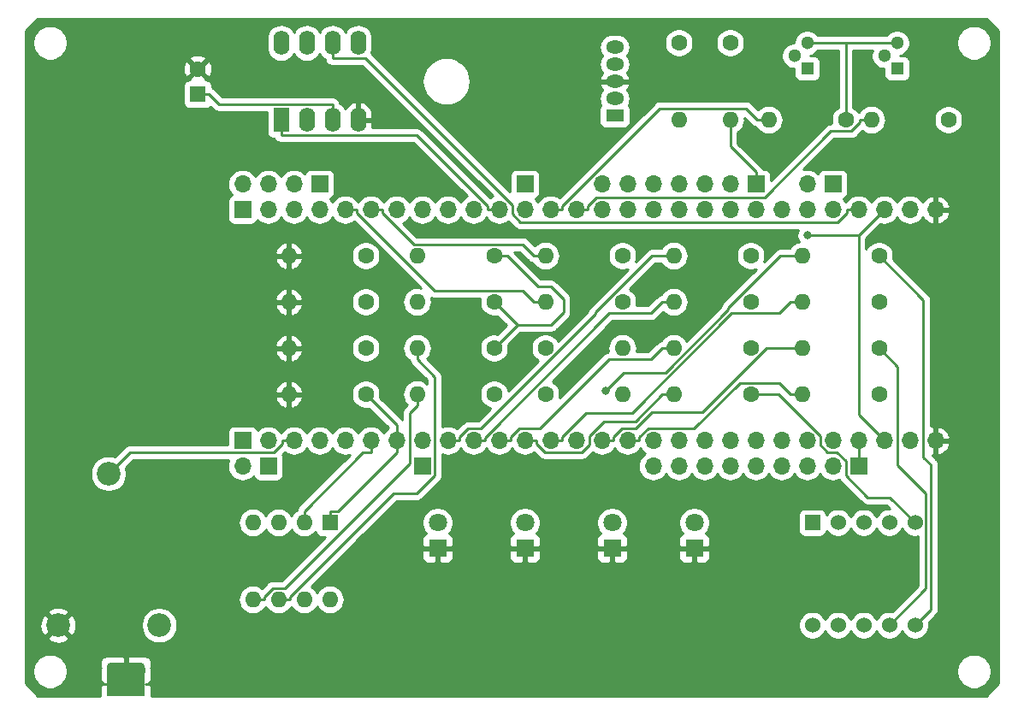
<source format=gbr>
G04 #@! TF.GenerationSoftware,KiCad,Pcbnew,(5.1.0-0)*
G04 #@! TF.CreationDate,2019-05-18T17:03:28+01:00*
G04 #@! TF.ProjectId,ac2-detpic-shield,6163322d-6465-4747-9069-632d73686965,rev?*
G04 #@! TF.SameCoordinates,Original*
G04 #@! TF.FileFunction,Copper,L1,Top*
G04 #@! TF.FilePolarity,Positive*
%FSLAX46Y46*%
G04 Gerber Fmt 4.6, Leading zero omitted, Abs format (unit mm)*
G04 Created by KiCad (PCBNEW (5.1.0-0)) date 2019-05-18 17:03:28*
%MOMM*%
%LPD*%
G04 APERTURE LIST*
%ADD10R,3.810000X2.500000*%
%ADD11C,0.100000*%
%ADD12C,1.524000*%
%ADD13O,1.600000X1.600000*%
%ADD14C,1.600000*%
%ADD15R,1.600000X1.600000*%
%ADD16C,1.800000*%
%ADD17R,1.800000X1.800000*%
%ADD18C,1.300000*%
%ADD19R,1.300000X1.300000*%
%ADD20C,2.340000*%
%ADD21R,1.600000X2.400000*%
%ADD22O,1.600000X2.400000*%
%ADD23R,1.524000X1.524000*%
%ADD24R,1.800000X1.275000*%
%ADD25O,1.800000X1.275000*%
%ADD26R,1.700000X1.700000*%
%ADD27O,1.700000X1.700000*%
%ADD28C,0.800000*%
%ADD29C,0.250000*%
%ADD30C,0.254000*%
G04 APERTURE END LIST*
D10*
X138303000Y-92583000D03*
D11*
G36*
X139726882Y-90553568D02*
G01*
X139778661Y-90561249D01*
X139829438Y-90573968D01*
X139878723Y-90591603D01*
X139926043Y-90613983D01*
X139970941Y-90640894D01*
X140012985Y-90672076D01*
X140051771Y-90707229D01*
X140086924Y-90746015D01*
X140118106Y-90788059D01*
X140145017Y-90832957D01*
X140167397Y-90880277D01*
X140185032Y-90929562D01*
X140197751Y-90980339D01*
X140205432Y-91032118D01*
X140208000Y-91084400D01*
X140208000Y-91541600D01*
X140205432Y-91593882D01*
X140197751Y-91645661D01*
X140185032Y-91696438D01*
X140167397Y-91745723D01*
X140145017Y-91793043D01*
X140118106Y-91837941D01*
X140086924Y-91879985D01*
X140051771Y-91918771D01*
X140012985Y-91953924D01*
X139970941Y-91985106D01*
X139926043Y-92012017D01*
X139878723Y-92034397D01*
X139829438Y-92052032D01*
X139778661Y-92064751D01*
X139726882Y-92072432D01*
X139674600Y-92075000D01*
X136931400Y-92075000D01*
X136879118Y-92072432D01*
X136827339Y-92064751D01*
X136776562Y-92052032D01*
X136727277Y-92034397D01*
X136679957Y-92012017D01*
X136635059Y-91985106D01*
X136593015Y-91953924D01*
X136554229Y-91918771D01*
X136519076Y-91879985D01*
X136487894Y-91837941D01*
X136460983Y-91793043D01*
X136438603Y-91745723D01*
X136420968Y-91696438D01*
X136408249Y-91645661D01*
X136400568Y-91593882D01*
X136398000Y-91541600D01*
X136398000Y-91084400D01*
X136400568Y-91032118D01*
X136408249Y-90980339D01*
X136420968Y-90929562D01*
X136438603Y-90880277D01*
X136460983Y-90832957D01*
X136487894Y-90788059D01*
X136519076Y-90746015D01*
X136554229Y-90707229D01*
X136593015Y-90672076D01*
X136635059Y-90640894D01*
X136679957Y-90613983D01*
X136727277Y-90591603D01*
X136776562Y-90573968D01*
X136827339Y-90561249D01*
X136879118Y-90553568D01*
X136931400Y-90551000D01*
X139674600Y-90551000D01*
X139726882Y-90553568D01*
X139726882Y-90553568D01*
G37*
D12*
X138303000Y-91313000D03*
D13*
X154432000Y-50292000D03*
D14*
X162052000Y-50292000D03*
D13*
X154432000Y-54864000D03*
D14*
X162052000Y-54864000D03*
D13*
X154432000Y-59436000D03*
D14*
X162052000Y-59436000D03*
D13*
X154432000Y-64008000D03*
D14*
X162052000Y-64008000D03*
D15*
X145415000Y-34290000D03*
D14*
X145415000Y-31790000D03*
D16*
X194564000Y-76708000D03*
D17*
X194564000Y-79248000D03*
X186436000Y-79248000D03*
D16*
X186436000Y-76708000D03*
D17*
X177800000Y-79248000D03*
D16*
X177800000Y-76708000D03*
X169164000Y-76708000D03*
D17*
X169164000Y-79248000D03*
D18*
X204470000Y-30480000D03*
X205740000Y-29210000D03*
D19*
X205740000Y-31750000D03*
X214630000Y-31750000D03*
D18*
X214630000Y-29210000D03*
X213360000Y-30480000D03*
D14*
X187452000Y-50292000D03*
D13*
X179832000Y-50292000D03*
D14*
X187452000Y-54864000D03*
D13*
X179832000Y-54864000D03*
X187452000Y-64008000D03*
D14*
X179832000Y-64008000D03*
X179832000Y-59436000D03*
D13*
X187452000Y-59436000D03*
D14*
X174752000Y-54864000D03*
D13*
X167132000Y-54864000D03*
X167132000Y-50292000D03*
D14*
X174752000Y-50292000D03*
X174752000Y-59436000D03*
D13*
X167132000Y-59436000D03*
X167132000Y-64008000D03*
D14*
X174752000Y-64008000D03*
D13*
X201930000Y-36830000D03*
D14*
X209550000Y-36830000D03*
D13*
X192532000Y-50292000D03*
D14*
X200152000Y-50292000D03*
X200152000Y-54864000D03*
D13*
X192532000Y-54864000D03*
X192532000Y-59436000D03*
D14*
X200152000Y-59436000D03*
X200152000Y-64008000D03*
D13*
X192532000Y-64008000D03*
X205232000Y-54864000D03*
D14*
X212852000Y-54864000D03*
X212852000Y-50292000D03*
D13*
X205232000Y-50292000D03*
D14*
X212852000Y-59436000D03*
D13*
X205232000Y-59436000D03*
X205232000Y-64008000D03*
D14*
X212852000Y-64008000D03*
D13*
X198120000Y-36830000D03*
D14*
X198120000Y-29210000D03*
D13*
X193040000Y-36830000D03*
D14*
X193040000Y-29210000D03*
X219710000Y-36830000D03*
D13*
X212090000Y-36830000D03*
D20*
X131605000Y-86868000D03*
X136605000Y-71868000D03*
X141605000Y-86868000D03*
D15*
X158496000Y-76708000D03*
D13*
X150876000Y-84328000D03*
X155956000Y-76708000D03*
X153416000Y-84328000D03*
X153416000Y-76708000D03*
X155956000Y-84328000D03*
X150876000Y-76708000D03*
X158496000Y-84328000D03*
D21*
X153670000Y-36830000D03*
D22*
X161290000Y-29210000D03*
X156210000Y-36830000D03*
X158750000Y-29210000D03*
X158750000Y-36830000D03*
X156210000Y-29210000D03*
X161290000Y-36830000D03*
X153670000Y-29210000D03*
D12*
X206248000Y-86868000D03*
X208788000Y-86868000D03*
X211328000Y-86868000D03*
X213868000Y-86868000D03*
X216408000Y-86868000D03*
X216408000Y-76708000D03*
X213868000Y-76708000D03*
X211328000Y-76708000D03*
X208788000Y-76708000D03*
D23*
X206248000Y-76708000D03*
D24*
X186690000Y-36420000D03*
D25*
X186690000Y-34720000D03*
X186690000Y-33020000D03*
X186690000Y-31320000D03*
X186690000Y-29620000D03*
D26*
X149860000Y-45720000D03*
D27*
X152400000Y-45720000D03*
X154940000Y-45720000D03*
X157480000Y-45720000D03*
X160020000Y-45720000D03*
X162560000Y-45720000D03*
X165100000Y-45720000D03*
X167640000Y-45720000D03*
X170180000Y-45720000D03*
X172720000Y-45720000D03*
X175260000Y-45720000D03*
X177800000Y-45720000D03*
X180340000Y-45720000D03*
X182880000Y-45720000D03*
X185420000Y-45720000D03*
X187960000Y-45720000D03*
X190500000Y-45720000D03*
X193040000Y-45720000D03*
X195580000Y-45720000D03*
X198120000Y-45720000D03*
X200660000Y-45720000D03*
X203200000Y-45720000D03*
X205740000Y-45720000D03*
X208280000Y-45720000D03*
X210820000Y-45720000D03*
X213360000Y-45720000D03*
X215900000Y-45720000D03*
X218440000Y-45720000D03*
X218440000Y-68580000D03*
X215900000Y-68580000D03*
X213360000Y-68580000D03*
X210820000Y-68580000D03*
X208280000Y-68580000D03*
X205740000Y-68580000D03*
X203200000Y-68580000D03*
X200660000Y-68580000D03*
X198120000Y-68580000D03*
X195580000Y-68580000D03*
X193040000Y-68580000D03*
X190500000Y-68580000D03*
X187960000Y-68580000D03*
X185420000Y-68580000D03*
X182880000Y-68580000D03*
X180340000Y-68580000D03*
X177800000Y-68580000D03*
X175260000Y-68580000D03*
X172720000Y-68580000D03*
X170180000Y-68580000D03*
X167640000Y-68580000D03*
X165100000Y-68580000D03*
X162560000Y-68580000D03*
X160020000Y-68580000D03*
X157480000Y-68580000D03*
X154940000Y-68580000D03*
X152400000Y-68580000D03*
D26*
X149860000Y-68580000D03*
X157480000Y-43180000D03*
D27*
X154940000Y-43180000D03*
X152400000Y-43180000D03*
X149860000Y-43180000D03*
D26*
X177800000Y-43180000D03*
X208280000Y-43180000D03*
D27*
X205740000Y-43180000D03*
X149860000Y-71120000D03*
D26*
X152400000Y-71120000D03*
X167640000Y-71120000D03*
X210820000Y-71120000D03*
D27*
X208280000Y-71120000D03*
X205740000Y-71120000D03*
X203200000Y-71120000D03*
X200660000Y-71120000D03*
X198120000Y-71120000D03*
X195580000Y-71120000D03*
X193040000Y-71120000D03*
X190500000Y-71120000D03*
D26*
X200660000Y-43180000D03*
D27*
X198120000Y-43180000D03*
X195580000Y-43180000D03*
X193040000Y-43180000D03*
X190500000Y-43180000D03*
X187960000Y-43180000D03*
X185420000Y-43180000D03*
D28*
X205740000Y-48260000D03*
X185771100Y-63674900D03*
D29*
X145415000Y-34290000D02*
X146540300Y-34290000D01*
X158750000Y-36830000D02*
X158750000Y-35304700D01*
X158750000Y-35304700D02*
X147555000Y-35304700D01*
X147555000Y-35304700D02*
X146540300Y-34290000D01*
X179832000Y-54864000D02*
X178706700Y-54864000D01*
X160020000Y-45720000D02*
X161195300Y-45720000D01*
X161195300Y-45720000D02*
X161195300Y-46087300D01*
X161195300Y-46087300D02*
X168846700Y-53738700D01*
X168846700Y-53738700D02*
X177581400Y-53738700D01*
X177581400Y-53738700D02*
X178706700Y-54864000D01*
X179832000Y-50292000D02*
X178706700Y-50292000D01*
X162560000Y-45720000D02*
X163735300Y-45720000D01*
X163735300Y-45720000D02*
X163735300Y-46087400D01*
X163735300Y-46087400D02*
X166814600Y-49166700D01*
X166814600Y-49166700D02*
X177581400Y-49166700D01*
X177581400Y-49166700D02*
X178706700Y-50292000D01*
X153670000Y-36830000D02*
X153670000Y-38355300D01*
X175260000Y-45720000D02*
X174084700Y-45720000D01*
X174084700Y-45720000D02*
X174084700Y-45352700D01*
X174084700Y-45352700D02*
X167087300Y-38355300D01*
X167087300Y-38355300D02*
X153670000Y-38355300D01*
X201930000Y-36830000D02*
X200804700Y-36830000D01*
X180340000Y-45720000D02*
X181515300Y-45720000D01*
X181515300Y-45720000D02*
X181515300Y-45352700D01*
X181515300Y-45352700D02*
X191163300Y-35704700D01*
X191163300Y-35704700D02*
X199679400Y-35704700D01*
X199679400Y-35704700D02*
X200804700Y-36830000D01*
X212090000Y-36830000D02*
X210964700Y-36830000D01*
X182880000Y-45720000D02*
X184055300Y-45720000D01*
X184055300Y-45720000D02*
X184055300Y-45352600D01*
X184055300Y-45352600D02*
X184863200Y-44544700D01*
X184863200Y-44544700D02*
X201512000Y-44544700D01*
X201512000Y-44544700D02*
X208101400Y-37955300D01*
X208101400Y-37955300D02*
X210120800Y-37955300D01*
X210120800Y-37955300D02*
X210964700Y-37111400D01*
X210964700Y-37111400D02*
X210964700Y-36830000D01*
X200660000Y-43180000D02*
X200660000Y-42004700D01*
X200660000Y-42004700D02*
X198120000Y-39464700D01*
X198120000Y-39464700D02*
X198120000Y-36830000D01*
X158750000Y-29210000D02*
X158750000Y-30735300D01*
X210820000Y-45720000D02*
X209644700Y-45720000D01*
X209644700Y-45720000D02*
X209644700Y-46087300D01*
X209644700Y-46087300D02*
X208773900Y-46958100D01*
X208773900Y-46958100D02*
X177321600Y-46958100D01*
X177321600Y-46958100D02*
X176530000Y-46166500D01*
X176530000Y-46166500D02*
X176530000Y-45254100D01*
X176530000Y-45254100D02*
X162011200Y-30735300D01*
X162011200Y-30735300D02*
X158750000Y-30735300D01*
X180340000Y-57150000D02*
X177038000Y-57150000D01*
X181610000Y-55880000D02*
X180340000Y-57150000D01*
X181610000Y-54610000D02*
X181610000Y-55880000D01*
X176022000Y-50292000D02*
X179070000Y-53340000D01*
X180340000Y-53340000D02*
X181610000Y-54610000D01*
X177038000Y-57150000D02*
X174752000Y-54864000D01*
X179070000Y-53340000D02*
X180340000Y-53340000D01*
X174752000Y-50292000D02*
X176022000Y-50292000D01*
X177038000Y-57150000D02*
X174752000Y-59436000D01*
X213360000Y-45720000D02*
X210820000Y-48260000D01*
X210820000Y-48260000D02*
X210820000Y-66040000D01*
X210820000Y-66040000D02*
X213360000Y-68580000D01*
X205740000Y-48260000D02*
X210820000Y-48260000D01*
X210820000Y-71120000D02*
X210820000Y-68580000D01*
X205232000Y-64008000D02*
X204106700Y-64008000D01*
X187960000Y-68580000D02*
X189135300Y-68580000D01*
X189135300Y-68580000D02*
X189135300Y-68266800D01*
X189135300Y-68266800D02*
X189997500Y-67404600D01*
X189997500Y-67404600D02*
X194562600Y-67404600D01*
X194562600Y-67404600D02*
X199084500Y-62882700D01*
X199084500Y-62882700D02*
X202981400Y-62882700D01*
X202981400Y-62882700D02*
X204106700Y-64008000D01*
X185420000Y-68580000D02*
X186595300Y-68580000D01*
X186595300Y-68580000D02*
X186595300Y-68212600D01*
X186595300Y-68212600D02*
X187403200Y-67404700D01*
X187403200Y-67404700D02*
X188751300Y-67404700D01*
X188751300Y-67404700D02*
X190375800Y-65780200D01*
X190375800Y-65780200D02*
X195399400Y-65780200D01*
X195399400Y-65780200D02*
X201743600Y-59436000D01*
X201743600Y-59436000D02*
X205232000Y-59436000D01*
X185771100Y-63674900D02*
X187579500Y-61866500D01*
X187579500Y-61866500D02*
X191717600Y-61866500D01*
X191717600Y-61866500D02*
X197948000Y-55636100D01*
X197948000Y-55636100D02*
X197948000Y-55442500D01*
X197948000Y-55442500D02*
X203098500Y-50292000D01*
X203098500Y-50292000D02*
X205232000Y-50292000D01*
X205232000Y-54864000D02*
X204106700Y-54864000D01*
X180340000Y-68580000D02*
X181515300Y-68580000D01*
X181515300Y-68580000D02*
X181515300Y-68212700D01*
X181515300Y-68212700D02*
X183890400Y-65837600D01*
X183890400Y-65837600D02*
X188383400Y-65837600D01*
X188383400Y-65837600D02*
X198231700Y-55989300D01*
X198231700Y-55989300D02*
X202981400Y-55989300D01*
X202981400Y-55989300D02*
X204106700Y-54864000D01*
X192532000Y-64008000D02*
X191406700Y-64008000D01*
X177800000Y-68580000D02*
X178975300Y-68580000D01*
X178975300Y-68580000D02*
X178975300Y-68947300D01*
X178975300Y-68947300D02*
X179792100Y-69764100D01*
X179792100Y-69764100D02*
X183389700Y-69764100D01*
X183389700Y-69764100D02*
X184150000Y-69003800D01*
X184150000Y-69003800D02*
X184150000Y-68136300D01*
X184150000Y-68136300D02*
X185612700Y-66673600D01*
X185612700Y-66673600D02*
X188741100Y-66673600D01*
X188741100Y-66673600D02*
X191406700Y-64008000D01*
X192532000Y-59436000D02*
X191406700Y-59436000D01*
X175260000Y-68580000D02*
X176435300Y-68580000D01*
X176435300Y-68580000D02*
X176435300Y-68212600D01*
X176435300Y-68212600D02*
X177243200Y-67404700D01*
X177243200Y-67404700D02*
X179269600Y-67404700D01*
X179269600Y-67404700D02*
X186113000Y-60561300D01*
X186113000Y-60561300D02*
X190281400Y-60561300D01*
X190281400Y-60561300D02*
X191406700Y-59436000D01*
X192532000Y-54864000D02*
X191406700Y-54864000D01*
X172720000Y-68580000D02*
X173895300Y-68580000D01*
X173895300Y-68580000D02*
X173895300Y-68274000D01*
X173895300Y-68274000D02*
X186180000Y-55989300D01*
X186180000Y-55989300D02*
X190281400Y-55989300D01*
X190281400Y-55989300D02*
X191406700Y-54864000D01*
X170180000Y-68580000D02*
X171355300Y-68580000D01*
X171355300Y-68580000D02*
X171355300Y-68212600D01*
X171355300Y-68212600D02*
X172163200Y-67404700D01*
X172163200Y-67404700D02*
X173479300Y-67404700D01*
X173479300Y-67404700D02*
X184802700Y-56081300D01*
X184802700Y-56081300D02*
X184802700Y-55887700D01*
X184802700Y-55887700D02*
X190398400Y-50292000D01*
X190398400Y-50292000D02*
X192532000Y-50292000D01*
X158496000Y-76708000D02*
X158496000Y-75582700D01*
X165100000Y-68580000D02*
X165100000Y-69755300D01*
X158496000Y-75582700D02*
X159272600Y-75582700D01*
X159272600Y-75582700D02*
X165100000Y-69755300D01*
X165100000Y-68580000D02*
X165100000Y-67056000D01*
X165100000Y-67056000D02*
X162052000Y-64008000D01*
X162560000Y-68580000D02*
X162560000Y-69755300D01*
X155956000Y-76708000D02*
X155956000Y-75582700D01*
X155956000Y-75582700D02*
X161783400Y-69755300D01*
X161783400Y-69755300D02*
X162560000Y-69755300D01*
X154940000Y-68580000D02*
X153764700Y-68580000D01*
X153764700Y-68580000D02*
X153764700Y-68947400D01*
X153764700Y-68947400D02*
X152956800Y-69755300D01*
X152956800Y-69755300D02*
X138717700Y-69755300D01*
X138717700Y-69755300D02*
X136605000Y-71868000D01*
X209550000Y-29210000D02*
X209550000Y-36830000D01*
X209550000Y-29210000D02*
X205740000Y-29210000D01*
X214630000Y-29210000D02*
X209550000Y-29210000D01*
X167132000Y-59436000D02*
X167132000Y-60561300D01*
X153416000Y-84328000D02*
X154541300Y-84328000D01*
X154541300Y-84328000D02*
X154541300Y-84091900D01*
X154541300Y-84091900D02*
X164818800Y-73814400D01*
X164818800Y-73814400D02*
X167110200Y-73814400D01*
X167110200Y-73814400D02*
X168854400Y-72070200D01*
X168854400Y-72070200D02*
X168854400Y-62283700D01*
X168854400Y-62283700D02*
X167132000Y-60561300D01*
X167132000Y-64008000D02*
X167132000Y-65133300D01*
X150876000Y-84328000D02*
X152001300Y-84328000D01*
X152001300Y-84328000D02*
X152001300Y-84046600D01*
X152001300Y-84046600D02*
X152845200Y-83202700D01*
X152845200Y-83202700D02*
X154066600Y-83202700D01*
X154066600Y-83202700D02*
X166421600Y-70847700D01*
X166421600Y-70847700D02*
X166421600Y-65843700D01*
X166421600Y-65843700D02*
X167132000Y-65133300D01*
X216408000Y-76708000D02*
X213925700Y-74225700D01*
X213925700Y-74225700D02*
X211735700Y-74225700D01*
X211735700Y-74225700D02*
X209550000Y-72040000D01*
X209550000Y-72040000D02*
X209550000Y-70641700D01*
X209550000Y-70641700D02*
X208663700Y-69755400D01*
X208663700Y-69755400D02*
X207754400Y-69755400D01*
X207754400Y-69755400D02*
X207010000Y-69011000D01*
X207010000Y-69011000D02*
X207010000Y-68107300D01*
X207010000Y-68107300D02*
X202910700Y-64008000D01*
X202910700Y-64008000D02*
X200152000Y-64008000D01*
X216408000Y-86868000D02*
X217975300Y-85300700D01*
X217975300Y-85300700D02*
X217975300Y-70954300D01*
X217975300Y-70954300D02*
X217249100Y-70228100D01*
X217249100Y-70228100D02*
X217249100Y-54689100D01*
X217249100Y-54689100D02*
X212852000Y-50292000D01*
X213868000Y-86868000D02*
X217495400Y-83240600D01*
X217495400Y-83240600D02*
X217495400Y-73805500D01*
X217495400Y-73805500D02*
X214685000Y-70995100D01*
X214685000Y-70995100D02*
X214685000Y-61269000D01*
X214685000Y-61269000D02*
X212852000Y-59436000D01*
D30*
G36*
X224663000Y-27992606D02*
G01*
X224663000Y-92657394D01*
X223467394Y-93853000D01*
X140844102Y-93853000D01*
X140846072Y-93833000D01*
X140843000Y-92868750D01*
X140684250Y-92710000D01*
X140239192Y-92710000D01*
X140332482Y-92700812D01*
X140452180Y-92664502D01*
X140562494Y-92605537D01*
X140659185Y-92526185D01*
X140738537Y-92429494D01*
X140770438Y-92369812D01*
X140843000Y-92297250D01*
X140843629Y-92099805D01*
X140846072Y-92075000D01*
X140844490Y-91829684D01*
X140846072Y-91333000D01*
X140843000Y-91301808D01*
X140843000Y-91269117D01*
X220515000Y-91269117D01*
X220515000Y-91610883D01*
X220581675Y-91946081D01*
X220712463Y-92261831D01*
X220902337Y-92545998D01*
X221144002Y-92787663D01*
X221428169Y-92977537D01*
X221743919Y-93108325D01*
X222079117Y-93175000D01*
X222420883Y-93175000D01*
X222756081Y-93108325D01*
X223071831Y-92977537D01*
X223355998Y-92787663D01*
X223597663Y-92545998D01*
X223787537Y-92261831D01*
X223918325Y-91946081D01*
X223985000Y-91610883D01*
X223985000Y-91269117D01*
X223918325Y-90933919D01*
X223787537Y-90618169D01*
X223597663Y-90334002D01*
X223355998Y-90092337D01*
X223071831Y-89902463D01*
X222756081Y-89771675D01*
X222420883Y-89705000D01*
X222079117Y-89705000D01*
X221743919Y-89771675D01*
X221428169Y-89902463D01*
X221144002Y-90092337D01*
X220902337Y-90334002D01*
X220712463Y-90618169D01*
X220581675Y-90933919D01*
X220515000Y-91269117D01*
X140843000Y-91269117D01*
X140843000Y-91185998D01*
X140826981Y-91185998D01*
X140797502Y-91088820D01*
X140791904Y-91078346D01*
X140843000Y-91027250D01*
X140846072Y-90551000D01*
X140833812Y-90426518D01*
X140797502Y-90306820D01*
X140738537Y-90196506D01*
X140659185Y-90099815D01*
X140562494Y-90020463D01*
X140452180Y-89961498D01*
X140332482Y-89925188D01*
X140208000Y-89912928D01*
X138588750Y-89916000D01*
X138430000Y-90074750D01*
X138430000Y-92551250D01*
X138588750Y-92710000D01*
X138430000Y-92710000D01*
X138430000Y-92730000D01*
X138176000Y-92730000D01*
X138176000Y-92710000D01*
X138017250Y-92710000D01*
X138176000Y-92551250D01*
X138176000Y-90074750D01*
X138017250Y-89916000D01*
X136398000Y-89912928D01*
X136273518Y-89925188D01*
X136153820Y-89961498D01*
X136043506Y-90020463D01*
X135946815Y-90099815D01*
X135867463Y-90196506D01*
X135808498Y-90306820D01*
X135772188Y-90426518D01*
X135759928Y-90551000D01*
X135763000Y-91027250D01*
X135814096Y-91078346D01*
X135808498Y-91088820D01*
X135779019Y-91185998D01*
X135763000Y-91185998D01*
X135763000Y-91301808D01*
X135759928Y-91333000D01*
X135761510Y-91829684D01*
X135759928Y-92075000D01*
X135762371Y-92099805D01*
X135763000Y-92297250D01*
X135835562Y-92369812D01*
X135867463Y-92429494D01*
X135946815Y-92526185D01*
X136043506Y-92605537D01*
X136153820Y-92664502D01*
X136273518Y-92700812D01*
X136366808Y-92710000D01*
X135921750Y-92710000D01*
X135763000Y-92868750D01*
X135759928Y-93833000D01*
X135761898Y-93853000D01*
X129592606Y-93853000D01*
X128397000Y-92657394D01*
X128397000Y-91269117D01*
X129075000Y-91269117D01*
X129075000Y-91610883D01*
X129141675Y-91946081D01*
X129272463Y-92261831D01*
X129462337Y-92545998D01*
X129704002Y-92787663D01*
X129988169Y-92977537D01*
X130303919Y-93108325D01*
X130639117Y-93175000D01*
X130980883Y-93175000D01*
X131316081Y-93108325D01*
X131631831Y-92977537D01*
X131915998Y-92787663D01*
X132157663Y-92545998D01*
X132347537Y-92261831D01*
X132478325Y-91946081D01*
X132545000Y-91610883D01*
X132545000Y-91269117D01*
X132478325Y-90933919D01*
X132347537Y-90618169D01*
X132157663Y-90334002D01*
X131915998Y-90092337D01*
X131631831Y-89902463D01*
X131316081Y-89771675D01*
X130980883Y-89705000D01*
X130639117Y-89705000D01*
X130303919Y-89771675D01*
X129988169Y-89902463D01*
X129704002Y-90092337D01*
X129462337Y-90334002D01*
X129272463Y-90618169D01*
X129141675Y-90933919D01*
X129075000Y-91269117D01*
X128397000Y-91269117D01*
X128397000Y-88124602D01*
X130528003Y-88124602D01*
X130644275Y-88406389D01*
X130962860Y-88564257D01*
X131306122Y-88656938D01*
X131660869Y-88680873D01*
X132013470Y-88635139D01*
X132350373Y-88521495D01*
X132565725Y-88406389D01*
X132681997Y-88124602D01*
X131605000Y-87047605D01*
X130528003Y-88124602D01*
X128397000Y-88124602D01*
X128397000Y-86923869D01*
X129792127Y-86923869D01*
X129837861Y-87276470D01*
X129951505Y-87613373D01*
X130066611Y-87828725D01*
X130348398Y-87944997D01*
X131425395Y-86868000D01*
X131784605Y-86868000D01*
X132861602Y-87944997D01*
X133143389Y-87828725D01*
X133301257Y-87510140D01*
X133393938Y-87166878D01*
X133417873Y-86812131D01*
X133402061Y-86690223D01*
X139800000Y-86690223D01*
X139800000Y-87045777D01*
X139869365Y-87394499D01*
X140005429Y-87722988D01*
X140202965Y-88018621D01*
X140454379Y-88270035D01*
X140750012Y-88467571D01*
X141078501Y-88603635D01*
X141427223Y-88673000D01*
X141782777Y-88673000D01*
X142131499Y-88603635D01*
X142459988Y-88467571D01*
X142755621Y-88270035D01*
X143007035Y-88018621D01*
X143204571Y-87722988D01*
X143340635Y-87394499D01*
X143410000Y-87045777D01*
X143410000Y-86690223D01*
X143340635Y-86341501D01*
X143204571Y-86013012D01*
X143007035Y-85717379D01*
X142755621Y-85465965D01*
X142459988Y-85268429D01*
X142131499Y-85132365D01*
X141782777Y-85063000D01*
X141427223Y-85063000D01*
X141078501Y-85132365D01*
X140750012Y-85268429D01*
X140454379Y-85465965D01*
X140202965Y-85717379D01*
X140005429Y-86013012D01*
X139869365Y-86341501D01*
X139800000Y-86690223D01*
X133402061Y-86690223D01*
X133372139Y-86459530D01*
X133258495Y-86122627D01*
X133143389Y-85907275D01*
X132861602Y-85791003D01*
X131784605Y-86868000D01*
X131425395Y-86868000D01*
X130348398Y-85791003D01*
X130066611Y-85907275D01*
X129908743Y-86225860D01*
X129816062Y-86569122D01*
X129792127Y-86923869D01*
X128397000Y-86923869D01*
X128397000Y-85611398D01*
X130528003Y-85611398D01*
X131605000Y-86688395D01*
X132681997Y-85611398D01*
X132565725Y-85329611D01*
X132247140Y-85171743D01*
X131903878Y-85079062D01*
X131549131Y-85055127D01*
X131196530Y-85100861D01*
X130859627Y-85214505D01*
X130644275Y-85329611D01*
X130528003Y-85611398D01*
X128397000Y-85611398D01*
X128397000Y-71690223D01*
X134800000Y-71690223D01*
X134800000Y-72045777D01*
X134869365Y-72394499D01*
X135005429Y-72722988D01*
X135202965Y-73018621D01*
X135454379Y-73270035D01*
X135750012Y-73467571D01*
X136078501Y-73603635D01*
X136427223Y-73673000D01*
X136782777Y-73673000D01*
X137131499Y-73603635D01*
X137459988Y-73467571D01*
X137755621Y-73270035D01*
X138007035Y-73018621D01*
X138204571Y-72722988D01*
X138340635Y-72394499D01*
X138410000Y-72045777D01*
X138410000Y-71690223D01*
X138340635Y-71341501D01*
X138301289Y-71246512D01*
X139032502Y-70515300D01*
X148499396Y-70515300D01*
X148481401Y-70548966D01*
X148396487Y-70828889D01*
X148367815Y-71120000D01*
X148396487Y-71411111D01*
X148481401Y-71691034D01*
X148619294Y-71949014D01*
X148804866Y-72175134D01*
X149030986Y-72360706D01*
X149288966Y-72498599D01*
X149568889Y-72583513D01*
X149787050Y-72605000D01*
X149932950Y-72605000D01*
X150151111Y-72583513D01*
X150431034Y-72498599D01*
X150689014Y-72360706D01*
X150915134Y-72175134D01*
X150939607Y-72145313D01*
X150960498Y-72214180D01*
X151019463Y-72324494D01*
X151098815Y-72421185D01*
X151195506Y-72500537D01*
X151305820Y-72559502D01*
X151425518Y-72595812D01*
X151550000Y-72608072D01*
X153250000Y-72608072D01*
X153374482Y-72595812D01*
X153494180Y-72559502D01*
X153604494Y-72500537D01*
X153701185Y-72421185D01*
X153780537Y-72324494D01*
X153839502Y-72214180D01*
X153875812Y-72094482D01*
X153888072Y-71970000D01*
X153888072Y-70270000D01*
X153875812Y-70145518D01*
X153839502Y-70025820D01*
X153812186Y-69974716D01*
X154031461Y-69755441D01*
X154110986Y-69820706D01*
X154368966Y-69958599D01*
X154648889Y-70043513D01*
X154867050Y-70065000D01*
X155012950Y-70065000D01*
X155231111Y-70043513D01*
X155511034Y-69958599D01*
X155769014Y-69820706D01*
X155995134Y-69635134D01*
X156180706Y-69409014D01*
X156210000Y-69354209D01*
X156239294Y-69409014D01*
X156424866Y-69635134D01*
X156650986Y-69820706D01*
X156908966Y-69958599D01*
X157188889Y-70043513D01*
X157407050Y-70065000D01*
X157552950Y-70065000D01*
X157771111Y-70043513D01*
X158051034Y-69958599D01*
X158309014Y-69820706D01*
X158535134Y-69635134D01*
X158720706Y-69409014D01*
X158750000Y-69354209D01*
X158779294Y-69409014D01*
X158964866Y-69635134D01*
X159190986Y-69820706D01*
X159448966Y-69958599D01*
X159728889Y-70043513D01*
X159947050Y-70065000D01*
X160092950Y-70065000D01*
X160311111Y-70043513D01*
X160467967Y-69995931D01*
X155444998Y-75018901D01*
X155416000Y-75042699D01*
X155392202Y-75071697D01*
X155392201Y-75071698D01*
X155321026Y-75158424D01*
X155250454Y-75290454D01*
X155206998Y-75433715D01*
X155202059Y-75483860D01*
X155154899Y-75509068D01*
X154936392Y-75688392D01*
X154757068Y-75906899D01*
X154686000Y-76039858D01*
X154614932Y-75906899D01*
X154435608Y-75688392D01*
X154217101Y-75509068D01*
X153967808Y-75375818D01*
X153697309Y-75293764D01*
X153486492Y-75273000D01*
X153345508Y-75273000D01*
X153134691Y-75293764D01*
X152864192Y-75375818D01*
X152614899Y-75509068D01*
X152396392Y-75688392D01*
X152217068Y-75906899D01*
X152146000Y-76039858D01*
X152074932Y-75906899D01*
X151895608Y-75688392D01*
X151677101Y-75509068D01*
X151427808Y-75375818D01*
X151157309Y-75293764D01*
X150946492Y-75273000D01*
X150805508Y-75273000D01*
X150594691Y-75293764D01*
X150324192Y-75375818D01*
X150074899Y-75509068D01*
X149856392Y-75688392D01*
X149677068Y-75906899D01*
X149543818Y-76156192D01*
X149461764Y-76426691D01*
X149434057Y-76708000D01*
X149461764Y-76989309D01*
X149543818Y-77259808D01*
X149677068Y-77509101D01*
X149856392Y-77727608D01*
X150074899Y-77906932D01*
X150324192Y-78040182D01*
X150594691Y-78122236D01*
X150805508Y-78143000D01*
X150946492Y-78143000D01*
X151157309Y-78122236D01*
X151427808Y-78040182D01*
X151677101Y-77906932D01*
X151895608Y-77727608D01*
X152074932Y-77509101D01*
X152146000Y-77376142D01*
X152217068Y-77509101D01*
X152396392Y-77727608D01*
X152614899Y-77906932D01*
X152864192Y-78040182D01*
X153134691Y-78122236D01*
X153345508Y-78143000D01*
X153486492Y-78143000D01*
X153697309Y-78122236D01*
X153967808Y-78040182D01*
X154217101Y-77906932D01*
X154435608Y-77727608D01*
X154614932Y-77509101D01*
X154686000Y-77376142D01*
X154757068Y-77509101D01*
X154936392Y-77727608D01*
X155154899Y-77906932D01*
X155404192Y-78040182D01*
X155674691Y-78122236D01*
X155885508Y-78143000D01*
X156026492Y-78143000D01*
X156237309Y-78122236D01*
X156507808Y-78040182D01*
X156757101Y-77906932D01*
X156975608Y-77727608D01*
X157068419Y-77614518D01*
X157070188Y-77632482D01*
X157106498Y-77752180D01*
X157165463Y-77862494D01*
X157244815Y-77959185D01*
X157341506Y-78038537D01*
X157451820Y-78097502D01*
X157571518Y-78133812D01*
X157696000Y-78146072D01*
X158048427Y-78146072D01*
X153751799Y-82442700D01*
X152882523Y-82442700D01*
X152845200Y-82439024D01*
X152807877Y-82442700D01*
X152807867Y-82442700D01*
X152696214Y-82453697D01*
X152552953Y-82497154D01*
X152420924Y-82567726D01*
X152305199Y-82662699D01*
X152281401Y-82691697D01*
X151768786Y-83204312D01*
X151677101Y-83129068D01*
X151427808Y-82995818D01*
X151157309Y-82913764D01*
X150946492Y-82893000D01*
X150805508Y-82893000D01*
X150594691Y-82913764D01*
X150324192Y-82995818D01*
X150074899Y-83129068D01*
X149856392Y-83308392D01*
X149677068Y-83526899D01*
X149543818Y-83776192D01*
X149461764Y-84046691D01*
X149434057Y-84328000D01*
X149461764Y-84609309D01*
X149543818Y-84879808D01*
X149677068Y-85129101D01*
X149856392Y-85347608D01*
X150074899Y-85526932D01*
X150324192Y-85660182D01*
X150594691Y-85742236D01*
X150805508Y-85763000D01*
X150946492Y-85763000D01*
X151157309Y-85742236D01*
X151427808Y-85660182D01*
X151677101Y-85526932D01*
X151895608Y-85347608D01*
X152074932Y-85129101D01*
X152100139Y-85081942D01*
X152150286Y-85077003D01*
X152183789Y-85066840D01*
X152217068Y-85129101D01*
X152396392Y-85347608D01*
X152614899Y-85526932D01*
X152864192Y-85660182D01*
X153134691Y-85742236D01*
X153345508Y-85763000D01*
X153486492Y-85763000D01*
X153697309Y-85742236D01*
X153967808Y-85660182D01*
X154217101Y-85526932D01*
X154435608Y-85347608D01*
X154614932Y-85129101D01*
X154640139Y-85081942D01*
X154690286Y-85077003D01*
X154723789Y-85066840D01*
X154757068Y-85129101D01*
X154936392Y-85347608D01*
X155154899Y-85526932D01*
X155404192Y-85660182D01*
X155674691Y-85742236D01*
X155885508Y-85763000D01*
X156026492Y-85763000D01*
X156237309Y-85742236D01*
X156507808Y-85660182D01*
X156757101Y-85526932D01*
X156975608Y-85347608D01*
X157154932Y-85129101D01*
X157226000Y-84996142D01*
X157297068Y-85129101D01*
X157476392Y-85347608D01*
X157694899Y-85526932D01*
X157944192Y-85660182D01*
X158214691Y-85742236D01*
X158425508Y-85763000D01*
X158566492Y-85763000D01*
X158777309Y-85742236D01*
X159047808Y-85660182D01*
X159297101Y-85526932D01*
X159515608Y-85347608D01*
X159694932Y-85129101D01*
X159828182Y-84879808D01*
X159910236Y-84609309D01*
X159937943Y-84328000D01*
X159910236Y-84046691D01*
X159828182Y-83776192D01*
X159694932Y-83526899D01*
X159515608Y-83308392D01*
X159297101Y-83129068D01*
X159047808Y-82995818D01*
X158777309Y-82913764D01*
X158566492Y-82893000D01*
X158425508Y-82893000D01*
X158214691Y-82913764D01*
X157944192Y-82995818D01*
X157694899Y-83129068D01*
X157476392Y-83308392D01*
X157297068Y-83526899D01*
X157226000Y-83659858D01*
X157154932Y-83526899D01*
X156975608Y-83308392D01*
X156757101Y-83129068D01*
X156640994Y-83067007D01*
X159560001Y-80148000D01*
X167625928Y-80148000D01*
X167638188Y-80272482D01*
X167674498Y-80392180D01*
X167733463Y-80502494D01*
X167812815Y-80599185D01*
X167909506Y-80678537D01*
X168019820Y-80737502D01*
X168139518Y-80773812D01*
X168264000Y-80786072D01*
X168878250Y-80783000D01*
X169037000Y-80624250D01*
X169037000Y-79375000D01*
X169291000Y-79375000D01*
X169291000Y-80624250D01*
X169449750Y-80783000D01*
X170064000Y-80786072D01*
X170188482Y-80773812D01*
X170308180Y-80737502D01*
X170418494Y-80678537D01*
X170515185Y-80599185D01*
X170594537Y-80502494D01*
X170653502Y-80392180D01*
X170689812Y-80272482D01*
X170702072Y-80148000D01*
X176261928Y-80148000D01*
X176274188Y-80272482D01*
X176310498Y-80392180D01*
X176369463Y-80502494D01*
X176448815Y-80599185D01*
X176545506Y-80678537D01*
X176655820Y-80737502D01*
X176775518Y-80773812D01*
X176900000Y-80786072D01*
X177514250Y-80783000D01*
X177673000Y-80624250D01*
X177673000Y-79375000D01*
X177927000Y-79375000D01*
X177927000Y-80624250D01*
X178085750Y-80783000D01*
X178700000Y-80786072D01*
X178824482Y-80773812D01*
X178944180Y-80737502D01*
X179054494Y-80678537D01*
X179151185Y-80599185D01*
X179230537Y-80502494D01*
X179289502Y-80392180D01*
X179325812Y-80272482D01*
X179338072Y-80148000D01*
X184897928Y-80148000D01*
X184910188Y-80272482D01*
X184946498Y-80392180D01*
X185005463Y-80502494D01*
X185084815Y-80599185D01*
X185181506Y-80678537D01*
X185291820Y-80737502D01*
X185411518Y-80773812D01*
X185536000Y-80786072D01*
X186150250Y-80783000D01*
X186309000Y-80624250D01*
X186309000Y-79375000D01*
X186563000Y-79375000D01*
X186563000Y-80624250D01*
X186721750Y-80783000D01*
X187336000Y-80786072D01*
X187460482Y-80773812D01*
X187580180Y-80737502D01*
X187690494Y-80678537D01*
X187787185Y-80599185D01*
X187866537Y-80502494D01*
X187925502Y-80392180D01*
X187961812Y-80272482D01*
X187974072Y-80148000D01*
X193025928Y-80148000D01*
X193038188Y-80272482D01*
X193074498Y-80392180D01*
X193133463Y-80502494D01*
X193212815Y-80599185D01*
X193309506Y-80678537D01*
X193419820Y-80737502D01*
X193539518Y-80773812D01*
X193664000Y-80786072D01*
X194278250Y-80783000D01*
X194437000Y-80624250D01*
X194437000Y-79375000D01*
X194691000Y-79375000D01*
X194691000Y-80624250D01*
X194849750Y-80783000D01*
X195464000Y-80786072D01*
X195588482Y-80773812D01*
X195708180Y-80737502D01*
X195818494Y-80678537D01*
X195915185Y-80599185D01*
X195994537Y-80502494D01*
X196053502Y-80392180D01*
X196089812Y-80272482D01*
X196102072Y-80148000D01*
X196099000Y-79533750D01*
X195940250Y-79375000D01*
X194691000Y-79375000D01*
X194437000Y-79375000D01*
X193187750Y-79375000D01*
X193029000Y-79533750D01*
X193025928Y-80148000D01*
X187974072Y-80148000D01*
X187971000Y-79533750D01*
X187812250Y-79375000D01*
X186563000Y-79375000D01*
X186309000Y-79375000D01*
X185059750Y-79375000D01*
X184901000Y-79533750D01*
X184897928Y-80148000D01*
X179338072Y-80148000D01*
X179335000Y-79533750D01*
X179176250Y-79375000D01*
X177927000Y-79375000D01*
X177673000Y-79375000D01*
X176423750Y-79375000D01*
X176265000Y-79533750D01*
X176261928Y-80148000D01*
X170702072Y-80148000D01*
X170699000Y-79533750D01*
X170540250Y-79375000D01*
X169291000Y-79375000D01*
X169037000Y-79375000D01*
X167787750Y-79375000D01*
X167629000Y-79533750D01*
X167625928Y-80148000D01*
X159560001Y-80148000D01*
X161360001Y-78348000D01*
X167625928Y-78348000D01*
X167629000Y-78962250D01*
X167787750Y-79121000D01*
X169037000Y-79121000D01*
X169037000Y-79101000D01*
X169291000Y-79101000D01*
X169291000Y-79121000D01*
X170540250Y-79121000D01*
X170699000Y-78962250D01*
X170702072Y-78348000D01*
X176261928Y-78348000D01*
X176265000Y-78962250D01*
X176423750Y-79121000D01*
X177673000Y-79121000D01*
X177673000Y-79101000D01*
X177927000Y-79101000D01*
X177927000Y-79121000D01*
X179176250Y-79121000D01*
X179335000Y-78962250D01*
X179338072Y-78348000D01*
X184897928Y-78348000D01*
X184901000Y-78962250D01*
X185059750Y-79121000D01*
X186309000Y-79121000D01*
X186309000Y-79101000D01*
X186563000Y-79101000D01*
X186563000Y-79121000D01*
X187812250Y-79121000D01*
X187971000Y-78962250D01*
X187974072Y-78348000D01*
X193025928Y-78348000D01*
X193029000Y-78962250D01*
X193187750Y-79121000D01*
X194437000Y-79121000D01*
X194437000Y-79101000D01*
X194691000Y-79101000D01*
X194691000Y-79121000D01*
X195940250Y-79121000D01*
X196099000Y-78962250D01*
X196102072Y-78348000D01*
X196089812Y-78223518D01*
X196053502Y-78103820D01*
X195994537Y-77993506D01*
X195915185Y-77896815D01*
X195818494Y-77817463D01*
X195708180Y-77758498D01*
X195689873Y-77752944D01*
X195756312Y-77686505D01*
X195924299Y-77435095D01*
X196040011Y-77155743D01*
X196099000Y-76859184D01*
X196099000Y-76556816D01*
X196040011Y-76260257D01*
X195924299Y-75980905D01*
X195756312Y-75729495D01*
X195542505Y-75515688D01*
X195291095Y-75347701D01*
X195011743Y-75231989D01*
X194715184Y-75173000D01*
X194412816Y-75173000D01*
X194116257Y-75231989D01*
X193836905Y-75347701D01*
X193585495Y-75515688D01*
X193371688Y-75729495D01*
X193203701Y-75980905D01*
X193087989Y-76260257D01*
X193029000Y-76556816D01*
X193029000Y-76859184D01*
X193087989Y-77155743D01*
X193203701Y-77435095D01*
X193371688Y-77686505D01*
X193438127Y-77752944D01*
X193419820Y-77758498D01*
X193309506Y-77817463D01*
X193212815Y-77896815D01*
X193133463Y-77993506D01*
X193074498Y-78103820D01*
X193038188Y-78223518D01*
X193025928Y-78348000D01*
X187974072Y-78348000D01*
X187961812Y-78223518D01*
X187925502Y-78103820D01*
X187866537Y-77993506D01*
X187787185Y-77896815D01*
X187690494Y-77817463D01*
X187580180Y-77758498D01*
X187561873Y-77752944D01*
X187628312Y-77686505D01*
X187796299Y-77435095D01*
X187912011Y-77155743D01*
X187971000Y-76859184D01*
X187971000Y-76556816D01*
X187912011Y-76260257D01*
X187796299Y-75980905D01*
X187628312Y-75729495D01*
X187414505Y-75515688D01*
X187163095Y-75347701D01*
X186883743Y-75231989D01*
X186587184Y-75173000D01*
X186284816Y-75173000D01*
X185988257Y-75231989D01*
X185708905Y-75347701D01*
X185457495Y-75515688D01*
X185243688Y-75729495D01*
X185075701Y-75980905D01*
X184959989Y-76260257D01*
X184901000Y-76556816D01*
X184901000Y-76859184D01*
X184959989Y-77155743D01*
X185075701Y-77435095D01*
X185243688Y-77686505D01*
X185310127Y-77752944D01*
X185291820Y-77758498D01*
X185181506Y-77817463D01*
X185084815Y-77896815D01*
X185005463Y-77993506D01*
X184946498Y-78103820D01*
X184910188Y-78223518D01*
X184897928Y-78348000D01*
X179338072Y-78348000D01*
X179325812Y-78223518D01*
X179289502Y-78103820D01*
X179230537Y-77993506D01*
X179151185Y-77896815D01*
X179054494Y-77817463D01*
X178944180Y-77758498D01*
X178925873Y-77752944D01*
X178992312Y-77686505D01*
X179160299Y-77435095D01*
X179276011Y-77155743D01*
X179335000Y-76859184D01*
X179335000Y-76556816D01*
X179276011Y-76260257D01*
X179160299Y-75980905D01*
X178992312Y-75729495D01*
X178778505Y-75515688D01*
X178527095Y-75347701D01*
X178247743Y-75231989D01*
X177951184Y-75173000D01*
X177648816Y-75173000D01*
X177352257Y-75231989D01*
X177072905Y-75347701D01*
X176821495Y-75515688D01*
X176607688Y-75729495D01*
X176439701Y-75980905D01*
X176323989Y-76260257D01*
X176265000Y-76556816D01*
X176265000Y-76859184D01*
X176323989Y-77155743D01*
X176439701Y-77435095D01*
X176607688Y-77686505D01*
X176674127Y-77752944D01*
X176655820Y-77758498D01*
X176545506Y-77817463D01*
X176448815Y-77896815D01*
X176369463Y-77993506D01*
X176310498Y-78103820D01*
X176274188Y-78223518D01*
X176261928Y-78348000D01*
X170702072Y-78348000D01*
X170689812Y-78223518D01*
X170653502Y-78103820D01*
X170594537Y-77993506D01*
X170515185Y-77896815D01*
X170418494Y-77817463D01*
X170308180Y-77758498D01*
X170289873Y-77752944D01*
X170356312Y-77686505D01*
X170524299Y-77435095D01*
X170640011Y-77155743D01*
X170699000Y-76859184D01*
X170699000Y-76556816D01*
X170640011Y-76260257D01*
X170524299Y-75980905D01*
X170356312Y-75729495D01*
X170142505Y-75515688D01*
X169891095Y-75347701D01*
X169611743Y-75231989D01*
X169315184Y-75173000D01*
X169012816Y-75173000D01*
X168716257Y-75231989D01*
X168436905Y-75347701D01*
X168185495Y-75515688D01*
X167971688Y-75729495D01*
X167803701Y-75980905D01*
X167687989Y-76260257D01*
X167629000Y-76556816D01*
X167629000Y-76859184D01*
X167687989Y-77155743D01*
X167803701Y-77435095D01*
X167971688Y-77686505D01*
X168038127Y-77752944D01*
X168019820Y-77758498D01*
X167909506Y-77817463D01*
X167812815Y-77896815D01*
X167733463Y-77993506D01*
X167674498Y-78103820D01*
X167638188Y-78223518D01*
X167625928Y-78348000D01*
X161360001Y-78348000D01*
X165133602Y-74574400D01*
X167072878Y-74574400D01*
X167110200Y-74578076D01*
X167147522Y-74574400D01*
X167147533Y-74574400D01*
X167259186Y-74563403D01*
X167402447Y-74519946D01*
X167534476Y-74449374D01*
X167650201Y-74354401D01*
X167674004Y-74325397D01*
X169365404Y-72633998D01*
X169394401Y-72610201D01*
X169489374Y-72494476D01*
X169559946Y-72362447D01*
X169603403Y-72219186D01*
X169614400Y-72107533D01*
X169614400Y-72107524D01*
X169618076Y-72070201D01*
X169614400Y-72032878D01*
X169614400Y-69960247D01*
X169888889Y-70043513D01*
X170107050Y-70065000D01*
X170252950Y-70065000D01*
X170471111Y-70043513D01*
X170751034Y-69958599D01*
X171009014Y-69820706D01*
X171235134Y-69635134D01*
X171420706Y-69409014D01*
X171450000Y-69354209D01*
X171479294Y-69409014D01*
X171664866Y-69635134D01*
X171890986Y-69820706D01*
X172148966Y-69958599D01*
X172428889Y-70043513D01*
X172647050Y-70065000D01*
X172792950Y-70065000D01*
X173011111Y-70043513D01*
X173291034Y-69958599D01*
X173549014Y-69820706D01*
X173775134Y-69635134D01*
X173960706Y-69409014D01*
X173990000Y-69354209D01*
X174019294Y-69409014D01*
X174204866Y-69635134D01*
X174430986Y-69820706D01*
X174688966Y-69958599D01*
X174968889Y-70043513D01*
X175187050Y-70065000D01*
X175332950Y-70065000D01*
X175551111Y-70043513D01*
X175831034Y-69958599D01*
X176089014Y-69820706D01*
X176315134Y-69635134D01*
X176500706Y-69409014D01*
X176530000Y-69354209D01*
X176559294Y-69409014D01*
X176744866Y-69635134D01*
X176970986Y-69820706D01*
X177228966Y-69958599D01*
X177508889Y-70043513D01*
X177727050Y-70065000D01*
X177872950Y-70065000D01*
X178091111Y-70043513D01*
X178371034Y-69958599D01*
X178629014Y-69820706D01*
X178708595Y-69755396D01*
X179228301Y-70275102D01*
X179252099Y-70304101D01*
X179367824Y-70399074D01*
X179499853Y-70469646D01*
X179643114Y-70513103D01*
X179754767Y-70524100D01*
X179754775Y-70524100D01*
X179792100Y-70527776D01*
X179829425Y-70524100D01*
X183352378Y-70524100D01*
X183389700Y-70527776D01*
X183427022Y-70524100D01*
X183427033Y-70524100D01*
X183538686Y-70513103D01*
X183681947Y-70469646D01*
X183813976Y-70399074D01*
X183929701Y-70304101D01*
X183953503Y-70275098D01*
X184490424Y-69738177D01*
X184590986Y-69820706D01*
X184848966Y-69958599D01*
X185128889Y-70043513D01*
X185347050Y-70065000D01*
X185492950Y-70065000D01*
X185711111Y-70043513D01*
X185991034Y-69958599D01*
X186249014Y-69820706D01*
X186475134Y-69635134D01*
X186660706Y-69409014D01*
X186690000Y-69354209D01*
X186719294Y-69409014D01*
X186904866Y-69635134D01*
X187130986Y-69820706D01*
X187388966Y-69958599D01*
X187668889Y-70043513D01*
X187887050Y-70065000D01*
X188032950Y-70065000D01*
X188251111Y-70043513D01*
X188531034Y-69958599D01*
X188789014Y-69820706D01*
X189015134Y-69635134D01*
X189200706Y-69409014D01*
X189230000Y-69354209D01*
X189259294Y-69409014D01*
X189444866Y-69635134D01*
X189670986Y-69820706D01*
X189725791Y-69850000D01*
X189670986Y-69879294D01*
X189444866Y-70064866D01*
X189259294Y-70290986D01*
X189121401Y-70548966D01*
X189036487Y-70828889D01*
X189007815Y-71120000D01*
X189036487Y-71411111D01*
X189121401Y-71691034D01*
X189259294Y-71949014D01*
X189444866Y-72175134D01*
X189670986Y-72360706D01*
X189928966Y-72498599D01*
X190208889Y-72583513D01*
X190427050Y-72605000D01*
X190572950Y-72605000D01*
X190791111Y-72583513D01*
X191071034Y-72498599D01*
X191329014Y-72360706D01*
X191555134Y-72175134D01*
X191740706Y-71949014D01*
X191770000Y-71894209D01*
X191799294Y-71949014D01*
X191984866Y-72175134D01*
X192210986Y-72360706D01*
X192468966Y-72498599D01*
X192748889Y-72583513D01*
X192967050Y-72605000D01*
X193112950Y-72605000D01*
X193331111Y-72583513D01*
X193611034Y-72498599D01*
X193869014Y-72360706D01*
X194095134Y-72175134D01*
X194280706Y-71949014D01*
X194310000Y-71894209D01*
X194339294Y-71949014D01*
X194524866Y-72175134D01*
X194750986Y-72360706D01*
X195008966Y-72498599D01*
X195288889Y-72583513D01*
X195507050Y-72605000D01*
X195652950Y-72605000D01*
X195871111Y-72583513D01*
X196151034Y-72498599D01*
X196409014Y-72360706D01*
X196635134Y-72175134D01*
X196820706Y-71949014D01*
X196850000Y-71894209D01*
X196879294Y-71949014D01*
X197064866Y-72175134D01*
X197290986Y-72360706D01*
X197548966Y-72498599D01*
X197828889Y-72583513D01*
X198047050Y-72605000D01*
X198192950Y-72605000D01*
X198411111Y-72583513D01*
X198691034Y-72498599D01*
X198949014Y-72360706D01*
X199175134Y-72175134D01*
X199360706Y-71949014D01*
X199390000Y-71894209D01*
X199419294Y-71949014D01*
X199604866Y-72175134D01*
X199830986Y-72360706D01*
X200088966Y-72498599D01*
X200368889Y-72583513D01*
X200587050Y-72605000D01*
X200732950Y-72605000D01*
X200951111Y-72583513D01*
X201231034Y-72498599D01*
X201489014Y-72360706D01*
X201715134Y-72175134D01*
X201900706Y-71949014D01*
X201930000Y-71894209D01*
X201959294Y-71949014D01*
X202144866Y-72175134D01*
X202370986Y-72360706D01*
X202628966Y-72498599D01*
X202908889Y-72583513D01*
X203127050Y-72605000D01*
X203272950Y-72605000D01*
X203491111Y-72583513D01*
X203771034Y-72498599D01*
X204029014Y-72360706D01*
X204255134Y-72175134D01*
X204440706Y-71949014D01*
X204470000Y-71894209D01*
X204499294Y-71949014D01*
X204684866Y-72175134D01*
X204910986Y-72360706D01*
X205168966Y-72498599D01*
X205448889Y-72583513D01*
X205667050Y-72605000D01*
X205812950Y-72605000D01*
X206031111Y-72583513D01*
X206311034Y-72498599D01*
X206569014Y-72360706D01*
X206795134Y-72175134D01*
X206980706Y-71949014D01*
X207010000Y-71894209D01*
X207039294Y-71949014D01*
X207224866Y-72175134D01*
X207450986Y-72360706D01*
X207708966Y-72498599D01*
X207988889Y-72583513D01*
X208207050Y-72605000D01*
X208352950Y-72605000D01*
X208571111Y-72583513D01*
X208851034Y-72498599D01*
X208915094Y-72464358D01*
X208944785Y-72500537D01*
X209009999Y-72580001D01*
X209039003Y-72603804D01*
X211171900Y-74736702D01*
X211195699Y-74765701D01*
X211224697Y-74789499D01*
X211311424Y-74860674D01*
X211443453Y-74931246D01*
X211586714Y-74974703D01*
X211735700Y-74989377D01*
X211773033Y-74985700D01*
X213610899Y-74985700D01*
X213936199Y-75311000D01*
X213730408Y-75311000D01*
X213460510Y-75364686D01*
X213206273Y-75469995D01*
X212977465Y-75622880D01*
X212782880Y-75817465D01*
X212629995Y-76046273D01*
X212598000Y-76123515D01*
X212566005Y-76046273D01*
X212413120Y-75817465D01*
X212218535Y-75622880D01*
X211989727Y-75469995D01*
X211735490Y-75364686D01*
X211465592Y-75311000D01*
X211190408Y-75311000D01*
X210920510Y-75364686D01*
X210666273Y-75469995D01*
X210437465Y-75622880D01*
X210242880Y-75817465D01*
X210089995Y-76046273D01*
X210058000Y-76123515D01*
X210026005Y-76046273D01*
X209873120Y-75817465D01*
X209678535Y-75622880D01*
X209449727Y-75469995D01*
X209195490Y-75364686D01*
X208925592Y-75311000D01*
X208650408Y-75311000D01*
X208380510Y-75364686D01*
X208126273Y-75469995D01*
X207897465Y-75622880D01*
X207702880Y-75817465D01*
X207644080Y-75905465D01*
X207635812Y-75821518D01*
X207599502Y-75701820D01*
X207540537Y-75591506D01*
X207461185Y-75494815D01*
X207364494Y-75415463D01*
X207254180Y-75356498D01*
X207134482Y-75320188D01*
X207010000Y-75307928D01*
X205486000Y-75307928D01*
X205361518Y-75320188D01*
X205241820Y-75356498D01*
X205131506Y-75415463D01*
X205034815Y-75494815D01*
X204955463Y-75591506D01*
X204896498Y-75701820D01*
X204860188Y-75821518D01*
X204847928Y-75946000D01*
X204847928Y-77470000D01*
X204860188Y-77594482D01*
X204896498Y-77714180D01*
X204955463Y-77824494D01*
X205034815Y-77921185D01*
X205131506Y-78000537D01*
X205241820Y-78059502D01*
X205361518Y-78095812D01*
X205486000Y-78108072D01*
X207010000Y-78108072D01*
X207134482Y-78095812D01*
X207254180Y-78059502D01*
X207364494Y-78000537D01*
X207461185Y-77921185D01*
X207540537Y-77824494D01*
X207599502Y-77714180D01*
X207635812Y-77594482D01*
X207644080Y-77510535D01*
X207702880Y-77598535D01*
X207897465Y-77793120D01*
X208126273Y-77946005D01*
X208380510Y-78051314D01*
X208650408Y-78105000D01*
X208925592Y-78105000D01*
X209195490Y-78051314D01*
X209449727Y-77946005D01*
X209678535Y-77793120D01*
X209873120Y-77598535D01*
X210026005Y-77369727D01*
X210058000Y-77292485D01*
X210089995Y-77369727D01*
X210242880Y-77598535D01*
X210437465Y-77793120D01*
X210666273Y-77946005D01*
X210920510Y-78051314D01*
X211190408Y-78105000D01*
X211465592Y-78105000D01*
X211735490Y-78051314D01*
X211989727Y-77946005D01*
X212218535Y-77793120D01*
X212413120Y-77598535D01*
X212566005Y-77369727D01*
X212598000Y-77292485D01*
X212629995Y-77369727D01*
X212782880Y-77598535D01*
X212977465Y-77793120D01*
X213206273Y-77946005D01*
X213460510Y-78051314D01*
X213730408Y-78105000D01*
X214005592Y-78105000D01*
X214275490Y-78051314D01*
X214529727Y-77946005D01*
X214758535Y-77793120D01*
X214953120Y-77598535D01*
X215106005Y-77369727D01*
X215138000Y-77292485D01*
X215169995Y-77369727D01*
X215322880Y-77598535D01*
X215517465Y-77793120D01*
X215746273Y-77946005D01*
X216000510Y-78051314D01*
X216270408Y-78105000D01*
X216545592Y-78105000D01*
X216735401Y-78067245D01*
X216735400Y-82925798D01*
X214159571Y-85501628D01*
X214005592Y-85471000D01*
X213730408Y-85471000D01*
X213460510Y-85524686D01*
X213206273Y-85629995D01*
X212977465Y-85782880D01*
X212782880Y-85977465D01*
X212629995Y-86206273D01*
X212598000Y-86283515D01*
X212566005Y-86206273D01*
X212413120Y-85977465D01*
X212218535Y-85782880D01*
X211989727Y-85629995D01*
X211735490Y-85524686D01*
X211465592Y-85471000D01*
X211190408Y-85471000D01*
X210920510Y-85524686D01*
X210666273Y-85629995D01*
X210437465Y-85782880D01*
X210242880Y-85977465D01*
X210089995Y-86206273D01*
X210058000Y-86283515D01*
X210026005Y-86206273D01*
X209873120Y-85977465D01*
X209678535Y-85782880D01*
X209449727Y-85629995D01*
X209195490Y-85524686D01*
X208925592Y-85471000D01*
X208650408Y-85471000D01*
X208380510Y-85524686D01*
X208126273Y-85629995D01*
X207897465Y-85782880D01*
X207702880Y-85977465D01*
X207549995Y-86206273D01*
X207518000Y-86283515D01*
X207486005Y-86206273D01*
X207333120Y-85977465D01*
X207138535Y-85782880D01*
X206909727Y-85629995D01*
X206655490Y-85524686D01*
X206385592Y-85471000D01*
X206110408Y-85471000D01*
X205840510Y-85524686D01*
X205586273Y-85629995D01*
X205357465Y-85782880D01*
X205162880Y-85977465D01*
X205009995Y-86206273D01*
X204904686Y-86460510D01*
X204851000Y-86730408D01*
X204851000Y-87005592D01*
X204904686Y-87275490D01*
X205009995Y-87529727D01*
X205162880Y-87758535D01*
X205357465Y-87953120D01*
X205586273Y-88106005D01*
X205840510Y-88211314D01*
X206110408Y-88265000D01*
X206385592Y-88265000D01*
X206655490Y-88211314D01*
X206909727Y-88106005D01*
X207138535Y-87953120D01*
X207333120Y-87758535D01*
X207486005Y-87529727D01*
X207518000Y-87452485D01*
X207549995Y-87529727D01*
X207702880Y-87758535D01*
X207897465Y-87953120D01*
X208126273Y-88106005D01*
X208380510Y-88211314D01*
X208650408Y-88265000D01*
X208925592Y-88265000D01*
X209195490Y-88211314D01*
X209449727Y-88106005D01*
X209678535Y-87953120D01*
X209873120Y-87758535D01*
X210026005Y-87529727D01*
X210058000Y-87452485D01*
X210089995Y-87529727D01*
X210242880Y-87758535D01*
X210437465Y-87953120D01*
X210666273Y-88106005D01*
X210920510Y-88211314D01*
X211190408Y-88265000D01*
X211465592Y-88265000D01*
X211735490Y-88211314D01*
X211989727Y-88106005D01*
X212218535Y-87953120D01*
X212413120Y-87758535D01*
X212566005Y-87529727D01*
X212598000Y-87452485D01*
X212629995Y-87529727D01*
X212782880Y-87758535D01*
X212977465Y-87953120D01*
X213206273Y-88106005D01*
X213460510Y-88211314D01*
X213730408Y-88265000D01*
X214005592Y-88265000D01*
X214275490Y-88211314D01*
X214529727Y-88106005D01*
X214758535Y-87953120D01*
X214953120Y-87758535D01*
X215106005Y-87529727D01*
X215138000Y-87452485D01*
X215169995Y-87529727D01*
X215322880Y-87758535D01*
X215517465Y-87953120D01*
X215746273Y-88106005D01*
X216000510Y-88211314D01*
X216270408Y-88265000D01*
X216545592Y-88265000D01*
X216815490Y-88211314D01*
X217069727Y-88106005D01*
X217298535Y-87953120D01*
X217493120Y-87758535D01*
X217646005Y-87529727D01*
X217751314Y-87275490D01*
X217805000Y-87005592D01*
X217805000Y-86730408D01*
X217774372Y-86576430D01*
X218486304Y-85864498D01*
X218515301Y-85840701D01*
X218556087Y-85791003D01*
X218610274Y-85724977D01*
X218680846Y-85592947D01*
X218701552Y-85524686D01*
X218724303Y-85449686D01*
X218735300Y-85338033D01*
X218735300Y-85338023D01*
X218738976Y-85300700D01*
X218735300Y-85263377D01*
X218735300Y-70991623D01*
X218738976Y-70954300D01*
X218735300Y-70916977D01*
X218735300Y-70916967D01*
X218724303Y-70805314D01*
X218680846Y-70662053D01*
X218650012Y-70604367D01*
X218610274Y-70530023D01*
X218539099Y-70443297D01*
X218515301Y-70414299D01*
X218486302Y-70390501D01*
X218105475Y-70009673D01*
X218313000Y-69900155D01*
X218313000Y-68707000D01*
X218567000Y-68707000D01*
X218567000Y-69900155D01*
X218796890Y-70021476D01*
X218944099Y-69976825D01*
X219206920Y-69851641D01*
X219440269Y-69677588D01*
X219635178Y-69461355D01*
X219784157Y-69211252D01*
X219881481Y-68936891D01*
X219760814Y-68707000D01*
X218567000Y-68707000D01*
X218313000Y-68707000D01*
X218293000Y-68707000D01*
X218293000Y-68453000D01*
X218313000Y-68453000D01*
X218313000Y-67259845D01*
X218567000Y-67259845D01*
X218567000Y-68453000D01*
X219760814Y-68453000D01*
X219881481Y-68223109D01*
X219784157Y-67948748D01*
X219635178Y-67698645D01*
X219440269Y-67482412D01*
X219206920Y-67308359D01*
X218944099Y-67183175D01*
X218796890Y-67138524D01*
X218567000Y-67259845D01*
X218313000Y-67259845D01*
X218083110Y-67138524D01*
X218009100Y-67160972D01*
X218009100Y-54726422D01*
X218012776Y-54689099D01*
X218009100Y-54651776D01*
X218009100Y-54651767D01*
X217998103Y-54540114D01*
X217954646Y-54396853D01*
X217884074Y-54264824D01*
X217870911Y-54248785D01*
X217812899Y-54178096D01*
X217812895Y-54178092D01*
X217789101Y-54149099D01*
X217760108Y-54125305D01*
X214250688Y-50615886D01*
X214287000Y-50433335D01*
X214287000Y-50150665D01*
X214231853Y-49873426D01*
X214123680Y-49612273D01*
X213966637Y-49377241D01*
X213766759Y-49177363D01*
X213531727Y-49020320D01*
X213270574Y-48912147D01*
X212993335Y-48857000D01*
X212710665Y-48857000D01*
X212433426Y-48912147D01*
X212172273Y-49020320D01*
X211937241Y-49177363D01*
X211737363Y-49377241D01*
X211580320Y-49612273D01*
X211580000Y-49613046D01*
X211580000Y-48574801D01*
X212994005Y-47160797D01*
X213068889Y-47183513D01*
X213287050Y-47205000D01*
X213432950Y-47205000D01*
X213651111Y-47183513D01*
X213931034Y-47098599D01*
X214189014Y-46960706D01*
X214415134Y-46775134D01*
X214600706Y-46549014D01*
X214630000Y-46494209D01*
X214659294Y-46549014D01*
X214844866Y-46775134D01*
X215070986Y-46960706D01*
X215328966Y-47098599D01*
X215608889Y-47183513D01*
X215827050Y-47205000D01*
X215972950Y-47205000D01*
X216191111Y-47183513D01*
X216471034Y-47098599D01*
X216729014Y-46960706D01*
X216955134Y-46775134D01*
X217140706Y-46549014D01*
X217175201Y-46484477D01*
X217244822Y-46601355D01*
X217439731Y-46817588D01*
X217673080Y-46991641D01*
X217935901Y-47116825D01*
X218083110Y-47161476D01*
X218313000Y-47040155D01*
X218313000Y-45847000D01*
X218567000Y-45847000D01*
X218567000Y-47040155D01*
X218796890Y-47161476D01*
X218944099Y-47116825D01*
X219206920Y-46991641D01*
X219440269Y-46817588D01*
X219635178Y-46601355D01*
X219784157Y-46351252D01*
X219881481Y-46076891D01*
X219760814Y-45847000D01*
X218567000Y-45847000D01*
X218313000Y-45847000D01*
X218293000Y-45847000D01*
X218293000Y-45593000D01*
X218313000Y-45593000D01*
X218313000Y-44399845D01*
X218567000Y-44399845D01*
X218567000Y-45593000D01*
X219760814Y-45593000D01*
X219881481Y-45363109D01*
X219784157Y-45088748D01*
X219635178Y-44838645D01*
X219440269Y-44622412D01*
X219206920Y-44448359D01*
X218944099Y-44323175D01*
X218796890Y-44278524D01*
X218567000Y-44399845D01*
X218313000Y-44399845D01*
X218083110Y-44278524D01*
X217935901Y-44323175D01*
X217673080Y-44448359D01*
X217439731Y-44622412D01*
X217244822Y-44838645D01*
X217175201Y-44955523D01*
X217140706Y-44890986D01*
X216955134Y-44664866D01*
X216729014Y-44479294D01*
X216471034Y-44341401D01*
X216191111Y-44256487D01*
X215972950Y-44235000D01*
X215827050Y-44235000D01*
X215608889Y-44256487D01*
X215328966Y-44341401D01*
X215070986Y-44479294D01*
X214844866Y-44664866D01*
X214659294Y-44890986D01*
X214630000Y-44945791D01*
X214600706Y-44890986D01*
X214415134Y-44664866D01*
X214189014Y-44479294D01*
X213931034Y-44341401D01*
X213651111Y-44256487D01*
X213432950Y-44235000D01*
X213287050Y-44235000D01*
X213068889Y-44256487D01*
X212788966Y-44341401D01*
X212530986Y-44479294D01*
X212304866Y-44664866D01*
X212119294Y-44890986D01*
X212090000Y-44945791D01*
X212060706Y-44890986D01*
X211875134Y-44664866D01*
X211649014Y-44479294D01*
X211391034Y-44341401D01*
X211111111Y-44256487D01*
X210892950Y-44235000D01*
X210747050Y-44235000D01*
X210528889Y-44256487D01*
X210248966Y-44341401D01*
X209990986Y-44479294D01*
X209764866Y-44664866D01*
X209579294Y-44890986D01*
X209550000Y-44945791D01*
X209520706Y-44890986D01*
X209335134Y-44664866D01*
X209305313Y-44640393D01*
X209374180Y-44619502D01*
X209484494Y-44560537D01*
X209581185Y-44481185D01*
X209660537Y-44384494D01*
X209719502Y-44274180D01*
X209755812Y-44154482D01*
X209768072Y-44030000D01*
X209768072Y-42330000D01*
X209755812Y-42205518D01*
X209719502Y-42085820D01*
X209660537Y-41975506D01*
X209581185Y-41878815D01*
X209484494Y-41799463D01*
X209374180Y-41740498D01*
X209254482Y-41704188D01*
X209130000Y-41691928D01*
X207430000Y-41691928D01*
X207305518Y-41704188D01*
X207185820Y-41740498D01*
X207075506Y-41799463D01*
X206978815Y-41878815D01*
X206899463Y-41975506D01*
X206840498Y-42085820D01*
X206819607Y-42154687D01*
X206795134Y-42124866D01*
X206569014Y-41939294D01*
X206311034Y-41801401D01*
X206031111Y-41716487D01*
X205812950Y-41695000D01*
X205667050Y-41695000D01*
X205448889Y-41716487D01*
X205400264Y-41731237D01*
X208416202Y-38715300D01*
X210083478Y-38715300D01*
X210120800Y-38718976D01*
X210158122Y-38715300D01*
X210158133Y-38715300D01*
X210269786Y-38704303D01*
X210413047Y-38660846D01*
X210545076Y-38590274D01*
X210660801Y-38495301D01*
X210684603Y-38466298D01*
X211197214Y-37953688D01*
X211288899Y-38028932D01*
X211538192Y-38162182D01*
X211808691Y-38244236D01*
X212019508Y-38265000D01*
X212160492Y-38265000D01*
X212371309Y-38244236D01*
X212641808Y-38162182D01*
X212891101Y-38028932D01*
X213109608Y-37849608D01*
X213288932Y-37631101D01*
X213422182Y-37381808D01*
X213504236Y-37111309D01*
X213531943Y-36830000D01*
X213518023Y-36688665D01*
X218275000Y-36688665D01*
X218275000Y-36971335D01*
X218330147Y-37248574D01*
X218438320Y-37509727D01*
X218595363Y-37744759D01*
X218795241Y-37944637D01*
X219030273Y-38101680D01*
X219291426Y-38209853D01*
X219568665Y-38265000D01*
X219851335Y-38265000D01*
X220128574Y-38209853D01*
X220389727Y-38101680D01*
X220624759Y-37944637D01*
X220824637Y-37744759D01*
X220981680Y-37509727D01*
X221089853Y-37248574D01*
X221145000Y-36971335D01*
X221145000Y-36688665D01*
X221089853Y-36411426D01*
X220981680Y-36150273D01*
X220824637Y-35915241D01*
X220624759Y-35715363D01*
X220389727Y-35558320D01*
X220128574Y-35450147D01*
X219851335Y-35395000D01*
X219568665Y-35395000D01*
X219291426Y-35450147D01*
X219030273Y-35558320D01*
X218795241Y-35715363D01*
X218595363Y-35915241D01*
X218438320Y-36150273D01*
X218330147Y-36411426D01*
X218275000Y-36688665D01*
X213518023Y-36688665D01*
X213504236Y-36548691D01*
X213422182Y-36278192D01*
X213288932Y-36028899D01*
X213109608Y-35810392D01*
X212891101Y-35631068D01*
X212641808Y-35497818D01*
X212371309Y-35415764D01*
X212160492Y-35395000D01*
X212019508Y-35395000D01*
X211808691Y-35415764D01*
X211538192Y-35497818D01*
X211288899Y-35631068D01*
X211070392Y-35810392D01*
X210891068Y-36028899D01*
X210865861Y-36076058D01*
X210815714Y-36080997D01*
X210782187Y-36091167D01*
X210664637Y-35915241D01*
X210464759Y-35715363D01*
X210310000Y-35611957D01*
X210310000Y-29970000D01*
X212180374Y-29970000D01*
X212124381Y-30105179D01*
X212075000Y-30353439D01*
X212075000Y-30606561D01*
X212124381Y-30854821D01*
X212221247Y-31088676D01*
X212361875Y-31299140D01*
X212540860Y-31478125D01*
X212751324Y-31618753D01*
X212985179Y-31715619D01*
X213233439Y-31765000D01*
X213341928Y-31765000D01*
X213341928Y-32400000D01*
X213354188Y-32524482D01*
X213390498Y-32644180D01*
X213449463Y-32754494D01*
X213528815Y-32851185D01*
X213625506Y-32930537D01*
X213735820Y-32989502D01*
X213855518Y-33025812D01*
X213980000Y-33038072D01*
X215280000Y-33038072D01*
X215404482Y-33025812D01*
X215524180Y-32989502D01*
X215634494Y-32930537D01*
X215731185Y-32851185D01*
X215810537Y-32754494D01*
X215869502Y-32644180D01*
X215905812Y-32524482D01*
X215918072Y-32400000D01*
X215918072Y-31100000D01*
X215905812Y-30975518D01*
X215869502Y-30855820D01*
X215810537Y-30745506D01*
X215731185Y-30648815D01*
X215634494Y-30569463D01*
X215524180Y-30510498D01*
X215404482Y-30474188D01*
X215280000Y-30461928D01*
X214922828Y-30461928D01*
X215004821Y-30445619D01*
X215238676Y-30348753D01*
X215449140Y-30208125D01*
X215628125Y-30029140D01*
X215768753Y-29818676D01*
X215865619Y-29584821D01*
X215915000Y-29336561D01*
X215915000Y-29083439D01*
X215906184Y-29039117D01*
X220515000Y-29039117D01*
X220515000Y-29380883D01*
X220581675Y-29716081D01*
X220712463Y-30031831D01*
X220902337Y-30315998D01*
X221144002Y-30557663D01*
X221428169Y-30747537D01*
X221743919Y-30878325D01*
X222079117Y-30945000D01*
X222420883Y-30945000D01*
X222756081Y-30878325D01*
X223071831Y-30747537D01*
X223355998Y-30557663D01*
X223597663Y-30315998D01*
X223787537Y-30031831D01*
X223918325Y-29716081D01*
X223985000Y-29380883D01*
X223985000Y-29039117D01*
X223918325Y-28703919D01*
X223787537Y-28388169D01*
X223597663Y-28104002D01*
X223355998Y-27862337D01*
X223071831Y-27672463D01*
X222756081Y-27541675D01*
X222420883Y-27475000D01*
X222079117Y-27475000D01*
X221743919Y-27541675D01*
X221428169Y-27672463D01*
X221144002Y-27862337D01*
X220902337Y-28104002D01*
X220712463Y-28388169D01*
X220581675Y-28703919D01*
X220515000Y-29039117D01*
X215906184Y-29039117D01*
X215865619Y-28835179D01*
X215768753Y-28601324D01*
X215628125Y-28390860D01*
X215449140Y-28211875D01*
X215238676Y-28071247D01*
X215004821Y-27974381D01*
X214756561Y-27925000D01*
X214503439Y-27925000D01*
X214255179Y-27974381D01*
X214021324Y-28071247D01*
X213810860Y-28211875D01*
X213631875Y-28390860D01*
X213592359Y-28450000D01*
X209587333Y-28450000D01*
X209550000Y-28446323D01*
X209512667Y-28450000D01*
X206777641Y-28450000D01*
X206738125Y-28390860D01*
X206559140Y-28211875D01*
X206348676Y-28071247D01*
X206114821Y-27974381D01*
X205866561Y-27925000D01*
X205613439Y-27925000D01*
X205365179Y-27974381D01*
X205131324Y-28071247D01*
X204920860Y-28211875D01*
X204741875Y-28390860D01*
X204601247Y-28601324D01*
X204504381Y-28835179D01*
X204455000Y-29083439D01*
X204455000Y-29195000D01*
X204343439Y-29195000D01*
X204095179Y-29244381D01*
X203861324Y-29341247D01*
X203650860Y-29481875D01*
X203471875Y-29660860D01*
X203331247Y-29871324D01*
X203234381Y-30105179D01*
X203185000Y-30353439D01*
X203185000Y-30606561D01*
X203234381Y-30854821D01*
X203331247Y-31088676D01*
X203471875Y-31299140D01*
X203650860Y-31478125D01*
X203861324Y-31618753D01*
X204095179Y-31715619D01*
X204343439Y-31765000D01*
X204451928Y-31765000D01*
X204451928Y-32400000D01*
X204464188Y-32524482D01*
X204500498Y-32644180D01*
X204559463Y-32754494D01*
X204638815Y-32851185D01*
X204735506Y-32930537D01*
X204845820Y-32989502D01*
X204965518Y-33025812D01*
X205090000Y-33038072D01*
X206390000Y-33038072D01*
X206514482Y-33025812D01*
X206634180Y-32989502D01*
X206744494Y-32930537D01*
X206841185Y-32851185D01*
X206920537Y-32754494D01*
X206979502Y-32644180D01*
X207015812Y-32524482D01*
X207028072Y-32400000D01*
X207028072Y-31100000D01*
X207015812Y-30975518D01*
X206979502Y-30855820D01*
X206920537Y-30745506D01*
X206841185Y-30648815D01*
X206744494Y-30569463D01*
X206634180Y-30510498D01*
X206514482Y-30474188D01*
X206390000Y-30461928D01*
X206032828Y-30461928D01*
X206114821Y-30445619D01*
X206348676Y-30348753D01*
X206559140Y-30208125D01*
X206738125Y-30029140D01*
X206777641Y-29970000D01*
X208790000Y-29970000D01*
X208790001Y-35611956D01*
X208635241Y-35715363D01*
X208435363Y-35915241D01*
X208278320Y-36150273D01*
X208170147Y-36411426D01*
X208115000Y-36688665D01*
X208115000Y-36971335D01*
X208159550Y-37195300D01*
X208138723Y-37195300D01*
X208101400Y-37191624D01*
X208064077Y-37195300D01*
X208064067Y-37195300D01*
X207952414Y-37206297D01*
X207809153Y-37249754D01*
X207677124Y-37320326D01*
X207561399Y-37415299D01*
X207537601Y-37444297D01*
X202148072Y-42833827D01*
X202148072Y-42330000D01*
X202135812Y-42205518D01*
X202099502Y-42085820D01*
X202040537Y-41975506D01*
X201961185Y-41878815D01*
X201864494Y-41799463D01*
X201754180Y-41740498D01*
X201634482Y-41704188D01*
X201510000Y-41691928D01*
X201354575Y-41691928D01*
X201294974Y-41580424D01*
X201281811Y-41564385D01*
X201223799Y-41493696D01*
X201223795Y-41493692D01*
X201200001Y-41464699D01*
X201171008Y-41440905D01*
X198880000Y-39149899D01*
X198880000Y-38050901D01*
X198921101Y-38028932D01*
X199139608Y-37849608D01*
X199318932Y-37631101D01*
X199452182Y-37381808D01*
X199534236Y-37111309D01*
X199561943Y-36830000D01*
X199543593Y-36643695D01*
X200240901Y-37341003D01*
X200264699Y-37370001D01*
X200293697Y-37393799D01*
X200380424Y-37464974D01*
X200512453Y-37535546D01*
X200655714Y-37579003D01*
X200705861Y-37583942D01*
X200731068Y-37631101D01*
X200910392Y-37849608D01*
X201128899Y-38028932D01*
X201378192Y-38162182D01*
X201648691Y-38244236D01*
X201859508Y-38265000D01*
X202000492Y-38265000D01*
X202211309Y-38244236D01*
X202481808Y-38162182D01*
X202731101Y-38028932D01*
X202949608Y-37849608D01*
X203128932Y-37631101D01*
X203262182Y-37381808D01*
X203344236Y-37111309D01*
X203371943Y-36830000D01*
X203344236Y-36548691D01*
X203262182Y-36278192D01*
X203128932Y-36028899D01*
X202949608Y-35810392D01*
X202731101Y-35631068D01*
X202481808Y-35497818D01*
X202211309Y-35415764D01*
X202000492Y-35395000D01*
X201859508Y-35395000D01*
X201648691Y-35415764D01*
X201378192Y-35497818D01*
X201128899Y-35631068D01*
X200910392Y-35810392D01*
X200887630Y-35838128D01*
X200243204Y-35193702D01*
X200219401Y-35164699D01*
X200103676Y-35069726D01*
X199971647Y-34999154D01*
X199828386Y-34955697D01*
X199716733Y-34944700D01*
X199716722Y-34944700D01*
X199679400Y-34941024D01*
X199642078Y-34944700D01*
X191200622Y-34944700D01*
X191163299Y-34941024D01*
X191125976Y-34944700D01*
X191125967Y-34944700D01*
X191014314Y-34955697D01*
X190871053Y-34999154D01*
X190739024Y-35069726D01*
X190739022Y-35069727D01*
X190739023Y-35069727D01*
X190652296Y-35140901D01*
X190652292Y-35140905D01*
X190623299Y-35164699D01*
X190599505Y-35193692D01*
X181248595Y-44544604D01*
X181169014Y-44479294D01*
X180911034Y-44341401D01*
X180631111Y-44256487D01*
X180412950Y-44235000D01*
X180267050Y-44235000D01*
X180048889Y-44256487D01*
X179768966Y-44341401D01*
X179510986Y-44479294D01*
X179284866Y-44664866D01*
X179099294Y-44890986D01*
X179070000Y-44945791D01*
X179040706Y-44890986D01*
X178855134Y-44664866D01*
X178825313Y-44640393D01*
X178894180Y-44619502D01*
X179004494Y-44560537D01*
X179101185Y-44481185D01*
X179180537Y-44384494D01*
X179239502Y-44274180D01*
X179275812Y-44154482D01*
X179288072Y-44030000D01*
X179288072Y-42330000D01*
X179275812Y-42205518D01*
X179239502Y-42085820D01*
X179180537Y-41975506D01*
X179101185Y-41878815D01*
X179004494Y-41799463D01*
X178894180Y-41740498D01*
X178774482Y-41704188D01*
X178650000Y-41691928D01*
X176950000Y-41691928D01*
X176825518Y-41704188D01*
X176705820Y-41740498D01*
X176595506Y-41799463D01*
X176498815Y-41878815D01*
X176419463Y-41975506D01*
X176360498Y-42085820D01*
X176324188Y-42205518D01*
X176311928Y-42330000D01*
X176311928Y-43961226D01*
X165370702Y-33020000D01*
X167633461Y-33020000D01*
X167679510Y-33487542D01*
X167815887Y-33937116D01*
X168037351Y-34351446D01*
X168335391Y-34714609D01*
X168698554Y-35012649D01*
X169112884Y-35234113D01*
X169562458Y-35370490D01*
X169912843Y-35405000D01*
X170147157Y-35405000D01*
X170497542Y-35370490D01*
X170947116Y-35234113D01*
X171361446Y-35012649D01*
X171718040Y-34720000D01*
X185148843Y-34720000D01*
X185173412Y-34969454D01*
X185246175Y-35209321D01*
X185322202Y-35351558D01*
X185259463Y-35428006D01*
X185200498Y-35538320D01*
X185164188Y-35658018D01*
X185151928Y-35782500D01*
X185151928Y-37057500D01*
X185164188Y-37181982D01*
X185200498Y-37301680D01*
X185259463Y-37411994D01*
X185338815Y-37508685D01*
X185435506Y-37588037D01*
X185545820Y-37647002D01*
X185665518Y-37683312D01*
X185790000Y-37695572D01*
X187590000Y-37695572D01*
X187714482Y-37683312D01*
X187834180Y-37647002D01*
X187944494Y-37588037D01*
X188041185Y-37508685D01*
X188120537Y-37411994D01*
X188179502Y-37301680D01*
X188215812Y-37181982D01*
X188228072Y-37057500D01*
X188228072Y-35782500D01*
X188215812Y-35658018D01*
X188179502Y-35538320D01*
X188120537Y-35428006D01*
X188057798Y-35351558D01*
X188133825Y-35209321D01*
X188206588Y-34969454D01*
X188231157Y-34720000D01*
X188206588Y-34470546D01*
X188133825Y-34230679D01*
X188015664Y-34009616D01*
X187901583Y-33870608D01*
X187942095Y-33829991D01*
X188081102Y-33621367D01*
X188176737Y-33389633D01*
X188183191Y-33343505D01*
X188058985Y-33147000D01*
X186817000Y-33147000D01*
X186817000Y-33167000D01*
X186563000Y-33167000D01*
X186563000Y-33147000D01*
X185321015Y-33147000D01*
X185196809Y-33343505D01*
X185203263Y-33389633D01*
X185298898Y-33621367D01*
X185437905Y-33829991D01*
X185478417Y-33870608D01*
X185364336Y-34009616D01*
X185246175Y-34230679D01*
X185173412Y-34470546D01*
X185148843Y-34720000D01*
X171718040Y-34720000D01*
X171724609Y-34714609D01*
X172022649Y-34351446D01*
X172244113Y-33937116D01*
X172380490Y-33487542D01*
X172426539Y-33020000D01*
X172380490Y-32552458D01*
X172244113Y-32102884D01*
X172022649Y-31688554D01*
X171724609Y-31325391D01*
X171361446Y-31027351D01*
X170947116Y-30805887D01*
X170497542Y-30669510D01*
X170147157Y-30635000D01*
X169912843Y-30635000D01*
X169562458Y-30669510D01*
X169112884Y-30805887D01*
X168698554Y-31027351D01*
X168335391Y-31325391D01*
X168037351Y-31688554D01*
X167815887Y-32102884D01*
X167679510Y-32552458D01*
X167633461Y-33020000D01*
X165370702Y-33020000D01*
X162583980Y-30233279D01*
X162622182Y-30161808D01*
X162704236Y-29891309D01*
X162725000Y-29680491D01*
X162725000Y-29620000D01*
X185148843Y-29620000D01*
X185173412Y-29869454D01*
X185246175Y-30109321D01*
X185364336Y-30330384D01*
X185478916Y-30470000D01*
X185364336Y-30609616D01*
X185246175Y-30830679D01*
X185173412Y-31070546D01*
X185148843Y-31320000D01*
X185173412Y-31569454D01*
X185246175Y-31809321D01*
X185364336Y-32030384D01*
X185478417Y-32169392D01*
X185437905Y-32210009D01*
X185298898Y-32418633D01*
X185203263Y-32650367D01*
X185196809Y-32696495D01*
X185321015Y-32893000D01*
X186563000Y-32893000D01*
X186563000Y-32873000D01*
X186817000Y-32873000D01*
X186817000Y-32893000D01*
X188058985Y-32893000D01*
X188183191Y-32696495D01*
X188176737Y-32650367D01*
X188081102Y-32418633D01*
X187942095Y-32210009D01*
X187901583Y-32169392D01*
X188015664Y-32030384D01*
X188133825Y-31809321D01*
X188206588Y-31569454D01*
X188231157Y-31320000D01*
X188206588Y-31070546D01*
X188133825Y-30830679D01*
X188015664Y-30609616D01*
X187901084Y-30470000D01*
X188015664Y-30330384D01*
X188133825Y-30109321D01*
X188206588Y-29869454D01*
X188231157Y-29620000D01*
X188206588Y-29370546D01*
X188133825Y-29130679D01*
X188100678Y-29068665D01*
X191605000Y-29068665D01*
X191605000Y-29351335D01*
X191660147Y-29628574D01*
X191768320Y-29889727D01*
X191925363Y-30124759D01*
X192125241Y-30324637D01*
X192360273Y-30481680D01*
X192621426Y-30589853D01*
X192898665Y-30645000D01*
X193181335Y-30645000D01*
X193458574Y-30589853D01*
X193719727Y-30481680D01*
X193954759Y-30324637D01*
X194154637Y-30124759D01*
X194311680Y-29889727D01*
X194419853Y-29628574D01*
X194475000Y-29351335D01*
X194475000Y-29068665D01*
X196685000Y-29068665D01*
X196685000Y-29351335D01*
X196740147Y-29628574D01*
X196848320Y-29889727D01*
X197005363Y-30124759D01*
X197205241Y-30324637D01*
X197440273Y-30481680D01*
X197701426Y-30589853D01*
X197978665Y-30645000D01*
X198261335Y-30645000D01*
X198538574Y-30589853D01*
X198799727Y-30481680D01*
X199034759Y-30324637D01*
X199234637Y-30124759D01*
X199391680Y-29889727D01*
X199499853Y-29628574D01*
X199555000Y-29351335D01*
X199555000Y-29068665D01*
X199499853Y-28791426D01*
X199391680Y-28530273D01*
X199234637Y-28295241D01*
X199034759Y-28095363D01*
X198799727Y-27938320D01*
X198538574Y-27830147D01*
X198261335Y-27775000D01*
X197978665Y-27775000D01*
X197701426Y-27830147D01*
X197440273Y-27938320D01*
X197205241Y-28095363D01*
X197005363Y-28295241D01*
X196848320Y-28530273D01*
X196740147Y-28791426D01*
X196685000Y-29068665D01*
X194475000Y-29068665D01*
X194419853Y-28791426D01*
X194311680Y-28530273D01*
X194154637Y-28295241D01*
X193954759Y-28095363D01*
X193719727Y-27938320D01*
X193458574Y-27830147D01*
X193181335Y-27775000D01*
X192898665Y-27775000D01*
X192621426Y-27830147D01*
X192360273Y-27938320D01*
X192125241Y-28095363D01*
X191925363Y-28295241D01*
X191768320Y-28530273D01*
X191660147Y-28791426D01*
X191605000Y-29068665D01*
X188100678Y-29068665D01*
X188015664Y-28909616D01*
X187856647Y-28715853D01*
X187662884Y-28556836D01*
X187441821Y-28438675D01*
X187201954Y-28365912D01*
X187015013Y-28347500D01*
X186364987Y-28347500D01*
X186178046Y-28365912D01*
X185938179Y-28438675D01*
X185717116Y-28556836D01*
X185523353Y-28715853D01*
X185364336Y-28909616D01*
X185246175Y-29130679D01*
X185173412Y-29370546D01*
X185148843Y-29620000D01*
X162725000Y-29620000D01*
X162725000Y-28739508D01*
X162704236Y-28528691D01*
X162622182Y-28258192D01*
X162488932Y-28008899D01*
X162309607Y-27790392D01*
X162091100Y-27611068D01*
X161841807Y-27477818D01*
X161571308Y-27395764D01*
X161290000Y-27368057D01*
X161008691Y-27395764D01*
X160738192Y-27477818D01*
X160488899Y-27611068D01*
X160270392Y-27790393D01*
X160091068Y-28008900D01*
X160020000Y-28141858D01*
X159948932Y-28008899D01*
X159769607Y-27790392D01*
X159551100Y-27611068D01*
X159301807Y-27477818D01*
X159031308Y-27395764D01*
X158750000Y-27368057D01*
X158468691Y-27395764D01*
X158198192Y-27477818D01*
X157948899Y-27611068D01*
X157730392Y-27790393D01*
X157551068Y-28008900D01*
X157480000Y-28141858D01*
X157408932Y-28008899D01*
X157229607Y-27790392D01*
X157011100Y-27611068D01*
X156761807Y-27477818D01*
X156491308Y-27395764D01*
X156210000Y-27368057D01*
X155928691Y-27395764D01*
X155658192Y-27477818D01*
X155408899Y-27611068D01*
X155190392Y-27790393D01*
X155011068Y-28008900D01*
X154940000Y-28141858D01*
X154868932Y-28008899D01*
X154689607Y-27790392D01*
X154471100Y-27611068D01*
X154221807Y-27477818D01*
X153951308Y-27395764D01*
X153670000Y-27368057D01*
X153388691Y-27395764D01*
X153118192Y-27477818D01*
X152868899Y-27611068D01*
X152650392Y-27790393D01*
X152471068Y-28008900D01*
X152337818Y-28258193D01*
X152255764Y-28528692D01*
X152235000Y-28739509D01*
X152235000Y-29680492D01*
X152255764Y-29891309D01*
X152337818Y-30161808D01*
X152471068Y-30411101D01*
X152650393Y-30629608D01*
X152868900Y-30808932D01*
X153118193Y-30942182D01*
X153388692Y-31024236D01*
X153670000Y-31051943D01*
X153951309Y-31024236D01*
X154221808Y-30942182D01*
X154471101Y-30808932D01*
X154689608Y-30629608D01*
X154868932Y-30411101D01*
X154940000Y-30278142D01*
X155011068Y-30411101D01*
X155190393Y-30629608D01*
X155408900Y-30808932D01*
X155658193Y-30942182D01*
X155928692Y-31024236D01*
X156210000Y-31051943D01*
X156491309Y-31024236D01*
X156761808Y-30942182D01*
X157011101Y-30808932D01*
X157229608Y-30629608D01*
X157408932Y-30411101D01*
X157480000Y-30278142D01*
X157551068Y-30411101D01*
X157730393Y-30629608D01*
X157948900Y-30808932D01*
X157996058Y-30834138D01*
X158000997Y-30884286D01*
X158044454Y-31027547D01*
X158115026Y-31159576D01*
X158209999Y-31275301D01*
X158325724Y-31370274D01*
X158457753Y-31440846D01*
X158601014Y-31484303D01*
X158712667Y-31495300D01*
X158750000Y-31498977D01*
X158787333Y-31495300D01*
X161696399Y-31495300D01*
X174593517Y-44392419D01*
X174430986Y-44479294D01*
X174351406Y-44544604D01*
X167651104Y-37844303D01*
X167627301Y-37815299D01*
X167511576Y-37720326D01*
X167379547Y-37649754D01*
X167236286Y-37606297D01*
X167124633Y-37595300D01*
X167124622Y-37595300D01*
X167087300Y-37591624D01*
X167049978Y-37595300D01*
X162680047Y-37595300D01*
X162725000Y-37357000D01*
X162725000Y-36957000D01*
X161417000Y-36957000D01*
X161417000Y-36977000D01*
X161163000Y-36977000D01*
X161163000Y-36957000D01*
X161143000Y-36957000D01*
X161143000Y-36703000D01*
X161163000Y-36703000D01*
X161163000Y-35160085D01*
X161417000Y-35160085D01*
X161417000Y-36703000D01*
X162725000Y-36703000D01*
X162725000Y-36303000D01*
X162672650Y-36025486D01*
X162567166Y-35763517D01*
X162412601Y-35527161D01*
X162214895Y-35325500D01*
X161981646Y-35166285D01*
X161721818Y-35055633D01*
X161639039Y-35038096D01*
X161417000Y-35160085D01*
X161163000Y-35160085D01*
X160940961Y-35038096D01*
X160858182Y-35055633D01*
X160598354Y-35166285D01*
X160365105Y-35325500D01*
X160167399Y-35527161D01*
X160017265Y-35756741D01*
X159948932Y-35628899D01*
X159769607Y-35410392D01*
X159551100Y-35231068D01*
X159503942Y-35205862D01*
X159499003Y-35155714D01*
X159455546Y-35012453D01*
X159384974Y-34880424D01*
X159290001Y-34764699D01*
X159174276Y-34669726D01*
X159042247Y-34599154D01*
X158898986Y-34555697D01*
X158787333Y-34544700D01*
X158750000Y-34541023D01*
X158712667Y-34544700D01*
X147869802Y-34544700D01*
X147104104Y-33779002D01*
X147080301Y-33749999D01*
X146964576Y-33655026D01*
X146853072Y-33595425D01*
X146853072Y-33490000D01*
X146840812Y-33365518D01*
X146804502Y-33245820D01*
X146745537Y-33135506D01*
X146666185Y-33038815D01*
X146569494Y-32959463D01*
X146459180Y-32900498D01*
X146339482Y-32864188D01*
X146215000Y-32851928D01*
X146207785Y-32851928D01*
X146228097Y-32782702D01*
X145415000Y-31969605D01*
X144601903Y-32782702D01*
X144622215Y-32851928D01*
X144615000Y-32851928D01*
X144490518Y-32864188D01*
X144370820Y-32900498D01*
X144260506Y-32959463D01*
X144163815Y-33038815D01*
X144084463Y-33135506D01*
X144025498Y-33245820D01*
X143989188Y-33365518D01*
X143976928Y-33490000D01*
X143976928Y-35090000D01*
X143989188Y-35214482D01*
X144025498Y-35334180D01*
X144084463Y-35444494D01*
X144163815Y-35541185D01*
X144260506Y-35620537D01*
X144370820Y-35679502D01*
X144490518Y-35715812D01*
X144615000Y-35728072D01*
X146215000Y-35728072D01*
X146339482Y-35715812D01*
X146459180Y-35679502D01*
X146569494Y-35620537D01*
X146666185Y-35541185D01*
X146688947Y-35513449D01*
X146991201Y-35815703D01*
X147014999Y-35844701D01*
X147043997Y-35868499D01*
X147130724Y-35939674D01*
X147262753Y-36010246D01*
X147406014Y-36053703D01*
X147555000Y-36068377D01*
X147592333Y-36064700D01*
X152231928Y-36064700D01*
X152231928Y-38030000D01*
X152244188Y-38154482D01*
X152280498Y-38274180D01*
X152339463Y-38384494D01*
X152418815Y-38481185D01*
X152515506Y-38560537D01*
X152625820Y-38619502D01*
X152745518Y-38655812D01*
X152870000Y-38668072D01*
X152975425Y-38668072D01*
X153035026Y-38779576D01*
X153129999Y-38895301D01*
X153245724Y-38990274D01*
X153377753Y-39060846D01*
X153521014Y-39104303D01*
X153632667Y-39115300D01*
X153670000Y-39118977D01*
X153707333Y-39115300D01*
X166772499Y-39115300D01*
X172050976Y-44393778D01*
X171890986Y-44479294D01*
X171664866Y-44664866D01*
X171479294Y-44890986D01*
X171450000Y-44945791D01*
X171420706Y-44890986D01*
X171235134Y-44664866D01*
X171009014Y-44479294D01*
X170751034Y-44341401D01*
X170471111Y-44256487D01*
X170252950Y-44235000D01*
X170107050Y-44235000D01*
X169888889Y-44256487D01*
X169608966Y-44341401D01*
X169350986Y-44479294D01*
X169124866Y-44664866D01*
X168939294Y-44890986D01*
X168910000Y-44945791D01*
X168880706Y-44890986D01*
X168695134Y-44664866D01*
X168469014Y-44479294D01*
X168211034Y-44341401D01*
X167931111Y-44256487D01*
X167712950Y-44235000D01*
X167567050Y-44235000D01*
X167348889Y-44256487D01*
X167068966Y-44341401D01*
X166810986Y-44479294D01*
X166584866Y-44664866D01*
X166399294Y-44890986D01*
X166370000Y-44945791D01*
X166340706Y-44890986D01*
X166155134Y-44664866D01*
X165929014Y-44479294D01*
X165671034Y-44341401D01*
X165391111Y-44256487D01*
X165172950Y-44235000D01*
X165027050Y-44235000D01*
X164808889Y-44256487D01*
X164528966Y-44341401D01*
X164270986Y-44479294D01*
X164044866Y-44664866D01*
X163859294Y-44890986D01*
X163830000Y-44945791D01*
X163800706Y-44890986D01*
X163615134Y-44664866D01*
X163389014Y-44479294D01*
X163131034Y-44341401D01*
X162851111Y-44256487D01*
X162632950Y-44235000D01*
X162487050Y-44235000D01*
X162268889Y-44256487D01*
X161988966Y-44341401D01*
X161730986Y-44479294D01*
X161504866Y-44664866D01*
X161319294Y-44890986D01*
X161290000Y-44945791D01*
X161260706Y-44890986D01*
X161075134Y-44664866D01*
X160849014Y-44479294D01*
X160591034Y-44341401D01*
X160311111Y-44256487D01*
X160092950Y-44235000D01*
X159947050Y-44235000D01*
X159728889Y-44256487D01*
X159448966Y-44341401D01*
X159190986Y-44479294D01*
X158964866Y-44664866D01*
X158779294Y-44890986D01*
X158750000Y-44945791D01*
X158720706Y-44890986D01*
X158535134Y-44664866D01*
X158505313Y-44640393D01*
X158574180Y-44619502D01*
X158684494Y-44560537D01*
X158781185Y-44481185D01*
X158860537Y-44384494D01*
X158919502Y-44274180D01*
X158955812Y-44154482D01*
X158968072Y-44030000D01*
X158968072Y-42330000D01*
X158955812Y-42205518D01*
X158919502Y-42085820D01*
X158860537Y-41975506D01*
X158781185Y-41878815D01*
X158684494Y-41799463D01*
X158574180Y-41740498D01*
X158454482Y-41704188D01*
X158330000Y-41691928D01*
X156630000Y-41691928D01*
X156505518Y-41704188D01*
X156385820Y-41740498D01*
X156275506Y-41799463D01*
X156178815Y-41878815D01*
X156099463Y-41975506D01*
X156040498Y-42085820D01*
X156019607Y-42154687D01*
X155995134Y-42124866D01*
X155769014Y-41939294D01*
X155511034Y-41801401D01*
X155231111Y-41716487D01*
X155012950Y-41695000D01*
X154867050Y-41695000D01*
X154648889Y-41716487D01*
X154368966Y-41801401D01*
X154110986Y-41939294D01*
X153884866Y-42124866D01*
X153699294Y-42350986D01*
X153670000Y-42405791D01*
X153640706Y-42350986D01*
X153455134Y-42124866D01*
X153229014Y-41939294D01*
X152971034Y-41801401D01*
X152691111Y-41716487D01*
X152472950Y-41695000D01*
X152327050Y-41695000D01*
X152108889Y-41716487D01*
X151828966Y-41801401D01*
X151570986Y-41939294D01*
X151344866Y-42124866D01*
X151159294Y-42350986D01*
X151130000Y-42405791D01*
X151100706Y-42350986D01*
X150915134Y-42124866D01*
X150689014Y-41939294D01*
X150431034Y-41801401D01*
X150151111Y-41716487D01*
X149932950Y-41695000D01*
X149787050Y-41695000D01*
X149568889Y-41716487D01*
X149288966Y-41801401D01*
X149030986Y-41939294D01*
X148804866Y-42124866D01*
X148619294Y-42350986D01*
X148481401Y-42608966D01*
X148396487Y-42888889D01*
X148367815Y-43180000D01*
X148396487Y-43471111D01*
X148481401Y-43751034D01*
X148619294Y-44009014D01*
X148804866Y-44235134D01*
X148834687Y-44259607D01*
X148765820Y-44280498D01*
X148655506Y-44339463D01*
X148558815Y-44418815D01*
X148479463Y-44515506D01*
X148420498Y-44625820D01*
X148384188Y-44745518D01*
X148371928Y-44870000D01*
X148371928Y-46570000D01*
X148384188Y-46694482D01*
X148420498Y-46814180D01*
X148479463Y-46924494D01*
X148558815Y-47021185D01*
X148655506Y-47100537D01*
X148765820Y-47159502D01*
X148885518Y-47195812D01*
X149010000Y-47208072D01*
X150710000Y-47208072D01*
X150834482Y-47195812D01*
X150954180Y-47159502D01*
X151064494Y-47100537D01*
X151161185Y-47021185D01*
X151240537Y-46924494D01*
X151299502Y-46814180D01*
X151320393Y-46745313D01*
X151344866Y-46775134D01*
X151570986Y-46960706D01*
X151828966Y-47098599D01*
X152108889Y-47183513D01*
X152327050Y-47205000D01*
X152472950Y-47205000D01*
X152691111Y-47183513D01*
X152971034Y-47098599D01*
X153229014Y-46960706D01*
X153455134Y-46775134D01*
X153640706Y-46549014D01*
X153670000Y-46494209D01*
X153699294Y-46549014D01*
X153884866Y-46775134D01*
X154110986Y-46960706D01*
X154368966Y-47098599D01*
X154648889Y-47183513D01*
X154867050Y-47205000D01*
X155012950Y-47205000D01*
X155231111Y-47183513D01*
X155511034Y-47098599D01*
X155769014Y-46960706D01*
X155995134Y-46775134D01*
X156180706Y-46549014D01*
X156210000Y-46494209D01*
X156239294Y-46549014D01*
X156424866Y-46775134D01*
X156650986Y-46960706D01*
X156908966Y-47098599D01*
X157188889Y-47183513D01*
X157407050Y-47205000D01*
X157552950Y-47205000D01*
X157771111Y-47183513D01*
X158051034Y-47098599D01*
X158309014Y-46960706D01*
X158535134Y-46775134D01*
X158720706Y-46549014D01*
X158750000Y-46494209D01*
X158779294Y-46549014D01*
X158964866Y-46775134D01*
X159190986Y-46960706D01*
X159448966Y-47098599D01*
X159728889Y-47183513D01*
X159947050Y-47205000D01*
X160092950Y-47205000D01*
X160311111Y-47183513D01*
X160591034Y-47098599D01*
X160849014Y-46960706D01*
X160928595Y-46895396D01*
X167513291Y-53480093D01*
X167413309Y-53449764D01*
X167202492Y-53429000D01*
X167061508Y-53429000D01*
X166850691Y-53449764D01*
X166580192Y-53531818D01*
X166330899Y-53665068D01*
X166112392Y-53844392D01*
X165933068Y-54062899D01*
X165799818Y-54312192D01*
X165717764Y-54582691D01*
X165690057Y-54864000D01*
X165717764Y-55145309D01*
X165799818Y-55415808D01*
X165933068Y-55665101D01*
X166112392Y-55883608D01*
X166330899Y-56062932D01*
X166580192Y-56196182D01*
X166850691Y-56278236D01*
X167061508Y-56299000D01*
X167202492Y-56299000D01*
X167413309Y-56278236D01*
X167683808Y-56196182D01*
X167933101Y-56062932D01*
X168151608Y-55883608D01*
X168330932Y-55665101D01*
X168464182Y-55415808D01*
X168546236Y-55145309D01*
X168573943Y-54864000D01*
X168546236Y-54582691D01*
X168494522Y-54412212D01*
X168554453Y-54444246D01*
X168697714Y-54487703D01*
X168809367Y-54498700D01*
X168809375Y-54498700D01*
X168846700Y-54502376D01*
X168884025Y-54498700D01*
X173361550Y-54498700D01*
X173317000Y-54722665D01*
X173317000Y-55005335D01*
X173372147Y-55282574D01*
X173480320Y-55543727D01*
X173637363Y-55778759D01*
X173837241Y-55978637D01*
X174072273Y-56135680D01*
X174333426Y-56243853D01*
X174610665Y-56299000D01*
X174893335Y-56299000D01*
X175075886Y-56262688D01*
X175963198Y-57150000D01*
X175075886Y-58037312D01*
X174893335Y-58001000D01*
X174610665Y-58001000D01*
X174333426Y-58056147D01*
X174072273Y-58164320D01*
X173837241Y-58321363D01*
X173637363Y-58521241D01*
X173480320Y-58756273D01*
X173372147Y-59017426D01*
X173317000Y-59294665D01*
X173317000Y-59577335D01*
X173372147Y-59854574D01*
X173480320Y-60115727D01*
X173637363Y-60350759D01*
X173837241Y-60550637D01*
X174072273Y-60707680D01*
X174333426Y-60815853D01*
X174610665Y-60871000D01*
X174893335Y-60871000D01*
X175170574Y-60815853D01*
X175431727Y-60707680D01*
X175666759Y-60550637D01*
X175866637Y-60350759D01*
X176023680Y-60115727D01*
X176131853Y-59854574D01*
X176187000Y-59577335D01*
X176187000Y-59294665D01*
X176150688Y-59112114D01*
X177352802Y-57910000D01*
X180302678Y-57910000D01*
X180340000Y-57913676D01*
X180377322Y-57910000D01*
X180377333Y-57910000D01*
X180488986Y-57899003D01*
X180632247Y-57855546D01*
X180764276Y-57784974D01*
X180880001Y-57690001D01*
X180903804Y-57660997D01*
X182121003Y-56443799D01*
X182150001Y-56420001D01*
X182244974Y-56304276D01*
X182315546Y-56172247D01*
X182359003Y-56028986D01*
X182370000Y-55917333D01*
X182370000Y-55917324D01*
X182373676Y-55880001D01*
X182370000Y-55842678D01*
X182370000Y-54647322D01*
X182373676Y-54609999D01*
X182370000Y-54572676D01*
X182370000Y-54572667D01*
X182359003Y-54461014D01*
X182315546Y-54317753D01*
X182244974Y-54185724D01*
X182150001Y-54069999D01*
X182121004Y-54046202D01*
X180903804Y-52829003D01*
X180880001Y-52799999D01*
X180764276Y-52705026D01*
X180632247Y-52634454D01*
X180488986Y-52590997D01*
X180377333Y-52580000D01*
X180377322Y-52580000D01*
X180340000Y-52576324D01*
X180302678Y-52580000D01*
X179384802Y-52580000D01*
X176731501Y-49926700D01*
X177266599Y-49926700D01*
X178142900Y-50803002D01*
X178166699Y-50832001D01*
X178195697Y-50855799D01*
X178282424Y-50926974D01*
X178414453Y-50997546D01*
X178557714Y-51041003D01*
X178607861Y-51045942D01*
X178633068Y-51093101D01*
X178812392Y-51311608D01*
X179030899Y-51490932D01*
X179280192Y-51624182D01*
X179550691Y-51706236D01*
X179761508Y-51727000D01*
X179902492Y-51727000D01*
X180113309Y-51706236D01*
X180383808Y-51624182D01*
X180633101Y-51490932D01*
X180851608Y-51311608D01*
X181030932Y-51093101D01*
X181164182Y-50843808D01*
X181246236Y-50573309D01*
X181273943Y-50292000D01*
X181246236Y-50010691D01*
X181164182Y-49740192D01*
X181030932Y-49490899D01*
X180851608Y-49272392D01*
X180633101Y-49093068D01*
X180383808Y-48959818D01*
X180113309Y-48877764D01*
X179902492Y-48857000D01*
X179761508Y-48857000D01*
X179550691Y-48877764D01*
X179280192Y-48959818D01*
X179030899Y-49093068D01*
X178812392Y-49272392D01*
X178789630Y-49300128D01*
X178145204Y-48655702D01*
X178121401Y-48626699D01*
X178005676Y-48531726D01*
X177873647Y-48461154D01*
X177730386Y-48417697D01*
X177618733Y-48406700D01*
X177618722Y-48406700D01*
X177581400Y-48403024D01*
X177544078Y-48406700D01*
X167129402Y-48406700D01*
X165768959Y-47046257D01*
X165929014Y-46960706D01*
X166155134Y-46775134D01*
X166340706Y-46549014D01*
X166370000Y-46494209D01*
X166399294Y-46549014D01*
X166584866Y-46775134D01*
X166810986Y-46960706D01*
X167068966Y-47098599D01*
X167348889Y-47183513D01*
X167567050Y-47205000D01*
X167712950Y-47205000D01*
X167931111Y-47183513D01*
X168211034Y-47098599D01*
X168469014Y-46960706D01*
X168695134Y-46775134D01*
X168880706Y-46549014D01*
X168910000Y-46494209D01*
X168939294Y-46549014D01*
X169124866Y-46775134D01*
X169350986Y-46960706D01*
X169608966Y-47098599D01*
X169888889Y-47183513D01*
X170107050Y-47205000D01*
X170252950Y-47205000D01*
X170471111Y-47183513D01*
X170751034Y-47098599D01*
X171009014Y-46960706D01*
X171235134Y-46775134D01*
X171420706Y-46549014D01*
X171450000Y-46494209D01*
X171479294Y-46549014D01*
X171664866Y-46775134D01*
X171890986Y-46960706D01*
X172148966Y-47098599D01*
X172428889Y-47183513D01*
X172647050Y-47205000D01*
X172792950Y-47205000D01*
X173011111Y-47183513D01*
X173291034Y-47098599D01*
X173549014Y-46960706D01*
X173775134Y-46775134D01*
X173960706Y-46549014D01*
X173990000Y-46494209D01*
X174019294Y-46549014D01*
X174204866Y-46775134D01*
X174430986Y-46960706D01*
X174688966Y-47098599D01*
X174968889Y-47183513D01*
X175187050Y-47205000D01*
X175332950Y-47205000D01*
X175551111Y-47183513D01*
X175831034Y-47098599D01*
X176089014Y-46960706D01*
X176177108Y-46888409D01*
X176757805Y-47469108D01*
X176781599Y-47498101D01*
X176810592Y-47521895D01*
X176810596Y-47521899D01*
X176850265Y-47554454D01*
X176897324Y-47593074D01*
X177029353Y-47663646D01*
X177172614Y-47707103D01*
X177284267Y-47718100D01*
X177284276Y-47718100D01*
X177321599Y-47721776D01*
X177358922Y-47718100D01*
X204857302Y-47718100D01*
X204822795Y-47769744D01*
X204744774Y-47958102D01*
X204705000Y-48158061D01*
X204705000Y-48361939D01*
X204744774Y-48561898D01*
X204822795Y-48750256D01*
X204915189Y-48888533D01*
X204680192Y-48959818D01*
X204430899Y-49093068D01*
X204212392Y-49272392D01*
X204033068Y-49490899D01*
X204011099Y-49532000D01*
X203135823Y-49532000D01*
X203098500Y-49528324D01*
X203061177Y-49532000D01*
X203061167Y-49532000D01*
X202949514Y-49542997D01*
X202806253Y-49586454D01*
X202674223Y-49657026D01*
X202649030Y-49677702D01*
X202558499Y-49751999D01*
X202534701Y-49780997D01*
X201480043Y-50835656D01*
X201531853Y-50710574D01*
X201587000Y-50433335D01*
X201587000Y-50150665D01*
X201531853Y-49873426D01*
X201423680Y-49612273D01*
X201266637Y-49377241D01*
X201066759Y-49177363D01*
X200831727Y-49020320D01*
X200570574Y-48912147D01*
X200293335Y-48857000D01*
X200010665Y-48857000D01*
X199733426Y-48912147D01*
X199472273Y-49020320D01*
X199237241Y-49177363D01*
X199037363Y-49377241D01*
X198880320Y-49612273D01*
X198772147Y-49873426D01*
X198717000Y-50150665D01*
X198717000Y-50433335D01*
X198772147Y-50710574D01*
X198880320Y-50971727D01*
X199037363Y-51206759D01*
X199237241Y-51406637D01*
X199472273Y-51563680D01*
X199733426Y-51671853D01*
X200010665Y-51727000D01*
X200293335Y-51727000D01*
X200570574Y-51671853D01*
X200695656Y-51620042D01*
X197437002Y-54878697D01*
X197407999Y-54902499D01*
X197313026Y-55018224D01*
X197242454Y-55150253D01*
X197198997Y-55293514D01*
X197197163Y-55312135D01*
X193780906Y-58728393D01*
X193730932Y-58634899D01*
X193551608Y-58416392D01*
X193333101Y-58237068D01*
X193083808Y-58103818D01*
X192813309Y-58021764D01*
X192602492Y-58001000D01*
X192461508Y-58001000D01*
X192250691Y-58021764D01*
X191980192Y-58103818D01*
X191730899Y-58237068D01*
X191512392Y-58416392D01*
X191333068Y-58634899D01*
X191307861Y-58682058D01*
X191257714Y-58686997D01*
X191114453Y-58730454D01*
X190982424Y-58801026D01*
X190866699Y-58895999D01*
X190842901Y-58924997D01*
X189966599Y-59801300D01*
X188840758Y-59801300D01*
X188866236Y-59717309D01*
X188893943Y-59436000D01*
X188866236Y-59154691D01*
X188784182Y-58884192D01*
X188650932Y-58634899D01*
X188471608Y-58416392D01*
X188253101Y-58237068D01*
X188003808Y-58103818D01*
X187733309Y-58021764D01*
X187522492Y-58001000D01*
X187381508Y-58001000D01*
X187170691Y-58021764D01*
X186900192Y-58103818D01*
X186650899Y-58237068D01*
X186432392Y-58416392D01*
X186253068Y-58634899D01*
X186119818Y-58884192D01*
X186037764Y-59154691D01*
X186010057Y-59436000D01*
X186037764Y-59717309D01*
X186063603Y-59802488D01*
X185964014Y-59812297D01*
X185824643Y-59854574D01*
X185820753Y-59855754D01*
X185688723Y-59926326D01*
X185628195Y-59976001D01*
X185572999Y-60021299D01*
X185549201Y-60050297D01*
X181221519Y-64377979D01*
X181267000Y-64149335D01*
X181267000Y-63866665D01*
X181211853Y-63589426D01*
X181103680Y-63328273D01*
X180946637Y-63093241D01*
X180746759Y-62893363D01*
X180511727Y-62736320D01*
X180508937Y-62735164D01*
X186494802Y-56749300D01*
X190244078Y-56749300D01*
X190281400Y-56752976D01*
X190318722Y-56749300D01*
X190318733Y-56749300D01*
X190430386Y-56738303D01*
X190573647Y-56694846D01*
X190705676Y-56624274D01*
X190821401Y-56529301D01*
X190845204Y-56500298D01*
X191489630Y-55855872D01*
X191512392Y-55883608D01*
X191730899Y-56062932D01*
X191980192Y-56196182D01*
X192250691Y-56278236D01*
X192461508Y-56299000D01*
X192602492Y-56299000D01*
X192813309Y-56278236D01*
X193083808Y-56196182D01*
X193333101Y-56062932D01*
X193551608Y-55883608D01*
X193730932Y-55665101D01*
X193864182Y-55415808D01*
X193946236Y-55145309D01*
X193973943Y-54864000D01*
X193946236Y-54582691D01*
X193864182Y-54312192D01*
X193730932Y-54062899D01*
X193551608Y-53844392D01*
X193333101Y-53665068D01*
X193083808Y-53531818D01*
X192813309Y-53449764D01*
X192602492Y-53429000D01*
X192461508Y-53429000D01*
X192250691Y-53449764D01*
X191980192Y-53531818D01*
X191730899Y-53665068D01*
X191512392Y-53844392D01*
X191333068Y-54062899D01*
X191307861Y-54110058D01*
X191257714Y-54114997D01*
X191114453Y-54158454D01*
X190982424Y-54229026D01*
X190866699Y-54323999D01*
X190842901Y-54352997D01*
X189966599Y-55229300D01*
X188842450Y-55229300D01*
X188887000Y-55005335D01*
X188887000Y-54722665D01*
X188831853Y-54445426D01*
X188723680Y-54184273D01*
X188566637Y-53949241D01*
X188366759Y-53749363D01*
X188156397Y-53608804D01*
X190713202Y-51052000D01*
X191311099Y-51052000D01*
X191333068Y-51093101D01*
X191512392Y-51311608D01*
X191730899Y-51490932D01*
X191980192Y-51624182D01*
X192250691Y-51706236D01*
X192461508Y-51727000D01*
X192602492Y-51727000D01*
X192813309Y-51706236D01*
X193083808Y-51624182D01*
X193333101Y-51490932D01*
X193551608Y-51311608D01*
X193730932Y-51093101D01*
X193864182Y-50843808D01*
X193946236Y-50573309D01*
X193973943Y-50292000D01*
X193946236Y-50010691D01*
X193864182Y-49740192D01*
X193730932Y-49490899D01*
X193551608Y-49272392D01*
X193333101Y-49093068D01*
X193083808Y-48959818D01*
X192813309Y-48877764D01*
X192602492Y-48857000D01*
X192461508Y-48857000D01*
X192250691Y-48877764D01*
X191980192Y-48959818D01*
X191730899Y-49093068D01*
X191512392Y-49272392D01*
X191333068Y-49490899D01*
X191311099Y-49532000D01*
X190435723Y-49532000D01*
X190398400Y-49528324D01*
X190361077Y-49532000D01*
X190361067Y-49532000D01*
X190249414Y-49542997D01*
X190106153Y-49586454D01*
X189974124Y-49657026D01*
X189858399Y-49751999D01*
X189834601Y-49780997D01*
X188780113Y-50835485D01*
X188831853Y-50710574D01*
X188887000Y-50433335D01*
X188887000Y-50150665D01*
X188831853Y-49873426D01*
X188723680Y-49612273D01*
X188566637Y-49377241D01*
X188366759Y-49177363D01*
X188131727Y-49020320D01*
X187870574Y-48912147D01*
X187593335Y-48857000D01*
X187310665Y-48857000D01*
X187033426Y-48912147D01*
X186772273Y-49020320D01*
X186537241Y-49177363D01*
X186337363Y-49377241D01*
X186180320Y-49612273D01*
X186072147Y-49873426D01*
X186017000Y-50150665D01*
X186017000Y-50433335D01*
X186072147Y-50710574D01*
X186180320Y-50971727D01*
X186337363Y-51206759D01*
X186537241Y-51406637D01*
X186772273Y-51563680D01*
X187033426Y-51671853D01*
X187310665Y-51727000D01*
X187593335Y-51727000D01*
X187870574Y-51671853D01*
X187995485Y-51620113D01*
X184291702Y-55323897D01*
X184262699Y-55347699D01*
X184167726Y-55463424D01*
X184097154Y-55595453D01*
X184053697Y-55738714D01*
X184051863Y-55757335D01*
X181083351Y-58725848D01*
X180946637Y-58521241D01*
X180746759Y-58321363D01*
X180511727Y-58164320D01*
X180250574Y-58056147D01*
X179973335Y-58001000D01*
X179690665Y-58001000D01*
X179413426Y-58056147D01*
X179152273Y-58164320D01*
X178917241Y-58321363D01*
X178717363Y-58521241D01*
X178560320Y-58756273D01*
X178452147Y-59017426D01*
X178397000Y-59294665D01*
X178397000Y-59577335D01*
X178452147Y-59854574D01*
X178560320Y-60115727D01*
X178717363Y-60350759D01*
X178917241Y-60550637D01*
X179121848Y-60687351D01*
X176146440Y-63662759D01*
X176131853Y-63589426D01*
X176023680Y-63328273D01*
X175866637Y-63093241D01*
X175666759Y-62893363D01*
X175431727Y-62736320D01*
X175170574Y-62628147D01*
X174893335Y-62573000D01*
X174610665Y-62573000D01*
X174333426Y-62628147D01*
X174072273Y-62736320D01*
X173837241Y-62893363D01*
X173637363Y-63093241D01*
X173480320Y-63328273D01*
X173372147Y-63589426D01*
X173317000Y-63866665D01*
X173317000Y-64149335D01*
X173372147Y-64426574D01*
X173480320Y-64687727D01*
X173637363Y-64922759D01*
X173837241Y-65122637D01*
X174072273Y-65279680D01*
X174333426Y-65387853D01*
X174406759Y-65402440D01*
X173164499Y-66644700D01*
X172200522Y-66644700D01*
X172163199Y-66641024D01*
X172125876Y-66644700D01*
X172125867Y-66644700D01*
X172014214Y-66655697D01*
X171871283Y-66699054D01*
X171870953Y-66699154D01*
X171738923Y-66769726D01*
X171655283Y-66838368D01*
X171623199Y-66864699D01*
X171599401Y-66893698D01*
X171088540Y-67404559D01*
X171009014Y-67339294D01*
X170751034Y-67201401D01*
X170471111Y-67116487D01*
X170252950Y-67095000D01*
X170107050Y-67095000D01*
X169888889Y-67116487D01*
X169614400Y-67199753D01*
X169614400Y-62321022D01*
X169618076Y-62283699D01*
X169614400Y-62246376D01*
X169614400Y-62246367D01*
X169603403Y-62134714D01*
X169559946Y-61991453D01*
X169489374Y-61859424D01*
X169476211Y-61843385D01*
X169418199Y-61772696D01*
X169418195Y-61772692D01*
X169394401Y-61743699D01*
X169365408Y-61719905D01*
X168123872Y-60478370D01*
X168151608Y-60455608D01*
X168330932Y-60237101D01*
X168464182Y-59987808D01*
X168546236Y-59717309D01*
X168573943Y-59436000D01*
X168546236Y-59154691D01*
X168464182Y-58884192D01*
X168330932Y-58634899D01*
X168151608Y-58416392D01*
X167933101Y-58237068D01*
X167683808Y-58103818D01*
X167413309Y-58021764D01*
X167202492Y-58001000D01*
X167061508Y-58001000D01*
X166850691Y-58021764D01*
X166580192Y-58103818D01*
X166330899Y-58237068D01*
X166112392Y-58416392D01*
X165933068Y-58634899D01*
X165799818Y-58884192D01*
X165717764Y-59154691D01*
X165690057Y-59436000D01*
X165717764Y-59717309D01*
X165799818Y-59987808D01*
X165933068Y-60237101D01*
X166112392Y-60455608D01*
X166330899Y-60634932D01*
X166378059Y-60660140D01*
X166382998Y-60710286D01*
X166389909Y-60733070D01*
X166426454Y-60853546D01*
X166497026Y-60985576D01*
X166568201Y-61072302D01*
X166592000Y-61101301D01*
X166620998Y-61125099D01*
X168094401Y-62598504D01*
X168094401Y-62941443D01*
X167933101Y-62809068D01*
X167683808Y-62675818D01*
X167413309Y-62593764D01*
X167202492Y-62573000D01*
X167061508Y-62573000D01*
X166850691Y-62593764D01*
X166580192Y-62675818D01*
X166330899Y-62809068D01*
X166112392Y-62988392D01*
X165933068Y-63206899D01*
X165799818Y-63456192D01*
X165717764Y-63726691D01*
X165690057Y-64008000D01*
X165717764Y-64289309D01*
X165799818Y-64559808D01*
X165933068Y-64809101D01*
X166112392Y-65027608D01*
X166140128Y-65050370D01*
X165910598Y-65279901D01*
X165881600Y-65303699D01*
X165857802Y-65332697D01*
X165857801Y-65332698D01*
X165786626Y-65419424D01*
X165716054Y-65551454D01*
X165714197Y-65557577D01*
X165674449Y-65688614D01*
X165672598Y-65694715D01*
X165657924Y-65843700D01*
X165661601Y-65881032D01*
X165661601Y-66542319D01*
X165640001Y-66515999D01*
X165611003Y-66492201D01*
X163450688Y-64331886D01*
X163487000Y-64149335D01*
X163487000Y-63866665D01*
X163431853Y-63589426D01*
X163323680Y-63328273D01*
X163166637Y-63093241D01*
X162966759Y-62893363D01*
X162731727Y-62736320D01*
X162470574Y-62628147D01*
X162193335Y-62573000D01*
X161910665Y-62573000D01*
X161633426Y-62628147D01*
X161372273Y-62736320D01*
X161137241Y-62893363D01*
X160937363Y-63093241D01*
X160780320Y-63328273D01*
X160672147Y-63589426D01*
X160617000Y-63866665D01*
X160617000Y-64149335D01*
X160672147Y-64426574D01*
X160780320Y-64687727D01*
X160937363Y-64922759D01*
X161137241Y-65122637D01*
X161372273Y-65279680D01*
X161633426Y-65387853D01*
X161910665Y-65443000D01*
X162193335Y-65443000D01*
X162375886Y-65406688D01*
X164295428Y-67326230D01*
X164270986Y-67339294D01*
X164044866Y-67524866D01*
X163859294Y-67750986D01*
X163830000Y-67805791D01*
X163800706Y-67750986D01*
X163615134Y-67524866D01*
X163389014Y-67339294D01*
X163131034Y-67201401D01*
X162851111Y-67116487D01*
X162632950Y-67095000D01*
X162487050Y-67095000D01*
X162268889Y-67116487D01*
X161988966Y-67201401D01*
X161730986Y-67339294D01*
X161504866Y-67524866D01*
X161319294Y-67750986D01*
X161290000Y-67805791D01*
X161260706Y-67750986D01*
X161075134Y-67524866D01*
X160849014Y-67339294D01*
X160591034Y-67201401D01*
X160311111Y-67116487D01*
X160092950Y-67095000D01*
X159947050Y-67095000D01*
X159728889Y-67116487D01*
X159448966Y-67201401D01*
X159190986Y-67339294D01*
X158964866Y-67524866D01*
X158779294Y-67750986D01*
X158750000Y-67805791D01*
X158720706Y-67750986D01*
X158535134Y-67524866D01*
X158309014Y-67339294D01*
X158051034Y-67201401D01*
X157771111Y-67116487D01*
X157552950Y-67095000D01*
X157407050Y-67095000D01*
X157188889Y-67116487D01*
X156908966Y-67201401D01*
X156650986Y-67339294D01*
X156424866Y-67524866D01*
X156239294Y-67750986D01*
X156210000Y-67805791D01*
X156180706Y-67750986D01*
X155995134Y-67524866D01*
X155769014Y-67339294D01*
X155511034Y-67201401D01*
X155231111Y-67116487D01*
X155012950Y-67095000D01*
X154867050Y-67095000D01*
X154648889Y-67116487D01*
X154368966Y-67201401D01*
X154110986Y-67339294D01*
X153884866Y-67524866D01*
X153699294Y-67750986D01*
X153670000Y-67805791D01*
X153640706Y-67750986D01*
X153455134Y-67524866D01*
X153229014Y-67339294D01*
X152971034Y-67201401D01*
X152691111Y-67116487D01*
X152472950Y-67095000D01*
X152327050Y-67095000D01*
X152108889Y-67116487D01*
X151828966Y-67201401D01*
X151570986Y-67339294D01*
X151344866Y-67524866D01*
X151320393Y-67554687D01*
X151299502Y-67485820D01*
X151240537Y-67375506D01*
X151161185Y-67278815D01*
X151064494Y-67199463D01*
X150954180Y-67140498D01*
X150834482Y-67104188D01*
X150710000Y-67091928D01*
X149010000Y-67091928D01*
X148885518Y-67104188D01*
X148765820Y-67140498D01*
X148655506Y-67199463D01*
X148558815Y-67278815D01*
X148479463Y-67375506D01*
X148420498Y-67485820D01*
X148384188Y-67605518D01*
X148371928Y-67730000D01*
X148371928Y-68995300D01*
X138755022Y-68995300D01*
X138717700Y-68991624D01*
X138680377Y-68995300D01*
X138680367Y-68995300D01*
X138568714Y-69006297D01*
X138425453Y-69049754D01*
X138293423Y-69120326D01*
X138253871Y-69152786D01*
X138177699Y-69215299D01*
X138153901Y-69244297D01*
X137226488Y-70171711D01*
X137131499Y-70132365D01*
X136782777Y-70063000D01*
X136427223Y-70063000D01*
X136078501Y-70132365D01*
X135750012Y-70268429D01*
X135454379Y-70465965D01*
X135202965Y-70717379D01*
X135005429Y-71013012D01*
X134869365Y-71341501D01*
X134800000Y-71690223D01*
X128397000Y-71690223D01*
X128397000Y-64357039D01*
X153040096Y-64357039D01*
X153080754Y-64491087D01*
X153200963Y-64745420D01*
X153368481Y-64971414D01*
X153576869Y-65160385D01*
X153818119Y-65305070D01*
X154082960Y-65399909D01*
X154305000Y-65278624D01*
X154305000Y-64135000D01*
X154559000Y-64135000D01*
X154559000Y-65278624D01*
X154781040Y-65399909D01*
X155045881Y-65305070D01*
X155287131Y-65160385D01*
X155495519Y-64971414D01*
X155663037Y-64745420D01*
X155783246Y-64491087D01*
X155823904Y-64357039D01*
X155701915Y-64135000D01*
X154559000Y-64135000D01*
X154305000Y-64135000D01*
X153162085Y-64135000D01*
X153040096Y-64357039D01*
X128397000Y-64357039D01*
X128397000Y-63658961D01*
X153040096Y-63658961D01*
X153162085Y-63881000D01*
X154305000Y-63881000D01*
X154305000Y-62737376D01*
X154559000Y-62737376D01*
X154559000Y-63881000D01*
X155701915Y-63881000D01*
X155823904Y-63658961D01*
X155783246Y-63524913D01*
X155663037Y-63270580D01*
X155495519Y-63044586D01*
X155287131Y-62855615D01*
X155045881Y-62710930D01*
X154781040Y-62616091D01*
X154559000Y-62737376D01*
X154305000Y-62737376D01*
X154082960Y-62616091D01*
X153818119Y-62710930D01*
X153576869Y-62855615D01*
X153368481Y-63044586D01*
X153200963Y-63270580D01*
X153080754Y-63524913D01*
X153040096Y-63658961D01*
X128397000Y-63658961D01*
X128397000Y-59785039D01*
X153040096Y-59785039D01*
X153080754Y-59919087D01*
X153200963Y-60173420D01*
X153368481Y-60399414D01*
X153576869Y-60588385D01*
X153818119Y-60733070D01*
X154082960Y-60827909D01*
X154305000Y-60706624D01*
X154305000Y-59563000D01*
X154559000Y-59563000D01*
X154559000Y-60706624D01*
X154781040Y-60827909D01*
X155045881Y-60733070D01*
X155287131Y-60588385D01*
X155495519Y-60399414D01*
X155663037Y-60173420D01*
X155783246Y-59919087D01*
X155823904Y-59785039D01*
X155701915Y-59563000D01*
X154559000Y-59563000D01*
X154305000Y-59563000D01*
X153162085Y-59563000D01*
X153040096Y-59785039D01*
X128397000Y-59785039D01*
X128397000Y-59086961D01*
X153040096Y-59086961D01*
X153162085Y-59309000D01*
X154305000Y-59309000D01*
X154305000Y-58165376D01*
X154559000Y-58165376D01*
X154559000Y-59309000D01*
X155701915Y-59309000D01*
X155709790Y-59294665D01*
X160617000Y-59294665D01*
X160617000Y-59577335D01*
X160672147Y-59854574D01*
X160780320Y-60115727D01*
X160937363Y-60350759D01*
X161137241Y-60550637D01*
X161372273Y-60707680D01*
X161633426Y-60815853D01*
X161910665Y-60871000D01*
X162193335Y-60871000D01*
X162470574Y-60815853D01*
X162731727Y-60707680D01*
X162966759Y-60550637D01*
X163166637Y-60350759D01*
X163323680Y-60115727D01*
X163431853Y-59854574D01*
X163487000Y-59577335D01*
X163487000Y-59294665D01*
X163431853Y-59017426D01*
X163323680Y-58756273D01*
X163166637Y-58521241D01*
X162966759Y-58321363D01*
X162731727Y-58164320D01*
X162470574Y-58056147D01*
X162193335Y-58001000D01*
X161910665Y-58001000D01*
X161633426Y-58056147D01*
X161372273Y-58164320D01*
X161137241Y-58321363D01*
X160937363Y-58521241D01*
X160780320Y-58756273D01*
X160672147Y-59017426D01*
X160617000Y-59294665D01*
X155709790Y-59294665D01*
X155823904Y-59086961D01*
X155783246Y-58952913D01*
X155663037Y-58698580D01*
X155495519Y-58472586D01*
X155287131Y-58283615D01*
X155045881Y-58138930D01*
X154781040Y-58044091D01*
X154559000Y-58165376D01*
X154305000Y-58165376D01*
X154082960Y-58044091D01*
X153818119Y-58138930D01*
X153576869Y-58283615D01*
X153368481Y-58472586D01*
X153200963Y-58698580D01*
X153080754Y-58952913D01*
X153040096Y-59086961D01*
X128397000Y-59086961D01*
X128397000Y-55213039D01*
X153040096Y-55213039D01*
X153080754Y-55347087D01*
X153200963Y-55601420D01*
X153368481Y-55827414D01*
X153576869Y-56016385D01*
X153818119Y-56161070D01*
X154082960Y-56255909D01*
X154305000Y-56134624D01*
X154305000Y-54991000D01*
X154559000Y-54991000D01*
X154559000Y-56134624D01*
X154781040Y-56255909D01*
X155045881Y-56161070D01*
X155287131Y-56016385D01*
X155495519Y-55827414D01*
X155663037Y-55601420D01*
X155783246Y-55347087D01*
X155823904Y-55213039D01*
X155701915Y-54991000D01*
X154559000Y-54991000D01*
X154305000Y-54991000D01*
X153162085Y-54991000D01*
X153040096Y-55213039D01*
X128397000Y-55213039D01*
X128397000Y-54514961D01*
X153040096Y-54514961D01*
X153162085Y-54737000D01*
X154305000Y-54737000D01*
X154305000Y-53593376D01*
X154559000Y-53593376D01*
X154559000Y-54737000D01*
X155701915Y-54737000D01*
X155709790Y-54722665D01*
X160617000Y-54722665D01*
X160617000Y-55005335D01*
X160672147Y-55282574D01*
X160780320Y-55543727D01*
X160937363Y-55778759D01*
X161137241Y-55978637D01*
X161372273Y-56135680D01*
X161633426Y-56243853D01*
X161910665Y-56299000D01*
X162193335Y-56299000D01*
X162470574Y-56243853D01*
X162731727Y-56135680D01*
X162966759Y-55978637D01*
X163166637Y-55778759D01*
X163323680Y-55543727D01*
X163431853Y-55282574D01*
X163487000Y-55005335D01*
X163487000Y-54722665D01*
X163431853Y-54445426D01*
X163323680Y-54184273D01*
X163166637Y-53949241D01*
X162966759Y-53749363D01*
X162731727Y-53592320D01*
X162470574Y-53484147D01*
X162193335Y-53429000D01*
X161910665Y-53429000D01*
X161633426Y-53484147D01*
X161372273Y-53592320D01*
X161137241Y-53749363D01*
X160937363Y-53949241D01*
X160780320Y-54184273D01*
X160672147Y-54445426D01*
X160617000Y-54722665D01*
X155709790Y-54722665D01*
X155823904Y-54514961D01*
X155783246Y-54380913D01*
X155663037Y-54126580D01*
X155495519Y-53900586D01*
X155287131Y-53711615D01*
X155045881Y-53566930D01*
X154781040Y-53472091D01*
X154559000Y-53593376D01*
X154305000Y-53593376D01*
X154082960Y-53472091D01*
X153818119Y-53566930D01*
X153576869Y-53711615D01*
X153368481Y-53900586D01*
X153200963Y-54126580D01*
X153080754Y-54380913D01*
X153040096Y-54514961D01*
X128397000Y-54514961D01*
X128397000Y-50641039D01*
X153040096Y-50641039D01*
X153080754Y-50775087D01*
X153200963Y-51029420D01*
X153368481Y-51255414D01*
X153576869Y-51444385D01*
X153818119Y-51589070D01*
X154082960Y-51683909D01*
X154305000Y-51562624D01*
X154305000Y-50419000D01*
X154559000Y-50419000D01*
X154559000Y-51562624D01*
X154781040Y-51683909D01*
X155045881Y-51589070D01*
X155287131Y-51444385D01*
X155495519Y-51255414D01*
X155663037Y-51029420D01*
X155783246Y-50775087D01*
X155823904Y-50641039D01*
X155701915Y-50419000D01*
X154559000Y-50419000D01*
X154305000Y-50419000D01*
X153162085Y-50419000D01*
X153040096Y-50641039D01*
X128397000Y-50641039D01*
X128397000Y-49942961D01*
X153040096Y-49942961D01*
X153162085Y-50165000D01*
X154305000Y-50165000D01*
X154305000Y-49021376D01*
X154559000Y-49021376D01*
X154559000Y-50165000D01*
X155701915Y-50165000D01*
X155709790Y-50150665D01*
X160617000Y-50150665D01*
X160617000Y-50433335D01*
X160672147Y-50710574D01*
X160780320Y-50971727D01*
X160937363Y-51206759D01*
X161137241Y-51406637D01*
X161372273Y-51563680D01*
X161633426Y-51671853D01*
X161910665Y-51727000D01*
X162193335Y-51727000D01*
X162470574Y-51671853D01*
X162731727Y-51563680D01*
X162966759Y-51406637D01*
X163166637Y-51206759D01*
X163323680Y-50971727D01*
X163431853Y-50710574D01*
X163487000Y-50433335D01*
X163487000Y-50150665D01*
X163431853Y-49873426D01*
X163323680Y-49612273D01*
X163166637Y-49377241D01*
X162966759Y-49177363D01*
X162731727Y-49020320D01*
X162470574Y-48912147D01*
X162193335Y-48857000D01*
X161910665Y-48857000D01*
X161633426Y-48912147D01*
X161372273Y-49020320D01*
X161137241Y-49177363D01*
X160937363Y-49377241D01*
X160780320Y-49612273D01*
X160672147Y-49873426D01*
X160617000Y-50150665D01*
X155709790Y-50150665D01*
X155823904Y-49942961D01*
X155783246Y-49808913D01*
X155663037Y-49554580D01*
X155495519Y-49328586D01*
X155287131Y-49139615D01*
X155045881Y-48994930D01*
X154781040Y-48900091D01*
X154559000Y-49021376D01*
X154305000Y-49021376D01*
X154082960Y-48900091D01*
X153818119Y-48994930D01*
X153576869Y-49139615D01*
X153368481Y-49328586D01*
X153200963Y-49554580D01*
X153080754Y-49808913D01*
X153040096Y-49942961D01*
X128397000Y-49942961D01*
X128397000Y-31860512D01*
X143974783Y-31860512D01*
X144016213Y-32140130D01*
X144111397Y-32406292D01*
X144178329Y-32531514D01*
X144422298Y-32603097D01*
X145235395Y-31790000D01*
X145594605Y-31790000D01*
X146407702Y-32603097D01*
X146651671Y-32531514D01*
X146772571Y-32276004D01*
X146841300Y-32001816D01*
X146855217Y-31719488D01*
X146813787Y-31439870D01*
X146718603Y-31173708D01*
X146651671Y-31048486D01*
X146407702Y-30976903D01*
X145594605Y-31790000D01*
X145235395Y-31790000D01*
X144422298Y-30976903D01*
X144178329Y-31048486D01*
X144057429Y-31303996D01*
X143988700Y-31578184D01*
X143974783Y-31860512D01*
X128397000Y-31860512D01*
X128397000Y-29039117D01*
X129075000Y-29039117D01*
X129075000Y-29380883D01*
X129141675Y-29716081D01*
X129272463Y-30031831D01*
X129462337Y-30315998D01*
X129704002Y-30557663D01*
X129988169Y-30747537D01*
X130303919Y-30878325D01*
X130639117Y-30945000D01*
X130980883Y-30945000D01*
X131316081Y-30878325D01*
X131511697Y-30797298D01*
X144601903Y-30797298D01*
X145415000Y-31610395D01*
X146228097Y-30797298D01*
X146156514Y-30553329D01*
X145901004Y-30432429D01*
X145626816Y-30363700D01*
X145344488Y-30349783D01*
X145064870Y-30391213D01*
X144798708Y-30486397D01*
X144673486Y-30553329D01*
X144601903Y-30797298D01*
X131511697Y-30797298D01*
X131631831Y-30747537D01*
X131915998Y-30557663D01*
X132157663Y-30315998D01*
X132347537Y-30031831D01*
X132478325Y-29716081D01*
X132545000Y-29380883D01*
X132545000Y-29039117D01*
X132478325Y-28703919D01*
X132347537Y-28388169D01*
X132157663Y-28104002D01*
X131915998Y-27862337D01*
X131631831Y-27672463D01*
X131316081Y-27541675D01*
X130980883Y-27475000D01*
X130639117Y-27475000D01*
X130303919Y-27541675D01*
X129988169Y-27672463D01*
X129704002Y-27862337D01*
X129462337Y-28104002D01*
X129272463Y-28388169D01*
X129141675Y-28703919D01*
X129075000Y-29039117D01*
X128397000Y-29039117D01*
X128397000Y-27992606D01*
X129592606Y-26797000D01*
X223467394Y-26797000D01*
X224663000Y-27992606D01*
X224663000Y-27992606D01*
G37*
X224663000Y-27992606D02*
X224663000Y-92657394D01*
X223467394Y-93853000D01*
X140844102Y-93853000D01*
X140846072Y-93833000D01*
X140843000Y-92868750D01*
X140684250Y-92710000D01*
X140239192Y-92710000D01*
X140332482Y-92700812D01*
X140452180Y-92664502D01*
X140562494Y-92605537D01*
X140659185Y-92526185D01*
X140738537Y-92429494D01*
X140770438Y-92369812D01*
X140843000Y-92297250D01*
X140843629Y-92099805D01*
X140846072Y-92075000D01*
X140844490Y-91829684D01*
X140846072Y-91333000D01*
X140843000Y-91301808D01*
X140843000Y-91269117D01*
X220515000Y-91269117D01*
X220515000Y-91610883D01*
X220581675Y-91946081D01*
X220712463Y-92261831D01*
X220902337Y-92545998D01*
X221144002Y-92787663D01*
X221428169Y-92977537D01*
X221743919Y-93108325D01*
X222079117Y-93175000D01*
X222420883Y-93175000D01*
X222756081Y-93108325D01*
X223071831Y-92977537D01*
X223355998Y-92787663D01*
X223597663Y-92545998D01*
X223787537Y-92261831D01*
X223918325Y-91946081D01*
X223985000Y-91610883D01*
X223985000Y-91269117D01*
X223918325Y-90933919D01*
X223787537Y-90618169D01*
X223597663Y-90334002D01*
X223355998Y-90092337D01*
X223071831Y-89902463D01*
X222756081Y-89771675D01*
X222420883Y-89705000D01*
X222079117Y-89705000D01*
X221743919Y-89771675D01*
X221428169Y-89902463D01*
X221144002Y-90092337D01*
X220902337Y-90334002D01*
X220712463Y-90618169D01*
X220581675Y-90933919D01*
X220515000Y-91269117D01*
X140843000Y-91269117D01*
X140843000Y-91185998D01*
X140826981Y-91185998D01*
X140797502Y-91088820D01*
X140791904Y-91078346D01*
X140843000Y-91027250D01*
X140846072Y-90551000D01*
X140833812Y-90426518D01*
X140797502Y-90306820D01*
X140738537Y-90196506D01*
X140659185Y-90099815D01*
X140562494Y-90020463D01*
X140452180Y-89961498D01*
X140332482Y-89925188D01*
X140208000Y-89912928D01*
X138588750Y-89916000D01*
X138430000Y-90074750D01*
X138430000Y-92551250D01*
X138588750Y-92710000D01*
X138430000Y-92710000D01*
X138430000Y-92730000D01*
X138176000Y-92730000D01*
X138176000Y-92710000D01*
X138017250Y-92710000D01*
X138176000Y-92551250D01*
X138176000Y-90074750D01*
X138017250Y-89916000D01*
X136398000Y-89912928D01*
X136273518Y-89925188D01*
X136153820Y-89961498D01*
X136043506Y-90020463D01*
X135946815Y-90099815D01*
X135867463Y-90196506D01*
X135808498Y-90306820D01*
X135772188Y-90426518D01*
X135759928Y-90551000D01*
X135763000Y-91027250D01*
X135814096Y-91078346D01*
X135808498Y-91088820D01*
X135779019Y-91185998D01*
X135763000Y-91185998D01*
X135763000Y-91301808D01*
X135759928Y-91333000D01*
X135761510Y-91829684D01*
X135759928Y-92075000D01*
X135762371Y-92099805D01*
X135763000Y-92297250D01*
X135835562Y-92369812D01*
X135867463Y-92429494D01*
X135946815Y-92526185D01*
X136043506Y-92605537D01*
X136153820Y-92664502D01*
X136273518Y-92700812D01*
X136366808Y-92710000D01*
X135921750Y-92710000D01*
X135763000Y-92868750D01*
X135759928Y-93833000D01*
X135761898Y-93853000D01*
X129592606Y-93853000D01*
X128397000Y-92657394D01*
X128397000Y-91269117D01*
X129075000Y-91269117D01*
X129075000Y-91610883D01*
X129141675Y-91946081D01*
X129272463Y-92261831D01*
X129462337Y-92545998D01*
X129704002Y-92787663D01*
X129988169Y-92977537D01*
X130303919Y-93108325D01*
X130639117Y-93175000D01*
X130980883Y-93175000D01*
X131316081Y-93108325D01*
X131631831Y-92977537D01*
X131915998Y-92787663D01*
X132157663Y-92545998D01*
X132347537Y-92261831D01*
X132478325Y-91946081D01*
X132545000Y-91610883D01*
X132545000Y-91269117D01*
X132478325Y-90933919D01*
X132347537Y-90618169D01*
X132157663Y-90334002D01*
X131915998Y-90092337D01*
X131631831Y-89902463D01*
X131316081Y-89771675D01*
X130980883Y-89705000D01*
X130639117Y-89705000D01*
X130303919Y-89771675D01*
X129988169Y-89902463D01*
X129704002Y-90092337D01*
X129462337Y-90334002D01*
X129272463Y-90618169D01*
X129141675Y-90933919D01*
X129075000Y-91269117D01*
X128397000Y-91269117D01*
X128397000Y-88124602D01*
X130528003Y-88124602D01*
X130644275Y-88406389D01*
X130962860Y-88564257D01*
X131306122Y-88656938D01*
X131660869Y-88680873D01*
X132013470Y-88635139D01*
X132350373Y-88521495D01*
X132565725Y-88406389D01*
X132681997Y-88124602D01*
X131605000Y-87047605D01*
X130528003Y-88124602D01*
X128397000Y-88124602D01*
X128397000Y-86923869D01*
X129792127Y-86923869D01*
X129837861Y-87276470D01*
X129951505Y-87613373D01*
X130066611Y-87828725D01*
X130348398Y-87944997D01*
X131425395Y-86868000D01*
X131784605Y-86868000D01*
X132861602Y-87944997D01*
X133143389Y-87828725D01*
X133301257Y-87510140D01*
X133393938Y-87166878D01*
X133417873Y-86812131D01*
X133402061Y-86690223D01*
X139800000Y-86690223D01*
X139800000Y-87045777D01*
X139869365Y-87394499D01*
X140005429Y-87722988D01*
X140202965Y-88018621D01*
X140454379Y-88270035D01*
X140750012Y-88467571D01*
X141078501Y-88603635D01*
X141427223Y-88673000D01*
X141782777Y-88673000D01*
X142131499Y-88603635D01*
X142459988Y-88467571D01*
X142755621Y-88270035D01*
X143007035Y-88018621D01*
X143204571Y-87722988D01*
X143340635Y-87394499D01*
X143410000Y-87045777D01*
X143410000Y-86690223D01*
X143340635Y-86341501D01*
X143204571Y-86013012D01*
X143007035Y-85717379D01*
X142755621Y-85465965D01*
X142459988Y-85268429D01*
X142131499Y-85132365D01*
X141782777Y-85063000D01*
X141427223Y-85063000D01*
X141078501Y-85132365D01*
X140750012Y-85268429D01*
X140454379Y-85465965D01*
X140202965Y-85717379D01*
X140005429Y-86013012D01*
X139869365Y-86341501D01*
X139800000Y-86690223D01*
X133402061Y-86690223D01*
X133372139Y-86459530D01*
X133258495Y-86122627D01*
X133143389Y-85907275D01*
X132861602Y-85791003D01*
X131784605Y-86868000D01*
X131425395Y-86868000D01*
X130348398Y-85791003D01*
X130066611Y-85907275D01*
X129908743Y-86225860D01*
X129816062Y-86569122D01*
X129792127Y-86923869D01*
X128397000Y-86923869D01*
X128397000Y-85611398D01*
X130528003Y-85611398D01*
X131605000Y-86688395D01*
X132681997Y-85611398D01*
X132565725Y-85329611D01*
X132247140Y-85171743D01*
X131903878Y-85079062D01*
X131549131Y-85055127D01*
X131196530Y-85100861D01*
X130859627Y-85214505D01*
X130644275Y-85329611D01*
X130528003Y-85611398D01*
X128397000Y-85611398D01*
X128397000Y-71690223D01*
X134800000Y-71690223D01*
X134800000Y-72045777D01*
X134869365Y-72394499D01*
X135005429Y-72722988D01*
X135202965Y-73018621D01*
X135454379Y-73270035D01*
X135750012Y-73467571D01*
X136078501Y-73603635D01*
X136427223Y-73673000D01*
X136782777Y-73673000D01*
X137131499Y-73603635D01*
X137459988Y-73467571D01*
X137755621Y-73270035D01*
X138007035Y-73018621D01*
X138204571Y-72722988D01*
X138340635Y-72394499D01*
X138410000Y-72045777D01*
X138410000Y-71690223D01*
X138340635Y-71341501D01*
X138301289Y-71246512D01*
X139032502Y-70515300D01*
X148499396Y-70515300D01*
X148481401Y-70548966D01*
X148396487Y-70828889D01*
X148367815Y-71120000D01*
X148396487Y-71411111D01*
X148481401Y-71691034D01*
X148619294Y-71949014D01*
X148804866Y-72175134D01*
X149030986Y-72360706D01*
X149288966Y-72498599D01*
X149568889Y-72583513D01*
X149787050Y-72605000D01*
X149932950Y-72605000D01*
X150151111Y-72583513D01*
X150431034Y-72498599D01*
X150689014Y-72360706D01*
X150915134Y-72175134D01*
X150939607Y-72145313D01*
X150960498Y-72214180D01*
X151019463Y-72324494D01*
X151098815Y-72421185D01*
X151195506Y-72500537D01*
X151305820Y-72559502D01*
X151425518Y-72595812D01*
X151550000Y-72608072D01*
X153250000Y-72608072D01*
X153374482Y-72595812D01*
X153494180Y-72559502D01*
X153604494Y-72500537D01*
X153701185Y-72421185D01*
X153780537Y-72324494D01*
X153839502Y-72214180D01*
X153875812Y-72094482D01*
X153888072Y-71970000D01*
X153888072Y-70270000D01*
X153875812Y-70145518D01*
X153839502Y-70025820D01*
X153812186Y-69974716D01*
X154031461Y-69755441D01*
X154110986Y-69820706D01*
X154368966Y-69958599D01*
X154648889Y-70043513D01*
X154867050Y-70065000D01*
X155012950Y-70065000D01*
X155231111Y-70043513D01*
X155511034Y-69958599D01*
X155769014Y-69820706D01*
X155995134Y-69635134D01*
X156180706Y-69409014D01*
X156210000Y-69354209D01*
X156239294Y-69409014D01*
X156424866Y-69635134D01*
X156650986Y-69820706D01*
X156908966Y-69958599D01*
X157188889Y-70043513D01*
X157407050Y-70065000D01*
X157552950Y-70065000D01*
X157771111Y-70043513D01*
X158051034Y-69958599D01*
X158309014Y-69820706D01*
X158535134Y-69635134D01*
X158720706Y-69409014D01*
X158750000Y-69354209D01*
X158779294Y-69409014D01*
X158964866Y-69635134D01*
X159190986Y-69820706D01*
X159448966Y-69958599D01*
X159728889Y-70043513D01*
X159947050Y-70065000D01*
X160092950Y-70065000D01*
X160311111Y-70043513D01*
X160467967Y-69995931D01*
X155444998Y-75018901D01*
X155416000Y-75042699D01*
X155392202Y-75071697D01*
X155392201Y-75071698D01*
X155321026Y-75158424D01*
X155250454Y-75290454D01*
X155206998Y-75433715D01*
X155202059Y-75483860D01*
X155154899Y-75509068D01*
X154936392Y-75688392D01*
X154757068Y-75906899D01*
X154686000Y-76039858D01*
X154614932Y-75906899D01*
X154435608Y-75688392D01*
X154217101Y-75509068D01*
X153967808Y-75375818D01*
X153697309Y-75293764D01*
X153486492Y-75273000D01*
X153345508Y-75273000D01*
X153134691Y-75293764D01*
X152864192Y-75375818D01*
X152614899Y-75509068D01*
X152396392Y-75688392D01*
X152217068Y-75906899D01*
X152146000Y-76039858D01*
X152074932Y-75906899D01*
X151895608Y-75688392D01*
X151677101Y-75509068D01*
X151427808Y-75375818D01*
X151157309Y-75293764D01*
X150946492Y-75273000D01*
X150805508Y-75273000D01*
X150594691Y-75293764D01*
X150324192Y-75375818D01*
X150074899Y-75509068D01*
X149856392Y-75688392D01*
X149677068Y-75906899D01*
X149543818Y-76156192D01*
X149461764Y-76426691D01*
X149434057Y-76708000D01*
X149461764Y-76989309D01*
X149543818Y-77259808D01*
X149677068Y-77509101D01*
X149856392Y-77727608D01*
X150074899Y-77906932D01*
X150324192Y-78040182D01*
X150594691Y-78122236D01*
X150805508Y-78143000D01*
X150946492Y-78143000D01*
X151157309Y-78122236D01*
X151427808Y-78040182D01*
X151677101Y-77906932D01*
X151895608Y-77727608D01*
X152074932Y-77509101D01*
X152146000Y-77376142D01*
X152217068Y-77509101D01*
X152396392Y-77727608D01*
X152614899Y-77906932D01*
X152864192Y-78040182D01*
X153134691Y-78122236D01*
X153345508Y-78143000D01*
X153486492Y-78143000D01*
X153697309Y-78122236D01*
X153967808Y-78040182D01*
X154217101Y-77906932D01*
X154435608Y-77727608D01*
X154614932Y-77509101D01*
X154686000Y-77376142D01*
X154757068Y-77509101D01*
X154936392Y-77727608D01*
X155154899Y-77906932D01*
X155404192Y-78040182D01*
X155674691Y-78122236D01*
X155885508Y-78143000D01*
X156026492Y-78143000D01*
X156237309Y-78122236D01*
X156507808Y-78040182D01*
X156757101Y-77906932D01*
X156975608Y-77727608D01*
X157068419Y-77614518D01*
X157070188Y-77632482D01*
X157106498Y-77752180D01*
X157165463Y-77862494D01*
X157244815Y-77959185D01*
X157341506Y-78038537D01*
X157451820Y-78097502D01*
X157571518Y-78133812D01*
X157696000Y-78146072D01*
X158048427Y-78146072D01*
X153751799Y-82442700D01*
X152882523Y-82442700D01*
X152845200Y-82439024D01*
X152807877Y-82442700D01*
X152807867Y-82442700D01*
X152696214Y-82453697D01*
X152552953Y-82497154D01*
X152420924Y-82567726D01*
X152305199Y-82662699D01*
X152281401Y-82691697D01*
X151768786Y-83204312D01*
X151677101Y-83129068D01*
X151427808Y-82995818D01*
X151157309Y-82913764D01*
X150946492Y-82893000D01*
X150805508Y-82893000D01*
X150594691Y-82913764D01*
X150324192Y-82995818D01*
X150074899Y-83129068D01*
X149856392Y-83308392D01*
X149677068Y-83526899D01*
X149543818Y-83776192D01*
X149461764Y-84046691D01*
X149434057Y-84328000D01*
X149461764Y-84609309D01*
X149543818Y-84879808D01*
X149677068Y-85129101D01*
X149856392Y-85347608D01*
X150074899Y-85526932D01*
X150324192Y-85660182D01*
X150594691Y-85742236D01*
X150805508Y-85763000D01*
X150946492Y-85763000D01*
X151157309Y-85742236D01*
X151427808Y-85660182D01*
X151677101Y-85526932D01*
X151895608Y-85347608D01*
X152074932Y-85129101D01*
X152100139Y-85081942D01*
X152150286Y-85077003D01*
X152183789Y-85066840D01*
X152217068Y-85129101D01*
X152396392Y-85347608D01*
X152614899Y-85526932D01*
X152864192Y-85660182D01*
X153134691Y-85742236D01*
X153345508Y-85763000D01*
X153486492Y-85763000D01*
X153697309Y-85742236D01*
X153967808Y-85660182D01*
X154217101Y-85526932D01*
X154435608Y-85347608D01*
X154614932Y-85129101D01*
X154640139Y-85081942D01*
X154690286Y-85077003D01*
X154723789Y-85066840D01*
X154757068Y-85129101D01*
X154936392Y-85347608D01*
X155154899Y-85526932D01*
X155404192Y-85660182D01*
X155674691Y-85742236D01*
X155885508Y-85763000D01*
X156026492Y-85763000D01*
X156237309Y-85742236D01*
X156507808Y-85660182D01*
X156757101Y-85526932D01*
X156975608Y-85347608D01*
X157154932Y-85129101D01*
X157226000Y-84996142D01*
X157297068Y-85129101D01*
X157476392Y-85347608D01*
X157694899Y-85526932D01*
X157944192Y-85660182D01*
X158214691Y-85742236D01*
X158425508Y-85763000D01*
X158566492Y-85763000D01*
X158777309Y-85742236D01*
X159047808Y-85660182D01*
X159297101Y-85526932D01*
X159515608Y-85347608D01*
X159694932Y-85129101D01*
X159828182Y-84879808D01*
X159910236Y-84609309D01*
X159937943Y-84328000D01*
X159910236Y-84046691D01*
X159828182Y-83776192D01*
X159694932Y-83526899D01*
X159515608Y-83308392D01*
X159297101Y-83129068D01*
X159047808Y-82995818D01*
X158777309Y-82913764D01*
X158566492Y-82893000D01*
X158425508Y-82893000D01*
X158214691Y-82913764D01*
X157944192Y-82995818D01*
X157694899Y-83129068D01*
X157476392Y-83308392D01*
X157297068Y-83526899D01*
X157226000Y-83659858D01*
X157154932Y-83526899D01*
X156975608Y-83308392D01*
X156757101Y-83129068D01*
X156640994Y-83067007D01*
X159560001Y-80148000D01*
X167625928Y-80148000D01*
X167638188Y-80272482D01*
X167674498Y-80392180D01*
X167733463Y-80502494D01*
X167812815Y-80599185D01*
X167909506Y-80678537D01*
X168019820Y-80737502D01*
X168139518Y-80773812D01*
X168264000Y-80786072D01*
X168878250Y-80783000D01*
X169037000Y-80624250D01*
X169037000Y-79375000D01*
X169291000Y-79375000D01*
X169291000Y-80624250D01*
X169449750Y-80783000D01*
X170064000Y-80786072D01*
X170188482Y-80773812D01*
X170308180Y-80737502D01*
X170418494Y-80678537D01*
X170515185Y-80599185D01*
X170594537Y-80502494D01*
X170653502Y-80392180D01*
X170689812Y-80272482D01*
X170702072Y-80148000D01*
X176261928Y-80148000D01*
X176274188Y-80272482D01*
X176310498Y-80392180D01*
X176369463Y-80502494D01*
X176448815Y-80599185D01*
X176545506Y-80678537D01*
X176655820Y-80737502D01*
X176775518Y-80773812D01*
X176900000Y-80786072D01*
X177514250Y-80783000D01*
X177673000Y-80624250D01*
X177673000Y-79375000D01*
X177927000Y-79375000D01*
X177927000Y-80624250D01*
X178085750Y-80783000D01*
X178700000Y-80786072D01*
X178824482Y-80773812D01*
X178944180Y-80737502D01*
X179054494Y-80678537D01*
X179151185Y-80599185D01*
X179230537Y-80502494D01*
X179289502Y-80392180D01*
X179325812Y-80272482D01*
X179338072Y-80148000D01*
X184897928Y-80148000D01*
X184910188Y-80272482D01*
X184946498Y-80392180D01*
X185005463Y-80502494D01*
X185084815Y-80599185D01*
X185181506Y-80678537D01*
X185291820Y-80737502D01*
X185411518Y-80773812D01*
X185536000Y-80786072D01*
X186150250Y-80783000D01*
X186309000Y-80624250D01*
X186309000Y-79375000D01*
X186563000Y-79375000D01*
X186563000Y-80624250D01*
X186721750Y-80783000D01*
X187336000Y-80786072D01*
X187460482Y-80773812D01*
X187580180Y-80737502D01*
X187690494Y-80678537D01*
X187787185Y-80599185D01*
X187866537Y-80502494D01*
X187925502Y-80392180D01*
X187961812Y-80272482D01*
X187974072Y-80148000D01*
X193025928Y-80148000D01*
X193038188Y-80272482D01*
X193074498Y-80392180D01*
X193133463Y-80502494D01*
X193212815Y-80599185D01*
X193309506Y-80678537D01*
X193419820Y-80737502D01*
X193539518Y-80773812D01*
X193664000Y-80786072D01*
X194278250Y-80783000D01*
X194437000Y-80624250D01*
X194437000Y-79375000D01*
X194691000Y-79375000D01*
X194691000Y-80624250D01*
X194849750Y-80783000D01*
X195464000Y-80786072D01*
X195588482Y-80773812D01*
X195708180Y-80737502D01*
X195818494Y-80678537D01*
X195915185Y-80599185D01*
X195994537Y-80502494D01*
X196053502Y-80392180D01*
X196089812Y-80272482D01*
X196102072Y-80148000D01*
X196099000Y-79533750D01*
X195940250Y-79375000D01*
X194691000Y-79375000D01*
X194437000Y-79375000D01*
X193187750Y-79375000D01*
X193029000Y-79533750D01*
X193025928Y-80148000D01*
X187974072Y-80148000D01*
X187971000Y-79533750D01*
X187812250Y-79375000D01*
X186563000Y-79375000D01*
X186309000Y-79375000D01*
X185059750Y-79375000D01*
X184901000Y-79533750D01*
X184897928Y-80148000D01*
X179338072Y-80148000D01*
X179335000Y-79533750D01*
X179176250Y-79375000D01*
X177927000Y-79375000D01*
X177673000Y-79375000D01*
X176423750Y-79375000D01*
X176265000Y-79533750D01*
X176261928Y-80148000D01*
X170702072Y-80148000D01*
X170699000Y-79533750D01*
X170540250Y-79375000D01*
X169291000Y-79375000D01*
X169037000Y-79375000D01*
X167787750Y-79375000D01*
X167629000Y-79533750D01*
X167625928Y-80148000D01*
X159560001Y-80148000D01*
X161360001Y-78348000D01*
X167625928Y-78348000D01*
X167629000Y-78962250D01*
X167787750Y-79121000D01*
X169037000Y-79121000D01*
X169037000Y-79101000D01*
X169291000Y-79101000D01*
X169291000Y-79121000D01*
X170540250Y-79121000D01*
X170699000Y-78962250D01*
X170702072Y-78348000D01*
X176261928Y-78348000D01*
X176265000Y-78962250D01*
X176423750Y-79121000D01*
X177673000Y-79121000D01*
X177673000Y-79101000D01*
X177927000Y-79101000D01*
X177927000Y-79121000D01*
X179176250Y-79121000D01*
X179335000Y-78962250D01*
X179338072Y-78348000D01*
X184897928Y-78348000D01*
X184901000Y-78962250D01*
X185059750Y-79121000D01*
X186309000Y-79121000D01*
X186309000Y-79101000D01*
X186563000Y-79101000D01*
X186563000Y-79121000D01*
X187812250Y-79121000D01*
X187971000Y-78962250D01*
X187974072Y-78348000D01*
X193025928Y-78348000D01*
X193029000Y-78962250D01*
X193187750Y-79121000D01*
X194437000Y-79121000D01*
X194437000Y-79101000D01*
X194691000Y-79101000D01*
X194691000Y-79121000D01*
X195940250Y-79121000D01*
X196099000Y-78962250D01*
X196102072Y-78348000D01*
X196089812Y-78223518D01*
X196053502Y-78103820D01*
X195994537Y-77993506D01*
X195915185Y-77896815D01*
X195818494Y-77817463D01*
X195708180Y-77758498D01*
X195689873Y-77752944D01*
X195756312Y-77686505D01*
X195924299Y-77435095D01*
X196040011Y-77155743D01*
X196099000Y-76859184D01*
X196099000Y-76556816D01*
X196040011Y-76260257D01*
X195924299Y-75980905D01*
X195756312Y-75729495D01*
X195542505Y-75515688D01*
X195291095Y-75347701D01*
X195011743Y-75231989D01*
X194715184Y-75173000D01*
X194412816Y-75173000D01*
X194116257Y-75231989D01*
X193836905Y-75347701D01*
X193585495Y-75515688D01*
X193371688Y-75729495D01*
X193203701Y-75980905D01*
X193087989Y-76260257D01*
X193029000Y-76556816D01*
X193029000Y-76859184D01*
X193087989Y-77155743D01*
X193203701Y-77435095D01*
X193371688Y-77686505D01*
X193438127Y-77752944D01*
X193419820Y-77758498D01*
X193309506Y-77817463D01*
X193212815Y-77896815D01*
X193133463Y-77993506D01*
X193074498Y-78103820D01*
X193038188Y-78223518D01*
X193025928Y-78348000D01*
X187974072Y-78348000D01*
X187961812Y-78223518D01*
X187925502Y-78103820D01*
X187866537Y-77993506D01*
X187787185Y-77896815D01*
X187690494Y-77817463D01*
X187580180Y-77758498D01*
X187561873Y-77752944D01*
X187628312Y-77686505D01*
X187796299Y-77435095D01*
X187912011Y-77155743D01*
X187971000Y-76859184D01*
X187971000Y-76556816D01*
X187912011Y-76260257D01*
X187796299Y-75980905D01*
X187628312Y-75729495D01*
X187414505Y-75515688D01*
X187163095Y-75347701D01*
X186883743Y-75231989D01*
X186587184Y-75173000D01*
X186284816Y-75173000D01*
X185988257Y-75231989D01*
X185708905Y-75347701D01*
X185457495Y-75515688D01*
X185243688Y-75729495D01*
X185075701Y-75980905D01*
X184959989Y-76260257D01*
X184901000Y-76556816D01*
X184901000Y-76859184D01*
X184959989Y-77155743D01*
X185075701Y-77435095D01*
X185243688Y-77686505D01*
X185310127Y-77752944D01*
X185291820Y-77758498D01*
X185181506Y-77817463D01*
X185084815Y-77896815D01*
X185005463Y-77993506D01*
X184946498Y-78103820D01*
X184910188Y-78223518D01*
X184897928Y-78348000D01*
X179338072Y-78348000D01*
X179325812Y-78223518D01*
X179289502Y-78103820D01*
X179230537Y-77993506D01*
X179151185Y-77896815D01*
X179054494Y-77817463D01*
X178944180Y-77758498D01*
X178925873Y-77752944D01*
X178992312Y-77686505D01*
X179160299Y-77435095D01*
X179276011Y-77155743D01*
X179335000Y-76859184D01*
X179335000Y-76556816D01*
X179276011Y-76260257D01*
X179160299Y-75980905D01*
X178992312Y-75729495D01*
X178778505Y-75515688D01*
X178527095Y-75347701D01*
X178247743Y-75231989D01*
X177951184Y-75173000D01*
X177648816Y-75173000D01*
X177352257Y-75231989D01*
X177072905Y-75347701D01*
X176821495Y-75515688D01*
X176607688Y-75729495D01*
X176439701Y-75980905D01*
X176323989Y-76260257D01*
X176265000Y-76556816D01*
X176265000Y-76859184D01*
X176323989Y-77155743D01*
X176439701Y-77435095D01*
X176607688Y-77686505D01*
X176674127Y-77752944D01*
X176655820Y-77758498D01*
X176545506Y-77817463D01*
X176448815Y-77896815D01*
X176369463Y-77993506D01*
X176310498Y-78103820D01*
X176274188Y-78223518D01*
X176261928Y-78348000D01*
X170702072Y-78348000D01*
X170689812Y-78223518D01*
X170653502Y-78103820D01*
X170594537Y-77993506D01*
X170515185Y-77896815D01*
X170418494Y-77817463D01*
X170308180Y-77758498D01*
X170289873Y-77752944D01*
X170356312Y-77686505D01*
X170524299Y-77435095D01*
X170640011Y-77155743D01*
X170699000Y-76859184D01*
X170699000Y-76556816D01*
X170640011Y-76260257D01*
X170524299Y-75980905D01*
X170356312Y-75729495D01*
X170142505Y-75515688D01*
X169891095Y-75347701D01*
X169611743Y-75231989D01*
X169315184Y-75173000D01*
X169012816Y-75173000D01*
X168716257Y-75231989D01*
X168436905Y-75347701D01*
X168185495Y-75515688D01*
X167971688Y-75729495D01*
X167803701Y-75980905D01*
X167687989Y-76260257D01*
X167629000Y-76556816D01*
X167629000Y-76859184D01*
X167687989Y-77155743D01*
X167803701Y-77435095D01*
X167971688Y-77686505D01*
X168038127Y-77752944D01*
X168019820Y-77758498D01*
X167909506Y-77817463D01*
X167812815Y-77896815D01*
X167733463Y-77993506D01*
X167674498Y-78103820D01*
X167638188Y-78223518D01*
X167625928Y-78348000D01*
X161360001Y-78348000D01*
X165133602Y-74574400D01*
X167072878Y-74574400D01*
X167110200Y-74578076D01*
X167147522Y-74574400D01*
X167147533Y-74574400D01*
X167259186Y-74563403D01*
X167402447Y-74519946D01*
X167534476Y-74449374D01*
X167650201Y-74354401D01*
X167674004Y-74325397D01*
X169365404Y-72633998D01*
X169394401Y-72610201D01*
X169489374Y-72494476D01*
X169559946Y-72362447D01*
X169603403Y-72219186D01*
X169614400Y-72107533D01*
X169614400Y-72107524D01*
X169618076Y-72070201D01*
X169614400Y-72032878D01*
X169614400Y-69960247D01*
X169888889Y-70043513D01*
X170107050Y-70065000D01*
X170252950Y-70065000D01*
X170471111Y-70043513D01*
X170751034Y-69958599D01*
X171009014Y-69820706D01*
X171235134Y-69635134D01*
X171420706Y-69409014D01*
X171450000Y-69354209D01*
X171479294Y-69409014D01*
X171664866Y-69635134D01*
X171890986Y-69820706D01*
X172148966Y-69958599D01*
X172428889Y-70043513D01*
X172647050Y-70065000D01*
X172792950Y-70065000D01*
X173011111Y-70043513D01*
X173291034Y-69958599D01*
X173549014Y-69820706D01*
X173775134Y-69635134D01*
X173960706Y-69409014D01*
X173990000Y-69354209D01*
X174019294Y-69409014D01*
X174204866Y-69635134D01*
X174430986Y-69820706D01*
X174688966Y-69958599D01*
X174968889Y-70043513D01*
X175187050Y-70065000D01*
X175332950Y-70065000D01*
X175551111Y-70043513D01*
X175831034Y-69958599D01*
X176089014Y-69820706D01*
X176315134Y-69635134D01*
X176500706Y-69409014D01*
X176530000Y-69354209D01*
X176559294Y-69409014D01*
X176744866Y-69635134D01*
X176970986Y-69820706D01*
X177228966Y-69958599D01*
X177508889Y-70043513D01*
X177727050Y-70065000D01*
X177872950Y-70065000D01*
X178091111Y-70043513D01*
X178371034Y-69958599D01*
X178629014Y-69820706D01*
X178708595Y-69755396D01*
X179228301Y-70275102D01*
X179252099Y-70304101D01*
X179367824Y-70399074D01*
X179499853Y-70469646D01*
X179643114Y-70513103D01*
X179754767Y-70524100D01*
X179754775Y-70524100D01*
X179792100Y-70527776D01*
X179829425Y-70524100D01*
X183352378Y-70524100D01*
X183389700Y-70527776D01*
X183427022Y-70524100D01*
X183427033Y-70524100D01*
X183538686Y-70513103D01*
X183681947Y-70469646D01*
X183813976Y-70399074D01*
X183929701Y-70304101D01*
X183953503Y-70275098D01*
X184490424Y-69738177D01*
X184590986Y-69820706D01*
X184848966Y-69958599D01*
X185128889Y-70043513D01*
X185347050Y-70065000D01*
X185492950Y-70065000D01*
X185711111Y-70043513D01*
X185991034Y-69958599D01*
X186249014Y-69820706D01*
X186475134Y-69635134D01*
X186660706Y-69409014D01*
X186690000Y-69354209D01*
X186719294Y-69409014D01*
X186904866Y-69635134D01*
X187130986Y-69820706D01*
X187388966Y-69958599D01*
X187668889Y-70043513D01*
X187887050Y-70065000D01*
X188032950Y-70065000D01*
X188251111Y-70043513D01*
X188531034Y-69958599D01*
X188789014Y-69820706D01*
X189015134Y-69635134D01*
X189200706Y-69409014D01*
X189230000Y-69354209D01*
X189259294Y-69409014D01*
X189444866Y-69635134D01*
X189670986Y-69820706D01*
X189725791Y-69850000D01*
X189670986Y-69879294D01*
X189444866Y-70064866D01*
X189259294Y-70290986D01*
X189121401Y-70548966D01*
X189036487Y-70828889D01*
X189007815Y-71120000D01*
X189036487Y-71411111D01*
X189121401Y-71691034D01*
X189259294Y-71949014D01*
X189444866Y-72175134D01*
X189670986Y-72360706D01*
X189928966Y-72498599D01*
X190208889Y-72583513D01*
X190427050Y-72605000D01*
X190572950Y-72605000D01*
X190791111Y-72583513D01*
X191071034Y-72498599D01*
X191329014Y-72360706D01*
X191555134Y-72175134D01*
X191740706Y-71949014D01*
X191770000Y-71894209D01*
X191799294Y-71949014D01*
X191984866Y-72175134D01*
X192210986Y-72360706D01*
X192468966Y-72498599D01*
X192748889Y-72583513D01*
X192967050Y-72605000D01*
X193112950Y-72605000D01*
X193331111Y-72583513D01*
X193611034Y-72498599D01*
X193869014Y-72360706D01*
X194095134Y-72175134D01*
X194280706Y-71949014D01*
X194310000Y-71894209D01*
X194339294Y-71949014D01*
X194524866Y-72175134D01*
X194750986Y-72360706D01*
X195008966Y-72498599D01*
X195288889Y-72583513D01*
X195507050Y-72605000D01*
X195652950Y-72605000D01*
X195871111Y-72583513D01*
X196151034Y-72498599D01*
X196409014Y-72360706D01*
X196635134Y-72175134D01*
X196820706Y-71949014D01*
X196850000Y-71894209D01*
X196879294Y-71949014D01*
X197064866Y-72175134D01*
X197290986Y-72360706D01*
X197548966Y-72498599D01*
X197828889Y-72583513D01*
X198047050Y-72605000D01*
X198192950Y-72605000D01*
X198411111Y-72583513D01*
X198691034Y-72498599D01*
X198949014Y-72360706D01*
X199175134Y-72175134D01*
X199360706Y-71949014D01*
X199390000Y-71894209D01*
X199419294Y-71949014D01*
X199604866Y-72175134D01*
X199830986Y-72360706D01*
X200088966Y-72498599D01*
X200368889Y-72583513D01*
X200587050Y-72605000D01*
X200732950Y-72605000D01*
X200951111Y-72583513D01*
X201231034Y-72498599D01*
X201489014Y-72360706D01*
X201715134Y-72175134D01*
X201900706Y-71949014D01*
X201930000Y-71894209D01*
X201959294Y-71949014D01*
X202144866Y-72175134D01*
X202370986Y-72360706D01*
X202628966Y-72498599D01*
X202908889Y-72583513D01*
X203127050Y-72605000D01*
X203272950Y-72605000D01*
X203491111Y-72583513D01*
X203771034Y-72498599D01*
X204029014Y-72360706D01*
X204255134Y-72175134D01*
X204440706Y-71949014D01*
X204470000Y-71894209D01*
X204499294Y-71949014D01*
X204684866Y-72175134D01*
X204910986Y-72360706D01*
X205168966Y-72498599D01*
X205448889Y-72583513D01*
X205667050Y-72605000D01*
X205812950Y-72605000D01*
X206031111Y-72583513D01*
X206311034Y-72498599D01*
X206569014Y-72360706D01*
X206795134Y-72175134D01*
X206980706Y-71949014D01*
X207010000Y-71894209D01*
X207039294Y-71949014D01*
X207224866Y-72175134D01*
X207450986Y-72360706D01*
X207708966Y-72498599D01*
X207988889Y-72583513D01*
X208207050Y-72605000D01*
X208352950Y-72605000D01*
X208571111Y-72583513D01*
X208851034Y-72498599D01*
X208915094Y-72464358D01*
X208944785Y-72500537D01*
X209009999Y-72580001D01*
X209039003Y-72603804D01*
X211171900Y-74736702D01*
X211195699Y-74765701D01*
X211224697Y-74789499D01*
X211311424Y-74860674D01*
X211443453Y-74931246D01*
X211586714Y-74974703D01*
X211735700Y-74989377D01*
X211773033Y-74985700D01*
X213610899Y-74985700D01*
X213936199Y-75311000D01*
X213730408Y-75311000D01*
X213460510Y-75364686D01*
X213206273Y-75469995D01*
X212977465Y-75622880D01*
X212782880Y-75817465D01*
X212629995Y-76046273D01*
X212598000Y-76123515D01*
X212566005Y-76046273D01*
X212413120Y-75817465D01*
X212218535Y-75622880D01*
X211989727Y-75469995D01*
X211735490Y-75364686D01*
X211465592Y-75311000D01*
X211190408Y-75311000D01*
X210920510Y-75364686D01*
X210666273Y-75469995D01*
X210437465Y-75622880D01*
X210242880Y-75817465D01*
X210089995Y-76046273D01*
X210058000Y-76123515D01*
X210026005Y-76046273D01*
X209873120Y-75817465D01*
X209678535Y-75622880D01*
X209449727Y-75469995D01*
X209195490Y-75364686D01*
X208925592Y-75311000D01*
X208650408Y-75311000D01*
X208380510Y-75364686D01*
X208126273Y-75469995D01*
X207897465Y-75622880D01*
X207702880Y-75817465D01*
X207644080Y-75905465D01*
X207635812Y-75821518D01*
X207599502Y-75701820D01*
X207540537Y-75591506D01*
X207461185Y-75494815D01*
X207364494Y-75415463D01*
X207254180Y-75356498D01*
X207134482Y-75320188D01*
X207010000Y-75307928D01*
X205486000Y-75307928D01*
X205361518Y-75320188D01*
X205241820Y-75356498D01*
X205131506Y-75415463D01*
X205034815Y-75494815D01*
X204955463Y-75591506D01*
X204896498Y-75701820D01*
X204860188Y-75821518D01*
X204847928Y-75946000D01*
X204847928Y-77470000D01*
X204860188Y-77594482D01*
X204896498Y-77714180D01*
X204955463Y-77824494D01*
X205034815Y-77921185D01*
X205131506Y-78000537D01*
X205241820Y-78059502D01*
X205361518Y-78095812D01*
X205486000Y-78108072D01*
X207010000Y-78108072D01*
X207134482Y-78095812D01*
X207254180Y-78059502D01*
X207364494Y-78000537D01*
X207461185Y-77921185D01*
X207540537Y-77824494D01*
X207599502Y-77714180D01*
X207635812Y-77594482D01*
X207644080Y-77510535D01*
X207702880Y-77598535D01*
X207897465Y-77793120D01*
X208126273Y-77946005D01*
X208380510Y-78051314D01*
X208650408Y-78105000D01*
X208925592Y-78105000D01*
X209195490Y-78051314D01*
X209449727Y-77946005D01*
X209678535Y-77793120D01*
X209873120Y-77598535D01*
X210026005Y-77369727D01*
X210058000Y-77292485D01*
X210089995Y-77369727D01*
X210242880Y-77598535D01*
X210437465Y-77793120D01*
X210666273Y-77946005D01*
X210920510Y-78051314D01*
X211190408Y-78105000D01*
X211465592Y-78105000D01*
X211735490Y-78051314D01*
X211989727Y-77946005D01*
X212218535Y-77793120D01*
X212413120Y-77598535D01*
X212566005Y-77369727D01*
X212598000Y-77292485D01*
X212629995Y-77369727D01*
X212782880Y-77598535D01*
X212977465Y-77793120D01*
X213206273Y-77946005D01*
X213460510Y-78051314D01*
X213730408Y-78105000D01*
X214005592Y-78105000D01*
X214275490Y-78051314D01*
X214529727Y-77946005D01*
X214758535Y-77793120D01*
X214953120Y-77598535D01*
X215106005Y-77369727D01*
X215138000Y-77292485D01*
X215169995Y-77369727D01*
X215322880Y-77598535D01*
X215517465Y-77793120D01*
X215746273Y-77946005D01*
X216000510Y-78051314D01*
X216270408Y-78105000D01*
X216545592Y-78105000D01*
X216735401Y-78067245D01*
X216735400Y-82925798D01*
X214159571Y-85501628D01*
X214005592Y-85471000D01*
X213730408Y-85471000D01*
X213460510Y-85524686D01*
X213206273Y-85629995D01*
X212977465Y-85782880D01*
X212782880Y-85977465D01*
X212629995Y-86206273D01*
X212598000Y-86283515D01*
X212566005Y-86206273D01*
X212413120Y-85977465D01*
X212218535Y-85782880D01*
X211989727Y-85629995D01*
X211735490Y-85524686D01*
X211465592Y-85471000D01*
X211190408Y-85471000D01*
X210920510Y-85524686D01*
X210666273Y-85629995D01*
X210437465Y-85782880D01*
X210242880Y-85977465D01*
X210089995Y-86206273D01*
X210058000Y-86283515D01*
X210026005Y-86206273D01*
X209873120Y-85977465D01*
X209678535Y-85782880D01*
X209449727Y-85629995D01*
X209195490Y-85524686D01*
X208925592Y-85471000D01*
X208650408Y-85471000D01*
X208380510Y-85524686D01*
X208126273Y-85629995D01*
X207897465Y-85782880D01*
X207702880Y-85977465D01*
X207549995Y-86206273D01*
X207518000Y-86283515D01*
X207486005Y-86206273D01*
X207333120Y-85977465D01*
X207138535Y-85782880D01*
X206909727Y-85629995D01*
X206655490Y-85524686D01*
X206385592Y-85471000D01*
X206110408Y-85471000D01*
X205840510Y-85524686D01*
X205586273Y-85629995D01*
X205357465Y-85782880D01*
X205162880Y-85977465D01*
X205009995Y-86206273D01*
X204904686Y-86460510D01*
X204851000Y-86730408D01*
X204851000Y-87005592D01*
X204904686Y-87275490D01*
X205009995Y-87529727D01*
X205162880Y-87758535D01*
X205357465Y-87953120D01*
X205586273Y-88106005D01*
X205840510Y-88211314D01*
X206110408Y-88265000D01*
X206385592Y-88265000D01*
X206655490Y-88211314D01*
X206909727Y-88106005D01*
X207138535Y-87953120D01*
X207333120Y-87758535D01*
X207486005Y-87529727D01*
X207518000Y-87452485D01*
X207549995Y-87529727D01*
X207702880Y-87758535D01*
X207897465Y-87953120D01*
X208126273Y-88106005D01*
X208380510Y-88211314D01*
X208650408Y-88265000D01*
X208925592Y-88265000D01*
X209195490Y-88211314D01*
X209449727Y-88106005D01*
X209678535Y-87953120D01*
X209873120Y-87758535D01*
X210026005Y-87529727D01*
X210058000Y-87452485D01*
X210089995Y-87529727D01*
X210242880Y-87758535D01*
X210437465Y-87953120D01*
X210666273Y-88106005D01*
X210920510Y-88211314D01*
X211190408Y-88265000D01*
X211465592Y-88265000D01*
X211735490Y-88211314D01*
X211989727Y-88106005D01*
X212218535Y-87953120D01*
X212413120Y-87758535D01*
X212566005Y-87529727D01*
X212598000Y-87452485D01*
X212629995Y-87529727D01*
X212782880Y-87758535D01*
X212977465Y-87953120D01*
X213206273Y-88106005D01*
X213460510Y-88211314D01*
X213730408Y-88265000D01*
X214005592Y-88265000D01*
X214275490Y-88211314D01*
X214529727Y-88106005D01*
X214758535Y-87953120D01*
X214953120Y-87758535D01*
X215106005Y-87529727D01*
X215138000Y-87452485D01*
X215169995Y-87529727D01*
X215322880Y-87758535D01*
X215517465Y-87953120D01*
X215746273Y-88106005D01*
X216000510Y-88211314D01*
X216270408Y-88265000D01*
X216545592Y-88265000D01*
X216815490Y-88211314D01*
X217069727Y-88106005D01*
X217298535Y-87953120D01*
X217493120Y-87758535D01*
X217646005Y-87529727D01*
X217751314Y-87275490D01*
X217805000Y-87005592D01*
X217805000Y-86730408D01*
X217774372Y-86576430D01*
X218486304Y-85864498D01*
X218515301Y-85840701D01*
X218556087Y-85791003D01*
X218610274Y-85724977D01*
X218680846Y-85592947D01*
X218701552Y-85524686D01*
X218724303Y-85449686D01*
X218735300Y-85338033D01*
X218735300Y-85338023D01*
X218738976Y-85300700D01*
X218735300Y-85263377D01*
X218735300Y-70991623D01*
X218738976Y-70954300D01*
X218735300Y-70916977D01*
X218735300Y-70916967D01*
X218724303Y-70805314D01*
X218680846Y-70662053D01*
X218650012Y-70604367D01*
X218610274Y-70530023D01*
X218539099Y-70443297D01*
X218515301Y-70414299D01*
X218486302Y-70390501D01*
X218105475Y-70009673D01*
X218313000Y-69900155D01*
X218313000Y-68707000D01*
X218567000Y-68707000D01*
X218567000Y-69900155D01*
X218796890Y-70021476D01*
X218944099Y-69976825D01*
X219206920Y-69851641D01*
X219440269Y-69677588D01*
X219635178Y-69461355D01*
X219784157Y-69211252D01*
X219881481Y-68936891D01*
X219760814Y-68707000D01*
X218567000Y-68707000D01*
X218313000Y-68707000D01*
X218293000Y-68707000D01*
X218293000Y-68453000D01*
X218313000Y-68453000D01*
X218313000Y-67259845D01*
X218567000Y-67259845D01*
X218567000Y-68453000D01*
X219760814Y-68453000D01*
X219881481Y-68223109D01*
X219784157Y-67948748D01*
X219635178Y-67698645D01*
X219440269Y-67482412D01*
X219206920Y-67308359D01*
X218944099Y-67183175D01*
X218796890Y-67138524D01*
X218567000Y-67259845D01*
X218313000Y-67259845D01*
X218083110Y-67138524D01*
X218009100Y-67160972D01*
X218009100Y-54726422D01*
X218012776Y-54689099D01*
X218009100Y-54651776D01*
X218009100Y-54651767D01*
X217998103Y-54540114D01*
X217954646Y-54396853D01*
X217884074Y-54264824D01*
X217870911Y-54248785D01*
X217812899Y-54178096D01*
X217812895Y-54178092D01*
X217789101Y-54149099D01*
X217760108Y-54125305D01*
X214250688Y-50615886D01*
X214287000Y-50433335D01*
X214287000Y-50150665D01*
X214231853Y-49873426D01*
X214123680Y-49612273D01*
X213966637Y-49377241D01*
X213766759Y-49177363D01*
X213531727Y-49020320D01*
X213270574Y-48912147D01*
X212993335Y-48857000D01*
X212710665Y-48857000D01*
X212433426Y-48912147D01*
X212172273Y-49020320D01*
X211937241Y-49177363D01*
X211737363Y-49377241D01*
X211580320Y-49612273D01*
X211580000Y-49613046D01*
X211580000Y-48574801D01*
X212994005Y-47160797D01*
X213068889Y-47183513D01*
X213287050Y-47205000D01*
X213432950Y-47205000D01*
X213651111Y-47183513D01*
X213931034Y-47098599D01*
X214189014Y-46960706D01*
X214415134Y-46775134D01*
X214600706Y-46549014D01*
X214630000Y-46494209D01*
X214659294Y-46549014D01*
X214844866Y-46775134D01*
X215070986Y-46960706D01*
X215328966Y-47098599D01*
X215608889Y-47183513D01*
X215827050Y-47205000D01*
X215972950Y-47205000D01*
X216191111Y-47183513D01*
X216471034Y-47098599D01*
X216729014Y-46960706D01*
X216955134Y-46775134D01*
X217140706Y-46549014D01*
X217175201Y-46484477D01*
X217244822Y-46601355D01*
X217439731Y-46817588D01*
X217673080Y-46991641D01*
X217935901Y-47116825D01*
X218083110Y-47161476D01*
X218313000Y-47040155D01*
X218313000Y-45847000D01*
X218567000Y-45847000D01*
X218567000Y-47040155D01*
X218796890Y-47161476D01*
X218944099Y-47116825D01*
X219206920Y-46991641D01*
X219440269Y-46817588D01*
X219635178Y-46601355D01*
X219784157Y-46351252D01*
X219881481Y-46076891D01*
X219760814Y-45847000D01*
X218567000Y-45847000D01*
X218313000Y-45847000D01*
X218293000Y-45847000D01*
X218293000Y-45593000D01*
X218313000Y-45593000D01*
X218313000Y-44399845D01*
X218567000Y-44399845D01*
X218567000Y-45593000D01*
X219760814Y-45593000D01*
X219881481Y-45363109D01*
X219784157Y-45088748D01*
X219635178Y-44838645D01*
X219440269Y-44622412D01*
X219206920Y-44448359D01*
X218944099Y-44323175D01*
X218796890Y-44278524D01*
X218567000Y-44399845D01*
X218313000Y-44399845D01*
X218083110Y-44278524D01*
X217935901Y-44323175D01*
X217673080Y-44448359D01*
X217439731Y-44622412D01*
X217244822Y-44838645D01*
X217175201Y-44955523D01*
X217140706Y-44890986D01*
X216955134Y-44664866D01*
X216729014Y-44479294D01*
X216471034Y-44341401D01*
X216191111Y-44256487D01*
X215972950Y-44235000D01*
X215827050Y-44235000D01*
X215608889Y-44256487D01*
X215328966Y-44341401D01*
X215070986Y-44479294D01*
X214844866Y-44664866D01*
X214659294Y-44890986D01*
X214630000Y-44945791D01*
X214600706Y-44890986D01*
X214415134Y-44664866D01*
X214189014Y-44479294D01*
X213931034Y-44341401D01*
X213651111Y-44256487D01*
X213432950Y-44235000D01*
X213287050Y-44235000D01*
X213068889Y-44256487D01*
X212788966Y-44341401D01*
X212530986Y-44479294D01*
X212304866Y-44664866D01*
X212119294Y-44890986D01*
X212090000Y-44945791D01*
X212060706Y-44890986D01*
X211875134Y-44664866D01*
X211649014Y-44479294D01*
X211391034Y-44341401D01*
X211111111Y-44256487D01*
X210892950Y-44235000D01*
X210747050Y-44235000D01*
X210528889Y-44256487D01*
X210248966Y-44341401D01*
X209990986Y-44479294D01*
X209764866Y-44664866D01*
X209579294Y-44890986D01*
X209550000Y-44945791D01*
X209520706Y-44890986D01*
X209335134Y-44664866D01*
X209305313Y-44640393D01*
X209374180Y-44619502D01*
X209484494Y-44560537D01*
X209581185Y-44481185D01*
X209660537Y-44384494D01*
X209719502Y-44274180D01*
X209755812Y-44154482D01*
X209768072Y-44030000D01*
X209768072Y-42330000D01*
X209755812Y-42205518D01*
X209719502Y-42085820D01*
X209660537Y-41975506D01*
X209581185Y-41878815D01*
X209484494Y-41799463D01*
X209374180Y-41740498D01*
X209254482Y-41704188D01*
X209130000Y-41691928D01*
X207430000Y-41691928D01*
X207305518Y-41704188D01*
X207185820Y-41740498D01*
X207075506Y-41799463D01*
X206978815Y-41878815D01*
X206899463Y-41975506D01*
X206840498Y-42085820D01*
X206819607Y-42154687D01*
X206795134Y-42124866D01*
X206569014Y-41939294D01*
X206311034Y-41801401D01*
X206031111Y-41716487D01*
X205812950Y-41695000D01*
X205667050Y-41695000D01*
X205448889Y-41716487D01*
X205400264Y-41731237D01*
X208416202Y-38715300D01*
X210083478Y-38715300D01*
X210120800Y-38718976D01*
X210158122Y-38715300D01*
X210158133Y-38715300D01*
X210269786Y-38704303D01*
X210413047Y-38660846D01*
X210545076Y-38590274D01*
X210660801Y-38495301D01*
X210684603Y-38466298D01*
X211197214Y-37953688D01*
X211288899Y-38028932D01*
X211538192Y-38162182D01*
X211808691Y-38244236D01*
X212019508Y-38265000D01*
X212160492Y-38265000D01*
X212371309Y-38244236D01*
X212641808Y-38162182D01*
X212891101Y-38028932D01*
X213109608Y-37849608D01*
X213288932Y-37631101D01*
X213422182Y-37381808D01*
X213504236Y-37111309D01*
X213531943Y-36830000D01*
X213518023Y-36688665D01*
X218275000Y-36688665D01*
X218275000Y-36971335D01*
X218330147Y-37248574D01*
X218438320Y-37509727D01*
X218595363Y-37744759D01*
X218795241Y-37944637D01*
X219030273Y-38101680D01*
X219291426Y-38209853D01*
X219568665Y-38265000D01*
X219851335Y-38265000D01*
X220128574Y-38209853D01*
X220389727Y-38101680D01*
X220624759Y-37944637D01*
X220824637Y-37744759D01*
X220981680Y-37509727D01*
X221089853Y-37248574D01*
X221145000Y-36971335D01*
X221145000Y-36688665D01*
X221089853Y-36411426D01*
X220981680Y-36150273D01*
X220824637Y-35915241D01*
X220624759Y-35715363D01*
X220389727Y-35558320D01*
X220128574Y-35450147D01*
X219851335Y-35395000D01*
X219568665Y-35395000D01*
X219291426Y-35450147D01*
X219030273Y-35558320D01*
X218795241Y-35715363D01*
X218595363Y-35915241D01*
X218438320Y-36150273D01*
X218330147Y-36411426D01*
X218275000Y-36688665D01*
X213518023Y-36688665D01*
X213504236Y-36548691D01*
X213422182Y-36278192D01*
X213288932Y-36028899D01*
X213109608Y-35810392D01*
X212891101Y-35631068D01*
X212641808Y-35497818D01*
X212371309Y-35415764D01*
X212160492Y-35395000D01*
X212019508Y-35395000D01*
X211808691Y-35415764D01*
X211538192Y-35497818D01*
X211288899Y-35631068D01*
X211070392Y-35810392D01*
X210891068Y-36028899D01*
X210865861Y-36076058D01*
X210815714Y-36080997D01*
X210782187Y-36091167D01*
X210664637Y-35915241D01*
X210464759Y-35715363D01*
X210310000Y-35611957D01*
X210310000Y-29970000D01*
X212180374Y-29970000D01*
X212124381Y-30105179D01*
X212075000Y-30353439D01*
X212075000Y-30606561D01*
X212124381Y-30854821D01*
X212221247Y-31088676D01*
X212361875Y-31299140D01*
X212540860Y-31478125D01*
X212751324Y-31618753D01*
X212985179Y-31715619D01*
X213233439Y-31765000D01*
X213341928Y-31765000D01*
X213341928Y-32400000D01*
X213354188Y-32524482D01*
X213390498Y-32644180D01*
X213449463Y-32754494D01*
X213528815Y-32851185D01*
X213625506Y-32930537D01*
X213735820Y-32989502D01*
X213855518Y-33025812D01*
X213980000Y-33038072D01*
X215280000Y-33038072D01*
X215404482Y-33025812D01*
X215524180Y-32989502D01*
X215634494Y-32930537D01*
X215731185Y-32851185D01*
X215810537Y-32754494D01*
X215869502Y-32644180D01*
X215905812Y-32524482D01*
X215918072Y-32400000D01*
X215918072Y-31100000D01*
X215905812Y-30975518D01*
X215869502Y-30855820D01*
X215810537Y-30745506D01*
X215731185Y-30648815D01*
X215634494Y-30569463D01*
X215524180Y-30510498D01*
X215404482Y-30474188D01*
X215280000Y-30461928D01*
X214922828Y-30461928D01*
X215004821Y-30445619D01*
X215238676Y-30348753D01*
X215449140Y-30208125D01*
X215628125Y-30029140D01*
X215768753Y-29818676D01*
X215865619Y-29584821D01*
X215915000Y-29336561D01*
X215915000Y-29083439D01*
X215906184Y-29039117D01*
X220515000Y-29039117D01*
X220515000Y-29380883D01*
X220581675Y-29716081D01*
X220712463Y-30031831D01*
X220902337Y-30315998D01*
X221144002Y-30557663D01*
X221428169Y-30747537D01*
X221743919Y-30878325D01*
X222079117Y-30945000D01*
X222420883Y-30945000D01*
X222756081Y-30878325D01*
X223071831Y-30747537D01*
X223355998Y-30557663D01*
X223597663Y-30315998D01*
X223787537Y-30031831D01*
X223918325Y-29716081D01*
X223985000Y-29380883D01*
X223985000Y-29039117D01*
X223918325Y-28703919D01*
X223787537Y-28388169D01*
X223597663Y-28104002D01*
X223355998Y-27862337D01*
X223071831Y-27672463D01*
X222756081Y-27541675D01*
X222420883Y-27475000D01*
X222079117Y-27475000D01*
X221743919Y-27541675D01*
X221428169Y-27672463D01*
X221144002Y-27862337D01*
X220902337Y-28104002D01*
X220712463Y-28388169D01*
X220581675Y-28703919D01*
X220515000Y-29039117D01*
X215906184Y-29039117D01*
X215865619Y-28835179D01*
X215768753Y-28601324D01*
X215628125Y-28390860D01*
X215449140Y-28211875D01*
X215238676Y-28071247D01*
X215004821Y-27974381D01*
X214756561Y-27925000D01*
X214503439Y-27925000D01*
X214255179Y-27974381D01*
X214021324Y-28071247D01*
X213810860Y-28211875D01*
X213631875Y-28390860D01*
X213592359Y-28450000D01*
X209587333Y-28450000D01*
X209550000Y-28446323D01*
X209512667Y-28450000D01*
X206777641Y-28450000D01*
X206738125Y-28390860D01*
X206559140Y-28211875D01*
X206348676Y-28071247D01*
X206114821Y-27974381D01*
X205866561Y-27925000D01*
X205613439Y-27925000D01*
X205365179Y-27974381D01*
X205131324Y-28071247D01*
X204920860Y-28211875D01*
X204741875Y-28390860D01*
X204601247Y-28601324D01*
X204504381Y-28835179D01*
X204455000Y-29083439D01*
X204455000Y-29195000D01*
X204343439Y-29195000D01*
X204095179Y-29244381D01*
X203861324Y-29341247D01*
X203650860Y-29481875D01*
X203471875Y-29660860D01*
X203331247Y-29871324D01*
X203234381Y-30105179D01*
X203185000Y-30353439D01*
X203185000Y-30606561D01*
X203234381Y-30854821D01*
X203331247Y-31088676D01*
X203471875Y-31299140D01*
X203650860Y-31478125D01*
X203861324Y-31618753D01*
X204095179Y-31715619D01*
X204343439Y-31765000D01*
X204451928Y-31765000D01*
X204451928Y-32400000D01*
X204464188Y-32524482D01*
X204500498Y-32644180D01*
X204559463Y-32754494D01*
X204638815Y-32851185D01*
X204735506Y-32930537D01*
X204845820Y-32989502D01*
X204965518Y-33025812D01*
X205090000Y-33038072D01*
X206390000Y-33038072D01*
X206514482Y-33025812D01*
X206634180Y-32989502D01*
X206744494Y-32930537D01*
X206841185Y-32851185D01*
X206920537Y-32754494D01*
X206979502Y-32644180D01*
X207015812Y-32524482D01*
X207028072Y-32400000D01*
X207028072Y-31100000D01*
X207015812Y-30975518D01*
X206979502Y-30855820D01*
X206920537Y-30745506D01*
X206841185Y-30648815D01*
X206744494Y-30569463D01*
X206634180Y-30510498D01*
X206514482Y-30474188D01*
X206390000Y-30461928D01*
X206032828Y-30461928D01*
X206114821Y-30445619D01*
X206348676Y-30348753D01*
X206559140Y-30208125D01*
X206738125Y-30029140D01*
X206777641Y-29970000D01*
X208790000Y-29970000D01*
X208790001Y-35611956D01*
X208635241Y-35715363D01*
X208435363Y-35915241D01*
X208278320Y-36150273D01*
X208170147Y-36411426D01*
X208115000Y-36688665D01*
X208115000Y-36971335D01*
X208159550Y-37195300D01*
X208138723Y-37195300D01*
X208101400Y-37191624D01*
X208064077Y-37195300D01*
X208064067Y-37195300D01*
X207952414Y-37206297D01*
X207809153Y-37249754D01*
X207677124Y-37320326D01*
X207561399Y-37415299D01*
X207537601Y-37444297D01*
X202148072Y-42833827D01*
X202148072Y-42330000D01*
X202135812Y-42205518D01*
X202099502Y-42085820D01*
X202040537Y-41975506D01*
X201961185Y-41878815D01*
X201864494Y-41799463D01*
X201754180Y-41740498D01*
X201634482Y-41704188D01*
X201510000Y-41691928D01*
X201354575Y-41691928D01*
X201294974Y-41580424D01*
X201281811Y-41564385D01*
X201223799Y-41493696D01*
X201223795Y-41493692D01*
X201200001Y-41464699D01*
X201171008Y-41440905D01*
X198880000Y-39149899D01*
X198880000Y-38050901D01*
X198921101Y-38028932D01*
X199139608Y-37849608D01*
X199318932Y-37631101D01*
X199452182Y-37381808D01*
X199534236Y-37111309D01*
X199561943Y-36830000D01*
X199543593Y-36643695D01*
X200240901Y-37341003D01*
X200264699Y-37370001D01*
X200293697Y-37393799D01*
X200380424Y-37464974D01*
X200512453Y-37535546D01*
X200655714Y-37579003D01*
X200705861Y-37583942D01*
X200731068Y-37631101D01*
X200910392Y-37849608D01*
X201128899Y-38028932D01*
X201378192Y-38162182D01*
X201648691Y-38244236D01*
X201859508Y-38265000D01*
X202000492Y-38265000D01*
X202211309Y-38244236D01*
X202481808Y-38162182D01*
X202731101Y-38028932D01*
X202949608Y-37849608D01*
X203128932Y-37631101D01*
X203262182Y-37381808D01*
X203344236Y-37111309D01*
X203371943Y-36830000D01*
X203344236Y-36548691D01*
X203262182Y-36278192D01*
X203128932Y-36028899D01*
X202949608Y-35810392D01*
X202731101Y-35631068D01*
X202481808Y-35497818D01*
X202211309Y-35415764D01*
X202000492Y-35395000D01*
X201859508Y-35395000D01*
X201648691Y-35415764D01*
X201378192Y-35497818D01*
X201128899Y-35631068D01*
X200910392Y-35810392D01*
X200887630Y-35838128D01*
X200243204Y-35193702D01*
X200219401Y-35164699D01*
X200103676Y-35069726D01*
X199971647Y-34999154D01*
X199828386Y-34955697D01*
X199716733Y-34944700D01*
X199716722Y-34944700D01*
X199679400Y-34941024D01*
X199642078Y-34944700D01*
X191200622Y-34944700D01*
X191163299Y-34941024D01*
X191125976Y-34944700D01*
X191125967Y-34944700D01*
X191014314Y-34955697D01*
X190871053Y-34999154D01*
X190739024Y-35069726D01*
X190739022Y-35069727D01*
X190739023Y-35069727D01*
X190652296Y-35140901D01*
X190652292Y-35140905D01*
X190623299Y-35164699D01*
X190599505Y-35193692D01*
X181248595Y-44544604D01*
X181169014Y-44479294D01*
X180911034Y-44341401D01*
X180631111Y-44256487D01*
X180412950Y-44235000D01*
X180267050Y-44235000D01*
X180048889Y-44256487D01*
X179768966Y-44341401D01*
X179510986Y-44479294D01*
X179284866Y-44664866D01*
X179099294Y-44890986D01*
X179070000Y-44945791D01*
X179040706Y-44890986D01*
X178855134Y-44664866D01*
X178825313Y-44640393D01*
X178894180Y-44619502D01*
X179004494Y-44560537D01*
X179101185Y-44481185D01*
X179180537Y-44384494D01*
X179239502Y-44274180D01*
X179275812Y-44154482D01*
X179288072Y-44030000D01*
X179288072Y-42330000D01*
X179275812Y-42205518D01*
X179239502Y-42085820D01*
X179180537Y-41975506D01*
X179101185Y-41878815D01*
X179004494Y-41799463D01*
X178894180Y-41740498D01*
X178774482Y-41704188D01*
X178650000Y-41691928D01*
X176950000Y-41691928D01*
X176825518Y-41704188D01*
X176705820Y-41740498D01*
X176595506Y-41799463D01*
X176498815Y-41878815D01*
X176419463Y-41975506D01*
X176360498Y-42085820D01*
X176324188Y-42205518D01*
X176311928Y-42330000D01*
X176311928Y-43961226D01*
X165370702Y-33020000D01*
X167633461Y-33020000D01*
X167679510Y-33487542D01*
X167815887Y-33937116D01*
X168037351Y-34351446D01*
X168335391Y-34714609D01*
X168698554Y-35012649D01*
X169112884Y-35234113D01*
X169562458Y-35370490D01*
X169912843Y-35405000D01*
X170147157Y-35405000D01*
X170497542Y-35370490D01*
X170947116Y-35234113D01*
X171361446Y-35012649D01*
X171718040Y-34720000D01*
X185148843Y-34720000D01*
X185173412Y-34969454D01*
X185246175Y-35209321D01*
X185322202Y-35351558D01*
X185259463Y-35428006D01*
X185200498Y-35538320D01*
X185164188Y-35658018D01*
X185151928Y-35782500D01*
X185151928Y-37057500D01*
X185164188Y-37181982D01*
X185200498Y-37301680D01*
X185259463Y-37411994D01*
X185338815Y-37508685D01*
X185435506Y-37588037D01*
X185545820Y-37647002D01*
X185665518Y-37683312D01*
X185790000Y-37695572D01*
X187590000Y-37695572D01*
X187714482Y-37683312D01*
X187834180Y-37647002D01*
X187944494Y-37588037D01*
X188041185Y-37508685D01*
X188120537Y-37411994D01*
X188179502Y-37301680D01*
X188215812Y-37181982D01*
X188228072Y-37057500D01*
X188228072Y-35782500D01*
X188215812Y-35658018D01*
X188179502Y-35538320D01*
X188120537Y-35428006D01*
X188057798Y-35351558D01*
X188133825Y-35209321D01*
X188206588Y-34969454D01*
X188231157Y-34720000D01*
X188206588Y-34470546D01*
X188133825Y-34230679D01*
X188015664Y-34009616D01*
X187901583Y-33870608D01*
X187942095Y-33829991D01*
X188081102Y-33621367D01*
X188176737Y-33389633D01*
X188183191Y-33343505D01*
X188058985Y-33147000D01*
X186817000Y-33147000D01*
X186817000Y-33167000D01*
X186563000Y-33167000D01*
X186563000Y-33147000D01*
X185321015Y-33147000D01*
X185196809Y-33343505D01*
X185203263Y-33389633D01*
X185298898Y-33621367D01*
X185437905Y-33829991D01*
X185478417Y-33870608D01*
X185364336Y-34009616D01*
X185246175Y-34230679D01*
X185173412Y-34470546D01*
X185148843Y-34720000D01*
X171718040Y-34720000D01*
X171724609Y-34714609D01*
X172022649Y-34351446D01*
X172244113Y-33937116D01*
X172380490Y-33487542D01*
X172426539Y-33020000D01*
X172380490Y-32552458D01*
X172244113Y-32102884D01*
X172022649Y-31688554D01*
X171724609Y-31325391D01*
X171361446Y-31027351D01*
X170947116Y-30805887D01*
X170497542Y-30669510D01*
X170147157Y-30635000D01*
X169912843Y-30635000D01*
X169562458Y-30669510D01*
X169112884Y-30805887D01*
X168698554Y-31027351D01*
X168335391Y-31325391D01*
X168037351Y-31688554D01*
X167815887Y-32102884D01*
X167679510Y-32552458D01*
X167633461Y-33020000D01*
X165370702Y-33020000D01*
X162583980Y-30233279D01*
X162622182Y-30161808D01*
X162704236Y-29891309D01*
X162725000Y-29680491D01*
X162725000Y-29620000D01*
X185148843Y-29620000D01*
X185173412Y-29869454D01*
X185246175Y-30109321D01*
X185364336Y-30330384D01*
X185478916Y-30470000D01*
X185364336Y-30609616D01*
X185246175Y-30830679D01*
X185173412Y-31070546D01*
X185148843Y-31320000D01*
X185173412Y-31569454D01*
X185246175Y-31809321D01*
X185364336Y-32030384D01*
X185478417Y-32169392D01*
X185437905Y-32210009D01*
X185298898Y-32418633D01*
X185203263Y-32650367D01*
X185196809Y-32696495D01*
X185321015Y-32893000D01*
X186563000Y-32893000D01*
X186563000Y-32873000D01*
X186817000Y-32873000D01*
X186817000Y-32893000D01*
X188058985Y-32893000D01*
X188183191Y-32696495D01*
X188176737Y-32650367D01*
X188081102Y-32418633D01*
X187942095Y-32210009D01*
X187901583Y-32169392D01*
X188015664Y-32030384D01*
X188133825Y-31809321D01*
X188206588Y-31569454D01*
X188231157Y-31320000D01*
X188206588Y-31070546D01*
X188133825Y-30830679D01*
X188015664Y-30609616D01*
X187901084Y-30470000D01*
X188015664Y-30330384D01*
X188133825Y-30109321D01*
X188206588Y-29869454D01*
X188231157Y-29620000D01*
X188206588Y-29370546D01*
X188133825Y-29130679D01*
X188100678Y-29068665D01*
X191605000Y-29068665D01*
X191605000Y-29351335D01*
X191660147Y-29628574D01*
X191768320Y-29889727D01*
X191925363Y-30124759D01*
X192125241Y-30324637D01*
X192360273Y-30481680D01*
X192621426Y-30589853D01*
X192898665Y-30645000D01*
X193181335Y-30645000D01*
X193458574Y-30589853D01*
X193719727Y-30481680D01*
X193954759Y-30324637D01*
X194154637Y-30124759D01*
X194311680Y-29889727D01*
X194419853Y-29628574D01*
X194475000Y-29351335D01*
X194475000Y-29068665D01*
X196685000Y-29068665D01*
X196685000Y-29351335D01*
X196740147Y-29628574D01*
X196848320Y-29889727D01*
X197005363Y-30124759D01*
X197205241Y-30324637D01*
X197440273Y-30481680D01*
X197701426Y-30589853D01*
X197978665Y-30645000D01*
X198261335Y-30645000D01*
X198538574Y-30589853D01*
X198799727Y-30481680D01*
X199034759Y-30324637D01*
X199234637Y-30124759D01*
X199391680Y-29889727D01*
X199499853Y-29628574D01*
X199555000Y-29351335D01*
X199555000Y-29068665D01*
X199499853Y-28791426D01*
X199391680Y-28530273D01*
X199234637Y-28295241D01*
X199034759Y-28095363D01*
X198799727Y-27938320D01*
X198538574Y-27830147D01*
X198261335Y-27775000D01*
X197978665Y-27775000D01*
X197701426Y-27830147D01*
X197440273Y-27938320D01*
X197205241Y-28095363D01*
X197005363Y-28295241D01*
X196848320Y-28530273D01*
X196740147Y-28791426D01*
X196685000Y-29068665D01*
X194475000Y-29068665D01*
X194419853Y-28791426D01*
X194311680Y-28530273D01*
X194154637Y-28295241D01*
X193954759Y-28095363D01*
X193719727Y-27938320D01*
X193458574Y-27830147D01*
X193181335Y-27775000D01*
X192898665Y-27775000D01*
X192621426Y-27830147D01*
X192360273Y-27938320D01*
X192125241Y-28095363D01*
X191925363Y-28295241D01*
X191768320Y-28530273D01*
X191660147Y-28791426D01*
X191605000Y-29068665D01*
X188100678Y-29068665D01*
X188015664Y-28909616D01*
X187856647Y-28715853D01*
X187662884Y-28556836D01*
X187441821Y-28438675D01*
X187201954Y-28365912D01*
X187015013Y-28347500D01*
X186364987Y-28347500D01*
X186178046Y-28365912D01*
X185938179Y-28438675D01*
X185717116Y-28556836D01*
X185523353Y-28715853D01*
X185364336Y-28909616D01*
X185246175Y-29130679D01*
X185173412Y-29370546D01*
X185148843Y-29620000D01*
X162725000Y-29620000D01*
X162725000Y-28739508D01*
X162704236Y-28528691D01*
X162622182Y-28258192D01*
X162488932Y-28008899D01*
X162309607Y-27790392D01*
X162091100Y-27611068D01*
X161841807Y-27477818D01*
X161571308Y-27395764D01*
X161290000Y-27368057D01*
X161008691Y-27395764D01*
X160738192Y-27477818D01*
X160488899Y-27611068D01*
X160270392Y-27790393D01*
X160091068Y-28008900D01*
X160020000Y-28141858D01*
X159948932Y-28008899D01*
X159769607Y-27790392D01*
X159551100Y-27611068D01*
X159301807Y-27477818D01*
X159031308Y-27395764D01*
X158750000Y-27368057D01*
X158468691Y-27395764D01*
X158198192Y-27477818D01*
X157948899Y-27611068D01*
X157730392Y-27790393D01*
X157551068Y-28008900D01*
X157480000Y-28141858D01*
X157408932Y-28008899D01*
X157229607Y-27790392D01*
X157011100Y-27611068D01*
X156761807Y-27477818D01*
X156491308Y-27395764D01*
X156210000Y-27368057D01*
X155928691Y-27395764D01*
X155658192Y-27477818D01*
X155408899Y-27611068D01*
X155190392Y-27790393D01*
X155011068Y-28008900D01*
X154940000Y-28141858D01*
X154868932Y-28008899D01*
X154689607Y-27790392D01*
X154471100Y-27611068D01*
X154221807Y-27477818D01*
X153951308Y-27395764D01*
X153670000Y-27368057D01*
X153388691Y-27395764D01*
X153118192Y-27477818D01*
X152868899Y-27611068D01*
X152650392Y-27790393D01*
X152471068Y-28008900D01*
X152337818Y-28258193D01*
X152255764Y-28528692D01*
X152235000Y-28739509D01*
X152235000Y-29680492D01*
X152255764Y-29891309D01*
X152337818Y-30161808D01*
X152471068Y-30411101D01*
X152650393Y-30629608D01*
X152868900Y-30808932D01*
X153118193Y-30942182D01*
X153388692Y-31024236D01*
X153670000Y-31051943D01*
X153951309Y-31024236D01*
X154221808Y-30942182D01*
X154471101Y-30808932D01*
X154689608Y-30629608D01*
X154868932Y-30411101D01*
X154940000Y-30278142D01*
X155011068Y-30411101D01*
X155190393Y-30629608D01*
X155408900Y-30808932D01*
X155658193Y-30942182D01*
X155928692Y-31024236D01*
X156210000Y-31051943D01*
X156491309Y-31024236D01*
X156761808Y-30942182D01*
X157011101Y-30808932D01*
X157229608Y-30629608D01*
X157408932Y-30411101D01*
X157480000Y-30278142D01*
X157551068Y-30411101D01*
X157730393Y-30629608D01*
X157948900Y-30808932D01*
X157996058Y-30834138D01*
X158000997Y-30884286D01*
X158044454Y-31027547D01*
X158115026Y-31159576D01*
X158209999Y-31275301D01*
X158325724Y-31370274D01*
X158457753Y-31440846D01*
X158601014Y-31484303D01*
X158712667Y-31495300D01*
X158750000Y-31498977D01*
X158787333Y-31495300D01*
X161696399Y-31495300D01*
X174593517Y-44392419D01*
X174430986Y-44479294D01*
X174351406Y-44544604D01*
X167651104Y-37844303D01*
X167627301Y-37815299D01*
X167511576Y-37720326D01*
X167379547Y-37649754D01*
X167236286Y-37606297D01*
X167124633Y-37595300D01*
X167124622Y-37595300D01*
X167087300Y-37591624D01*
X167049978Y-37595300D01*
X162680047Y-37595300D01*
X162725000Y-37357000D01*
X162725000Y-36957000D01*
X161417000Y-36957000D01*
X161417000Y-36977000D01*
X161163000Y-36977000D01*
X161163000Y-36957000D01*
X161143000Y-36957000D01*
X161143000Y-36703000D01*
X161163000Y-36703000D01*
X161163000Y-35160085D01*
X161417000Y-35160085D01*
X161417000Y-36703000D01*
X162725000Y-36703000D01*
X162725000Y-36303000D01*
X162672650Y-36025486D01*
X162567166Y-35763517D01*
X162412601Y-35527161D01*
X162214895Y-35325500D01*
X161981646Y-35166285D01*
X161721818Y-35055633D01*
X161639039Y-35038096D01*
X161417000Y-35160085D01*
X161163000Y-35160085D01*
X160940961Y-35038096D01*
X160858182Y-35055633D01*
X160598354Y-35166285D01*
X160365105Y-35325500D01*
X160167399Y-35527161D01*
X160017265Y-35756741D01*
X159948932Y-35628899D01*
X159769607Y-35410392D01*
X159551100Y-35231068D01*
X159503942Y-35205862D01*
X159499003Y-35155714D01*
X159455546Y-35012453D01*
X159384974Y-34880424D01*
X159290001Y-34764699D01*
X159174276Y-34669726D01*
X159042247Y-34599154D01*
X158898986Y-34555697D01*
X158787333Y-34544700D01*
X158750000Y-34541023D01*
X158712667Y-34544700D01*
X147869802Y-34544700D01*
X147104104Y-33779002D01*
X147080301Y-33749999D01*
X146964576Y-33655026D01*
X146853072Y-33595425D01*
X146853072Y-33490000D01*
X146840812Y-33365518D01*
X146804502Y-33245820D01*
X146745537Y-33135506D01*
X146666185Y-33038815D01*
X146569494Y-32959463D01*
X146459180Y-32900498D01*
X146339482Y-32864188D01*
X146215000Y-32851928D01*
X146207785Y-32851928D01*
X146228097Y-32782702D01*
X145415000Y-31969605D01*
X144601903Y-32782702D01*
X144622215Y-32851928D01*
X144615000Y-32851928D01*
X144490518Y-32864188D01*
X144370820Y-32900498D01*
X144260506Y-32959463D01*
X144163815Y-33038815D01*
X144084463Y-33135506D01*
X144025498Y-33245820D01*
X143989188Y-33365518D01*
X143976928Y-33490000D01*
X143976928Y-35090000D01*
X143989188Y-35214482D01*
X144025498Y-35334180D01*
X144084463Y-35444494D01*
X144163815Y-35541185D01*
X144260506Y-35620537D01*
X144370820Y-35679502D01*
X144490518Y-35715812D01*
X144615000Y-35728072D01*
X146215000Y-35728072D01*
X146339482Y-35715812D01*
X146459180Y-35679502D01*
X146569494Y-35620537D01*
X146666185Y-35541185D01*
X146688947Y-35513449D01*
X146991201Y-35815703D01*
X147014999Y-35844701D01*
X147043997Y-35868499D01*
X147130724Y-35939674D01*
X147262753Y-36010246D01*
X147406014Y-36053703D01*
X147555000Y-36068377D01*
X147592333Y-36064700D01*
X152231928Y-36064700D01*
X152231928Y-38030000D01*
X152244188Y-38154482D01*
X152280498Y-38274180D01*
X152339463Y-38384494D01*
X152418815Y-38481185D01*
X152515506Y-38560537D01*
X152625820Y-38619502D01*
X152745518Y-38655812D01*
X152870000Y-38668072D01*
X152975425Y-38668072D01*
X153035026Y-38779576D01*
X153129999Y-38895301D01*
X153245724Y-38990274D01*
X153377753Y-39060846D01*
X153521014Y-39104303D01*
X153632667Y-39115300D01*
X153670000Y-39118977D01*
X153707333Y-39115300D01*
X166772499Y-39115300D01*
X172050976Y-44393778D01*
X171890986Y-44479294D01*
X171664866Y-44664866D01*
X171479294Y-44890986D01*
X171450000Y-44945791D01*
X171420706Y-44890986D01*
X171235134Y-44664866D01*
X171009014Y-44479294D01*
X170751034Y-44341401D01*
X170471111Y-44256487D01*
X170252950Y-44235000D01*
X170107050Y-44235000D01*
X169888889Y-44256487D01*
X169608966Y-44341401D01*
X169350986Y-44479294D01*
X169124866Y-44664866D01*
X168939294Y-44890986D01*
X168910000Y-44945791D01*
X168880706Y-44890986D01*
X168695134Y-44664866D01*
X168469014Y-44479294D01*
X168211034Y-44341401D01*
X167931111Y-44256487D01*
X167712950Y-44235000D01*
X167567050Y-44235000D01*
X167348889Y-44256487D01*
X167068966Y-44341401D01*
X166810986Y-44479294D01*
X166584866Y-44664866D01*
X166399294Y-44890986D01*
X166370000Y-44945791D01*
X166340706Y-44890986D01*
X166155134Y-44664866D01*
X165929014Y-44479294D01*
X165671034Y-44341401D01*
X165391111Y-44256487D01*
X165172950Y-44235000D01*
X165027050Y-44235000D01*
X164808889Y-44256487D01*
X164528966Y-44341401D01*
X164270986Y-44479294D01*
X164044866Y-44664866D01*
X163859294Y-44890986D01*
X163830000Y-44945791D01*
X163800706Y-44890986D01*
X163615134Y-44664866D01*
X163389014Y-44479294D01*
X163131034Y-44341401D01*
X162851111Y-44256487D01*
X162632950Y-44235000D01*
X162487050Y-44235000D01*
X162268889Y-44256487D01*
X161988966Y-44341401D01*
X161730986Y-44479294D01*
X161504866Y-44664866D01*
X161319294Y-44890986D01*
X161290000Y-44945791D01*
X161260706Y-44890986D01*
X161075134Y-44664866D01*
X160849014Y-44479294D01*
X160591034Y-44341401D01*
X160311111Y-44256487D01*
X160092950Y-44235000D01*
X159947050Y-44235000D01*
X159728889Y-44256487D01*
X159448966Y-44341401D01*
X159190986Y-44479294D01*
X158964866Y-44664866D01*
X158779294Y-44890986D01*
X158750000Y-44945791D01*
X158720706Y-44890986D01*
X158535134Y-44664866D01*
X158505313Y-44640393D01*
X158574180Y-44619502D01*
X158684494Y-44560537D01*
X158781185Y-44481185D01*
X158860537Y-44384494D01*
X158919502Y-44274180D01*
X158955812Y-44154482D01*
X158968072Y-44030000D01*
X158968072Y-42330000D01*
X158955812Y-42205518D01*
X158919502Y-42085820D01*
X158860537Y-41975506D01*
X158781185Y-41878815D01*
X158684494Y-41799463D01*
X158574180Y-41740498D01*
X158454482Y-41704188D01*
X158330000Y-41691928D01*
X156630000Y-41691928D01*
X156505518Y-41704188D01*
X156385820Y-41740498D01*
X156275506Y-41799463D01*
X156178815Y-41878815D01*
X156099463Y-41975506D01*
X156040498Y-42085820D01*
X156019607Y-42154687D01*
X155995134Y-42124866D01*
X155769014Y-41939294D01*
X155511034Y-41801401D01*
X155231111Y-41716487D01*
X155012950Y-41695000D01*
X154867050Y-41695000D01*
X154648889Y-41716487D01*
X154368966Y-41801401D01*
X154110986Y-41939294D01*
X153884866Y-42124866D01*
X153699294Y-42350986D01*
X153670000Y-42405791D01*
X153640706Y-42350986D01*
X153455134Y-42124866D01*
X153229014Y-41939294D01*
X152971034Y-41801401D01*
X152691111Y-41716487D01*
X152472950Y-41695000D01*
X152327050Y-41695000D01*
X152108889Y-41716487D01*
X151828966Y-41801401D01*
X151570986Y-41939294D01*
X151344866Y-42124866D01*
X151159294Y-42350986D01*
X151130000Y-42405791D01*
X151100706Y-42350986D01*
X150915134Y-42124866D01*
X150689014Y-41939294D01*
X150431034Y-41801401D01*
X150151111Y-41716487D01*
X149932950Y-41695000D01*
X149787050Y-41695000D01*
X149568889Y-41716487D01*
X149288966Y-41801401D01*
X149030986Y-41939294D01*
X148804866Y-42124866D01*
X148619294Y-42350986D01*
X148481401Y-42608966D01*
X148396487Y-42888889D01*
X148367815Y-43180000D01*
X148396487Y-43471111D01*
X148481401Y-43751034D01*
X148619294Y-44009014D01*
X148804866Y-44235134D01*
X148834687Y-44259607D01*
X148765820Y-44280498D01*
X148655506Y-44339463D01*
X148558815Y-44418815D01*
X148479463Y-44515506D01*
X148420498Y-44625820D01*
X148384188Y-44745518D01*
X148371928Y-44870000D01*
X148371928Y-46570000D01*
X148384188Y-46694482D01*
X148420498Y-46814180D01*
X148479463Y-46924494D01*
X148558815Y-47021185D01*
X148655506Y-47100537D01*
X148765820Y-47159502D01*
X148885518Y-47195812D01*
X149010000Y-47208072D01*
X150710000Y-47208072D01*
X150834482Y-47195812D01*
X150954180Y-47159502D01*
X151064494Y-47100537D01*
X151161185Y-47021185D01*
X151240537Y-46924494D01*
X151299502Y-46814180D01*
X151320393Y-46745313D01*
X151344866Y-46775134D01*
X151570986Y-46960706D01*
X151828966Y-47098599D01*
X152108889Y-47183513D01*
X152327050Y-47205000D01*
X152472950Y-47205000D01*
X152691111Y-47183513D01*
X152971034Y-47098599D01*
X153229014Y-46960706D01*
X153455134Y-46775134D01*
X153640706Y-46549014D01*
X153670000Y-46494209D01*
X153699294Y-46549014D01*
X153884866Y-46775134D01*
X154110986Y-46960706D01*
X154368966Y-47098599D01*
X154648889Y-47183513D01*
X154867050Y-47205000D01*
X155012950Y-47205000D01*
X155231111Y-47183513D01*
X155511034Y-47098599D01*
X155769014Y-46960706D01*
X155995134Y-46775134D01*
X156180706Y-46549014D01*
X156210000Y-46494209D01*
X156239294Y-46549014D01*
X156424866Y-46775134D01*
X156650986Y-46960706D01*
X156908966Y-47098599D01*
X157188889Y-47183513D01*
X157407050Y-47205000D01*
X157552950Y-47205000D01*
X157771111Y-47183513D01*
X158051034Y-47098599D01*
X158309014Y-46960706D01*
X158535134Y-46775134D01*
X158720706Y-46549014D01*
X158750000Y-46494209D01*
X158779294Y-46549014D01*
X158964866Y-46775134D01*
X159190986Y-46960706D01*
X159448966Y-47098599D01*
X159728889Y-47183513D01*
X159947050Y-47205000D01*
X160092950Y-47205000D01*
X160311111Y-47183513D01*
X160591034Y-47098599D01*
X160849014Y-46960706D01*
X160928595Y-46895396D01*
X167513291Y-53480093D01*
X167413309Y-53449764D01*
X167202492Y-53429000D01*
X167061508Y-53429000D01*
X166850691Y-53449764D01*
X166580192Y-53531818D01*
X166330899Y-53665068D01*
X166112392Y-53844392D01*
X165933068Y-54062899D01*
X165799818Y-54312192D01*
X165717764Y-54582691D01*
X165690057Y-54864000D01*
X165717764Y-55145309D01*
X165799818Y-55415808D01*
X165933068Y-55665101D01*
X166112392Y-55883608D01*
X166330899Y-56062932D01*
X166580192Y-56196182D01*
X166850691Y-56278236D01*
X167061508Y-56299000D01*
X167202492Y-56299000D01*
X167413309Y-56278236D01*
X167683808Y-56196182D01*
X167933101Y-56062932D01*
X168151608Y-55883608D01*
X168330932Y-55665101D01*
X168464182Y-55415808D01*
X168546236Y-55145309D01*
X168573943Y-54864000D01*
X168546236Y-54582691D01*
X168494522Y-54412212D01*
X168554453Y-54444246D01*
X168697714Y-54487703D01*
X168809367Y-54498700D01*
X168809375Y-54498700D01*
X168846700Y-54502376D01*
X168884025Y-54498700D01*
X173361550Y-54498700D01*
X173317000Y-54722665D01*
X173317000Y-55005335D01*
X173372147Y-55282574D01*
X173480320Y-55543727D01*
X173637363Y-55778759D01*
X173837241Y-55978637D01*
X174072273Y-56135680D01*
X174333426Y-56243853D01*
X174610665Y-56299000D01*
X174893335Y-56299000D01*
X175075886Y-56262688D01*
X175963198Y-57150000D01*
X175075886Y-58037312D01*
X174893335Y-58001000D01*
X174610665Y-58001000D01*
X174333426Y-58056147D01*
X174072273Y-58164320D01*
X173837241Y-58321363D01*
X173637363Y-58521241D01*
X173480320Y-58756273D01*
X173372147Y-59017426D01*
X173317000Y-59294665D01*
X173317000Y-59577335D01*
X173372147Y-59854574D01*
X173480320Y-60115727D01*
X173637363Y-60350759D01*
X173837241Y-60550637D01*
X174072273Y-60707680D01*
X174333426Y-60815853D01*
X174610665Y-60871000D01*
X174893335Y-60871000D01*
X175170574Y-60815853D01*
X175431727Y-60707680D01*
X175666759Y-60550637D01*
X175866637Y-60350759D01*
X176023680Y-60115727D01*
X176131853Y-59854574D01*
X176187000Y-59577335D01*
X176187000Y-59294665D01*
X176150688Y-59112114D01*
X177352802Y-57910000D01*
X180302678Y-57910000D01*
X180340000Y-57913676D01*
X180377322Y-57910000D01*
X180377333Y-57910000D01*
X180488986Y-57899003D01*
X180632247Y-57855546D01*
X180764276Y-57784974D01*
X180880001Y-57690001D01*
X180903804Y-57660997D01*
X182121003Y-56443799D01*
X182150001Y-56420001D01*
X182244974Y-56304276D01*
X182315546Y-56172247D01*
X182359003Y-56028986D01*
X182370000Y-55917333D01*
X182370000Y-55917324D01*
X182373676Y-55880001D01*
X182370000Y-55842678D01*
X182370000Y-54647322D01*
X182373676Y-54609999D01*
X182370000Y-54572676D01*
X182370000Y-54572667D01*
X182359003Y-54461014D01*
X182315546Y-54317753D01*
X182244974Y-54185724D01*
X182150001Y-54069999D01*
X182121004Y-54046202D01*
X180903804Y-52829003D01*
X180880001Y-52799999D01*
X180764276Y-52705026D01*
X180632247Y-52634454D01*
X180488986Y-52590997D01*
X180377333Y-52580000D01*
X180377322Y-52580000D01*
X180340000Y-52576324D01*
X180302678Y-52580000D01*
X179384802Y-52580000D01*
X176731501Y-49926700D01*
X177266599Y-49926700D01*
X178142900Y-50803002D01*
X178166699Y-50832001D01*
X178195697Y-50855799D01*
X178282424Y-50926974D01*
X178414453Y-50997546D01*
X178557714Y-51041003D01*
X178607861Y-51045942D01*
X178633068Y-51093101D01*
X178812392Y-51311608D01*
X179030899Y-51490932D01*
X179280192Y-51624182D01*
X179550691Y-51706236D01*
X179761508Y-51727000D01*
X179902492Y-51727000D01*
X180113309Y-51706236D01*
X180383808Y-51624182D01*
X180633101Y-51490932D01*
X180851608Y-51311608D01*
X181030932Y-51093101D01*
X181164182Y-50843808D01*
X181246236Y-50573309D01*
X181273943Y-50292000D01*
X181246236Y-50010691D01*
X181164182Y-49740192D01*
X181030932Y-49490899D01*
X180851608Y-49272392D01*
X180633101Y-49093068D01*
X180383808Y-48959818D01*
X180113309Y-48877764D01*
X179902492Y-48857000D01*
X179761508Y-48857000D01*
X179550691Y-48877764D01*
X179280192Y-48959818D01*
X179030899Y-49093068D01*
X178812392Y-49272392D01*
X178789630Y-49300128D01*
X178145204Y-48655702D01*
X178121401Y-48626699D01*
X178005676Y-48531726D01*
X177873647Y-48461154D01*
X177730386Y-48417697D01*
X177618733Y-48406700D01*
X177618722Y-48406700D01*
X177581400Y-48403024D01*
X177544078Y-48406700D01*
X167129402Y-48406700D01*
X165768959Y-47046257D01*
X165929014Y-46960706D01*
X166155134Y-46775134D01*
X166340706Y-46549014D01*
X166370000Y-46494209D01*
X166399294Y-46549014D01*
X166584866Y-46775134D01*
X166810986Y-46960706D01*
X167068966Y-47098599D01*
X167348889Y-47183513D01*
X167567050Y-47205000D01*
X167712950Y-47205000D01*
X167931111Y-47183513D01*
X168211034Y-47098599D01*
X168469014Y-46960706D01*
X168695134Y-46775134D01*
X168880706Y-46549014D01*
X168910000Y-46494209D01*
X168939294Y-46549014D01*
X169124866Y-46775134D01*
X169350986Y-46960706D01*
X169608966Y-47098599D01*
X169888889Y-47183513D01*
X170107050Y-47205000D01*
X170252950Y-47205000D01*
X170471111Y-47183513D01*
X170751034Y-47098599D01*
X171009014Y-46960706D01*
X171235134Y-46775134D01*
X171420706Y-46549014D01*
X171450000Y-46494209D01*
X171479294Y-46549014D01*
X171664866Y-46775134D01*
X171890986Y-46960706D01*
X172148966Y-47098599D01*
X172428889Y-47183513D01*
X172647050Y-47205000D01*
X172792950Y-47205000D01*
X173011111Y-47183513D01*
X173291034Y-47098599D01*
X173549014Y-46960706D01*
X173775134Y-46775134D01*
X173960706Y-46549014D01*
X173990000Y-46494209D01*
X174019294Y-46549014D01*
X174204866Y-46775134D01*
X174430986Y-46960706D01*
X174688966Y-47098599D01*
X174968889Y-47183513D01*
X175187050Y-47205000D01*
X175332950Y-47205000D01*
X175551111Y-47183513D01*
X175831034Y-47098599D01*
X176089014Y-46960706D01*
X176177108Y-46888409D01*
X176757805Y-47469108D01*
X176781599Y-47498101D01*
X176810592Y-47521895D01*
X176810596Y-47521899D01*
X176850265Y-47554454D01*
X176897324Y-47593074D01*
X177029353Y-47663646D01*
X177172614Y-47707103D01*
X177284267Y-47718100D01*
X177284276Y-47718100D01*
X177321599Y-47721776D01*
X177358922Y-47718100D01*
X204857302Y-47718100D01*
X204822795Y-47769744D01*
X204744774Y-47958102D01*
X204705000Y-48158061D01*
X204705000Y-48361939D01*
X204744774Y-48561898D01*
X204822795Y-48750256D01*
X204915189Y-48888533D01*
X204680192Y-48959818D01*
X204430899Y-49093068D01*
X204212392Y-49272392D01*
X204033068Y-49490899D01*
X204011099Y-49532000D01*
X203135823Y-49532000D01*
X203098500Y-49528324D01*
X203061177Y-49532000D01*
X203061167Y-49532000D01*
X202949514Y-49542997D01*
X202806253Y-49586454D01*
X202674223Y-49657026D01*
X202649030Y-49677702D01*
X202558499Y-49751999D01*
X202534701Y-49780997D01*
X201480043Y-50835656D01*
X201531853Y-50710574D01*
X201587000Y-50433335D01*
X201587000Y-50150665D01*
X201531853Y-49873426D01*
X201423680Y-49612273D01*
X201266637Y-49377241D01*
X201066759Y-49177363D01*
X200831727Y-49020320D01*
X200570574Y-48912147D01*
X200293335Y-48857000D01*
X200010665Y-48857000D01*
X199733426Y-48912147D01*
X199472273Y-49020320D01*
X199237241Y-49177363D01*
X199037363Y-49377241D01*
X198880320Y-49612273D01*
X198772147Y-49873426D01*
X198717000Y-50150665D01*
X198717000Y-50433335D01*
X198772147Y-50710574D01*
X198880320Y-50971727D01*
X199037363Y-51206759D01*
X199237241Y-51406637D01*
X199472273Y-51563680D01*
X199733426Y-51671853D01*
X200010665Y-51727000D01*
X200293335Y-51727000D01*
X200570574Y-51671853D01*
X200695656Y-51620042D01*
X197437002Y-54878697D01*
X197407999Y-54902499D01*
X197313026Y-55018224D01*
X197242454Y-55150253D01*
X197198997Y-55293514D01*
X197197163Y-55312135D01*
X193780906Y-58728393D01*
X193730932Y-58634899D01*
X193551608Y-58416392D01*
X193333101Y-58237068D01*
X193083808Y-58103818D01*
X192813309Y-58021764D01*
X192602492Y-58001000D01*
X192461508Y-58001000D01*
X192250691Y-58021764D01*
X191980192Y-58103818D01*
X191730899Y-58237068D01*
X191512392Y-58416392D01*
X191333068Y-58634899D01*
X191307861Y-58682058D01*
X191257714Y-58686997D01*
X191114453Y-58730454D01*
X190982424Y-58801026D01*
X190866699Y-58895999D01*
X190842901Y-58924997D01*
X189966599Y-59801300D01*
X188840758Y-59801300D01*
X188866236Y-59717309D01*
X188893943Y-59436000D01*
X188866236Y-59154691D01*
X188784182Y-58884192D01*
X188650932Y-58634899D01*
X188471608Y-58416392D01*
X188253101Y-58237068D01*
X188003808Y-58103818D01*
X187733309Y-58021764D01*
X187522492Y-58001000D01*
X187381508Y-58001000D01*
X187170691Y-58021764D01*
X186900192Y-58103818D01*
X186650899Y-58237068D01*
X186432392Y-58416392D01*
X186253068Y-58634899D01*
X186119818Y-58884192D01*
X186037764Y-59154691D01*
X186010057Y-59436000D01*
X186037764Y-59717309D01*
X186063603Y-59802488D01*
X185964014Y-59812297D01*
X185824643Y-59854574D01*
X185820753Y-59855754D01*
X185688723Y-59926326D01*
X185628195Y-59976001D01*
X185572999Y-60021299D01*
X185549201Y-60050297D01*
X181221519Y-64377979D01*
X181267000Y-64149335D01*
X181267000Y-63866665D01*
X181211853Y-63589426D01*
X181103680Y-63328273D01*
X180946637Y-63093241D01*
X180746759Y-62893363D01*
X180511727Y-62736320D01*
X180508937Y-62735164D01*
X186494802Y-56749300D01*
X190244078Y-56749300D01*
X190281400Y-56752976D01*
X190318722Y-56749300D01*
X190318733Y-56749300D01*
X190430386Y-56738303D01*
X190573647Y-56694846D01*
X190705676Y-56624274D01*
X190821401Y-56529301D01*
X190845204Y-56500298D01*
X191489630Y-55855872D01*
X191512392Y-55883608D01*
X191730899Y-56062932D01*
X191980192Y-56196182D01*
X192250691Y-56278236D01*
X192461508Y-56299000D01*
X192602492Y-56299000D01*
X192813309Y-56278236D01*
X193083808Y-56196182D01*
X193333101Y-56062932D01*
X193551608Y-55883608D01*
X193730932Y-55665101D01*
X193864182Y-55415808D01*
X193946236Y-55145309D01*
X193973943Y-54864000D01*
X193946236Y-54582691D01*
X193864182Y-54312192D01*
X193730932Y-54062899D01*
X193551608Y-53844392D01*
X193333101Y-53665068D01*
X193083808Y-53531818D01*
X192813309Y-53449764D01*
X192602492Y-53429000D01*
X192461508Y-53429000D01*
X192250691Y-53449764D01*
X191980192Y-53531818D01*
X191730899Y-53665068D01*
X191512392Y-53844392D01*
X191333068Y-54062899D01*
X191307861Y-54110058D01*
X191257714Y-54114997D01*
X191114453Y-54158454D01*
X190982424Y-54229026D01*
X190866699Y-54323999D01*
X190842901Y-54352997D01*
X189966599Y-55229300D01*
X188842450Y-55229300D01*
X188887000Y-55005335D01*
X188887000Y-54722665D01*
X188831853Y-54445426D01*
X188723680Y-54184273D01*
X188566637Y-53949241D01*
X188366759Y-53749363D01*
X188156397Y-53608804D01*
X190713202Y-51052000D01*
X191311099Y-51052000D01*
X191333068Y-51093101D01*
X191512392Y-51311608D01*
X191730899Y-51490932D01*
X191980192Y-51624182D01*
X192250691Y-51706236D01*
X192461508Y-51727000D01*
X192602492Y-51727000D01*
X192813309Y-51706236D01*
X193083808Y-51624182D01*
X193333101Y-51490932D01*
X193551608Y-51311608D01*
X193730932Y-51093101D01*
X193864182Y-50843808D01*
X193946236Y-50573309D01*
X193973943Y-50292000D01*
X193946236Y-50010691D01*
X193864182Y-49740192D01*
X193730932Y-49490899D01*
X193551608Y-49272392D01*
X193333101Y-49093068D01*
X193083808Y-48959818D01*
X192813309Y-48877764D01*
X192602492Y-48857000D01*
X192461508Y-48857000D01*
X192250691Y-48877764D01*
X191980192Y-48959818D01*
X191730899Y-49093068D01*
X191512392Y-49272392D01*
X191333068Y-49490899D01*
X191311099Y-49532000D01*
X190435723Y-49532000D01*
X190398400Y-49528324D01*
X190361077Y-49532000D01*
X190361067Y-49532000D01*
X190249414Y-49542997D01*
X190106153Y-49586454D01*
X189974124Y-49657026D01*
X189858399Y-49751999D01*
X189834601Y-49780997D01*
X188780113Y-50835485D01*
X188831853Y-50710574D01*
X188887000Y-50433335D01*
X188887000Y-50150665D01*
X188831853Y-49873426D01*
X188723680Y-49612273D01*
X188566637Y-49377241D01*
X188366759Y-49177363D01*
X188131727Y-49020320D01*
X187870574Y-48912147D01*
X187593335Y-48857000D01*
X187310665Y-48857000D01*
X187033426Y-48912147D01*
X186772273Y-49020320D01*
X186537241Y-49177363D01*
X186337363Y-49377241D01*
X186180320Y-49612273D01*
X186072147Y-49873426D01*
X186017000Y-50150665D01*
X186017000Y-50433335D01*
X186072147Y-50710574D01*
X186180320Y-50971727D01*
X186337363Y-51206759D01*
X186537241Y-51406637D01*
X186772273Y-51563680D01*
X187033426Y-51671853D01*
X187310665Y-51727000D01*
X187593335Y-51727000D01*
X187870574Y-51671853D01*
X187995485Y-51620113D01*
X184291702Y-55323897D01*
X184262699Y-55347699D01*
X184167726Y-55463424D01*
X184097154Y-55595453D01*
X184053697Y-55738714D01*
X184051863Y-55757335D01*
X181083351Y-58725848D01*
X180946637Y-58521241D01*
X180746759Y-58321363D01*
X180511727Y-58164320D01*
X180250574Y-58056147D01*
X179973335Y-58001000D01*
X179690665Y-58001000D01*
X179413426Y-58056147D01*
X179152273Y-58164320D01*
X178917241Y-58321363D01*
X178717363Y-58521241D01*
X178560320Y-58756273D01*
X178452147Y-59017426D01*
X178397000Y-59294665D01*
X178397000Y-59577335D01*
X178452147Y-59854574D01*
X178560320Y-60115727D01*
X178717363Y-60350759D01*
X178917241Y-60550637D01*
X179121848Y-60687351D01*
X176146440Y-63662759D01*
X176131853Y-63589426D01*
X176023680Y-63328273D01*
X175866637Y-63093241D01*
X175666759Y-62893363D01*
X175431727Y-62736320D01*
X175170574Y-62628147D01*
X174893335Y-62573000D01*
X174610665Y-62573000D01*
X174333426Y-62628147D01*
X174072273Y-62736320D01*
X173837241Y-62893363D01*
X173637363Y-63093241D01*
X173480320Y-63328273D01*
X173372147Y-63589426D01*
X173317000Y-63866665D01*
X173317000Y-64149335D01*
X173372147Y-64426574D01*
X173480320Y-64687727D01*
X173637363Y-64922759D01*
X173837241Y-65122637D01*
X174072273Y-65279680D01*
X174333426Y-65387853D01*
X174406759Y-65402440D01*
X173164499Y-66644700D01*
X172200522Y-66644700D01*
X172163199Y-66641024D01*
X172125876Y-66644700D01*
X172125867Y-66644700D01*
X172014214Y-66655697D01*
X171871283Y-66699054D01*
X171870953Y-66699154D01*
X171738923Y-66769726D01*
X171655283Y-66838368D01*
X171623199Y-66864699D01*
X171599401Y-66893698D01*
X171088540Y-67404559D01*
X171009014Y-67339294D01*
X170751034Y-67201401D01*
X170471111Y-67116487D01*
X170252950Y-67095000D01*
X170107050Y-67095000D01*
X169888889Y-67116487D01*
X169614400Y-67199753D01*
X169614400Y-62321022D01*
X169618076Y-62283699D01*
X169614400Y-62246376D01*
X169614400Y-62246367D01*
X169603403Y-62134714D01*
X169559946Y-61991453D01*
X169489374Y-61859424D01*
X169476211Y-61843385D01*
X169418199Y-61772696D01*
X169418195Y-61772692D01*
X169394401Y-61743699D01*
X169365408Y-61719905D01*
X168123872Y-60478370D01*
X168151608Y-60455608D01*
X168330932Y-60237101D01*
X168464182Y-59987808D01*
X168546236Y-59717309D01*
X168573943Y-59436000D01*
X168546236Y-59154691D01*
X168464182Y-58884192D01*
X168330932Y-58634899D01*
X168151608Y-58416392D01*
X167933101Y-58237068D01*
X167683808Y-58103818D01*
X167413309Y-58021764D01*
X167202492Y-58001000D01*
X167061508Y-58001000D01*
X166850691Y-58021764D01*
X166580192Y-58103818D01*
X166330899Y-58237068D01*
X166112392Y-58416392D01*
X165933068Y-58634899D01*
X165799818Y-58884192D01*
X165717764Y-59154691D01*
X165690057Y-59436000D01*
X165717764Y-59717309D01*
X165799818Y-59987808D01*
X165933068Y-60237101D01*
X166112392Y-60455608D01*
X166330899Y-60634932D01*
X166378059Y-60660140D01*
X166382998Y-60710286D01*
X166389909Y-60733070D01*
X166426454Y-60853546D01*
X166497026Y-60985576D01*
X166568201Y-61072302D01*
X166592000Y-61101301D01*
X166620998Y-61125099D01*
X168094401Y-62598504D01*
X168094401Y-62941443D01*
X167933101Y-62809068D01*
X167683808Y-62675818D01*
X167413309Y-62593764D01*
X167202492Y-62573000D01*
X167061508Y-62573000D01*
X166850691Y-62593764D01*
X166580192Y-62675818D01*
X166330899Y-62809068D01*
X166112392Y-62988392D01*
X165933068Y-63206899D01*
X165799818Y-63456192D01*
X165717764Y-63726691D01*
X165690057Y-64008000D01*
X165717764Y-64289309D01*
X165799818Y-64559808D01*
X165933068Y-64809101D01*
X166112392Y-65027608D01*
X166140128Y-65050370D01*
X165910598Y-65279901D01*
X165881600Y-65303699D01*
X165857802Y-65332697D01*
X165857801Y-65332698D01*
X165786626Y-65419424D01*
X165716054Y-65551454D01*
X165714197Y-65557577D01*
X165674449Y-65688614D01*
X165672598Y-65694715D01*
X165657924Y-65843700D01*
X165661601Y-65881032D01*
X165661601Y-66542319D01*
X165640001Y-66515999D01*
X165611003Y-66492201D01*
X163450688Y-64331886D01*
X163487000Y-64149335D01*
X163487000Y-63866665D01*
X163431853Y-63589426D01*
X163323680Y-63328273D01*
X163166637Y-63093241D01*
X162966759Y-62893363D01*
X162731727Y-62736320D01*
X162470574Y-62628147D01*
X162193335Y-62573000D01*
X161910665Y-62573000D01*
X161633426Y-62628147D01*
X161372273Y-62736320D01*
X161137241Y-62893363D01*
X160937363Y-63093241D01*
X160780320Y-63328273D01*
X160672147Y-63589426D01*
X160617000Y-63866665D01*
X160617000Y-64149335D01*
X160672147Y-64426574D01*
X160780320Y-64687727D01*
X160937363Y-64922759D01*
X161137241Y-65122637D01*
X161372273Y-65279680D01*
X161633426Y-65387853D01*
X161910665Y-65443000D01*
X162193335Y-65443000D01*
X162375886Y-65406688D01*
X164295428Y-67326230D01*
X164270986Y-67339294D01*
X164044866Y-67524866D01*
X163859294Y-67750986D01*
X163830000Y-67805791D01*
X163800706Y-67750986D01*
X163615134Y-67524866D01*
X163389014Y-67339294D01*
X163131034Y-67201401D01*
X162851111Y-67116487D01*
X162632950Y-67095000D01*
X162487050Y-67095000D01*
X162268889Y-67116487D01*
X161988966Y-67201401D01*
X161730986Y-67339294D01*
X161504866Y-67524866D01*
X161319294Y-67750986D01*
X161290000Y-67805791D01*
X161260706Y-67750986D01*
X161075134Y-67524866D01*
X160849014Y-67339294D01*
X160591034Y-67201401D01*
X160311111Y-67116487D01*
X160092950Y-67095000D01*
X159947050Y-67095000D01*
X159728889Y-67116487D01*
X159448966Y-67201401D01*
X159190986Y-67339294D01*
X158964866Y-67524866D01*
X158779294Y-67750986D01*
X158750000Y-67805791D01*
X158720706Y-67750986D01*
X158535134Y-67524866D01*
X158309014Y-67339294D01*
X158051034Y-67201401D01*
X157771111Y-67116487D01*
X157552950Y-67095000D01*
X157407050Y-67095000D01*
X157188889Y-67116487D01*
X156908966Y-67201401D01*
X156650986Y-67339294D01*
X156424866Y-67524866D01*
X156239294Y-67750986D01*
X156210000Y-67805791D01*
X156180706Y-67750986D01*
X155995134Y-67524866D01*
X155769014Y-67339294D01*
X155511034Y-67201401D01*
X155231111Y-67116487D01*
X155012950Y-67095000D01*
X154867050Y-67095000D01*
X154648889Y-67116487D01*
X154368966Y-67201401D01*
X154110986Y-67339294D01*
X153884866Y-67524866D01*
X153699294Y-67750986D01*
X153670000Y-67805791D01*
X153640706Y-67750986D01*
X153455134Y-67524866D01*
X153229014Y-67339294D01*
X152971034Y-67201401D01*
X152691111Y-67116487D01*
X152472950Y-67095000D01*
X152327050Y-67095000D01*
X152108889Y-67116487D01*
X151828966Y-67201401D01*
X151570986Y-67339294D01*
X151344866Y-67524866D01*
X151320393Y-67554687D01*
X151299502Y-67485820D01*
X151240537Y-67375506D01*
X151161185Y-67278815D01*
X151064494Y-67199463D01*
X150954180Y-67140498D01*
X150834482Y-67104188D01*
X150710000Y-67091928D01*
X149010000Y-67091928D01*
X148885518Y-67104188D01*
X148765820Y-67140498D01*
X148655506Y-67199463D01*
X148558815Y-67278815D01*
X148479463Y-67375506D01*
X148420498Y-67485820D01*
X148384188Y-67605518D01*
X148371928Y-67730000D01*
X148371928Y-68995300D01*
X138755022Y-68995300D01*
X138717700Y-68991624D01*
X138680377Y-68995300D01*
X138680367Y-68995300D01*
X138568714Y-69006297D01*
X138425453Y-69049754D01*
X138293423Y-69120326D01*
X138253871Y-69152786D01*
X138177699Y-69215299D01*
X138153901Y-69244297D01*
X137226488Y-70171711D01*
X137131499Y-70132365D01*
X136782777Y-70063000D01*
X136427223Y-70063000D01*
X136078501Y-70132365D01*
X135750012Y-70268429D01*
X135454379Y-70465965D01*
X135202965Y-70717379D01*
X135005429Y-71013012D01*
X134869365Y-71341501D01*
X134800000Y-71690223D01*
X128397000Y-71690223D01*
X128397000Y-64357039D01*
X153040096Y-64357039D01*
X153080754Y-64491087D01*
X153200963Y-64745420D01*
X153368481Y-64971414D01*
X153576869Y-65160385D01*
X153818119Y-65305070D01*
X154082960Y-65399909D01*
X154305000Y-65278624D01*
X154305000Y-64135000D01*
X154559000Y-64135000D01*
X154559000Y-65278624D01*
X154781040Y-65399909D01*
X155045881Y-65305070D01*
X155287131Y-65160385D01*
X155495519Y-64971414D01*
X155663037Y-64745420D01*
X155783246Y-64491087D01*
X155823904Y-64357039D01*
X155701915Y-64135000D01*
X154559000Y-64135000D01*
X154305000Y-64135000D01*
X153162085Y-64135000D01*
X153040096Y-64357039D01*
X128397000Y-64357039D01*
X128397000Y-63658961D01*
X153040096Y-63658961D01*
X153162085Y-63881000D01*
X154305000Y-63881000D01*
X154305000Y-62737376D01*
X154559000Y-62737376D01*
X154559000Y-63881000D01*
X155701915Y-63881000D01*
X155823904Y-63658961D01*
X155783246Y-63524913D01*
X155663037Y-63270580D01*
X155495519Y-63044586D01*
X155287131Y-62855615D01*
X155045881Y-62710930D01*
X154781040Y-62616091D01*
X154559000Y-62737376D01*
X154305000Y-62737376D01*
X154082960Y-62616091D01*
X153818119Y-62710930D01*
X153576869Y-62855615D01*
X153368481Y-63044586D01*
X153200963Y-63270580D01*
X153080754Y-63524913D01*
X153040096Y-63658961D01*
X128397000Y-63658961D01*
X128397000Y-59785039D01*
X153040096Y-59785039D01*
X153080754Y-59919087D01*
X153200963Y-60173420D01*
X153368481Y-60399414D01*
X153576869Y-60588385D01*
X153818119Y-60733070D01*
X154082960Y-60827909D01*
X154305000Y-60706624D01*
X154305000Y-59563000D01*
X154559000Y-59563000D01*
X154559000Y-60706624D01*
X154781040Y-60827909D01*
X155045881Y-60733070D01*
X155287131Y-60588385D01*
X155495519Y-60399414D01*
X155663037Y-60173420D01*
X155783246Y-59919087D01*
X155823904Y-59785039D01*
X155701915Y-59563000D01*
X154559000Y-59563000D01*
X154305000Y-59563000D01*
X153162085Y-59563000D01*
X153040096Y-59785039D01*
X128397000Y-59785039D01*
X128397000Y-59086961D01*
X153040096Y-59086961D01*
X153162085Y-59309000D01*
X154305000Y-59309000D01*
X154305000Y-58165376D01*
X154559000Y-58165376D01*
X154559000Y-59309000D01*
X155701915Y-59309000D01*
X155709790Y-59294665D01*
X160617000Y-59294665D01*
X160617000Y-59577335D01*
X160672147Y-59854574D01*
X160780320Y-60115727D01*
X160937363Y-60350759D01*
X161137241Y-60550637D01*
X161372273Y-60707680D01*
X161633426Y-60815853D01*
X161910665Y-60871000D01*
X162193335Y-60871000D01*
X162470574Y-60815853D01*
X162731727Y-60707680D01*
X162966759Y-60550637D01*
X163166637Y-60350759D01*
X163323680Y-60115727D01*
X163431853Y-59854574D01*
X163487000Y-59577335D01*
X163487000Y-59294665D01*
X163431853Y-59017426D01*
X163323680Y-58756273D01*
X163166637Y-58521241D01*
X162966759Y-58321363D01*
X162731727Y-58164320D01*
X162470574Y-58056147D01*
X162193335Y-58001000D01*
X161910665Y-58001000D01*
X161633426Y-58056147D01*
X161372273Y-58164320D01*
X161137241Y-58321363D01*
X160937363Y-58521241D01*
X160780320Y-58756273D01*
X160672147Y-59017426D01*
X160617000Y-59294665D01*
X155709790Y-59294665D01*
X155823904Y-59086961D01*
X155783246Y-58952913D01*
X155663037Y-58698580D01*
X155495519Y-58472586D01*
X155287131Y-58283615D01*
X155045881Y-58138930D01*
X154781040Y-58044091D01*
X154559000Y-58165376D01*
X154305000Y-58165376D01*
X154082960Y-58044091D01*
X153818119Y-58138930D01*
X153576869Y-58283615D01*
X153368481Y-58472586D01*
X153200963Y-58698580D01*
X153080754Y-58952913D01*
X153040096Y-59086961D01*
X128397000Y-59086961D01*
X128397000Y-55213039D01*
X153040096Y-55213039D01*
X153080754Y-55347087D01*
X153200963Y-55601420D01*
X153368481Y-55827414D01*
X153576869Y-56016385D01*
X153818119Y-56161070D01*
X154082960Y-56255909D01*
X154305000Y-56134624D01*
X154305000Y-54991000D01*
X154559000Y-54991000D01*
X154559000Y-56134624D01*
X154781040Y-56255909D01*
X155045881Y-56161070D01*
X155287131Y-56016385D01*
X155495519Y-55827414D01*
X155663037Y-55601420D01*
X155783246Y-55347087D01*
X155823904Y-55213039D01*
X155701915Y-54991000D01*
X154559000Y-54991000D01*
X154305000Y-54991000D01*
X153162085Y-54991000D01*
X153040096Y-55213039D01*
X128397000Y-55213039D01*
X128397000Y-54514961D01*
X153040096Y-54514961D01*
X153162085Y-54737000D01*
X154305000Y-54737000D01*
X154305000Y-53593376D01*
X154559000Y-53593376D01*
X154559000Y-54737000D01*
X155701915Y-54737000D01*
X155709790Y-54722665D01*
X160617000Y-54722665D01*
X160617000Y-55005335D01*
X160672147Y-55282574D01*
X160780320Y-55543727D01*
X160937363Y-55778759D01*
X161137241Y-55978637D01*
X161372273Y-56135680D01*
X161633426Y-56243853D01*
X161910665Y-56299000D01*
X162193335Y-56299000D01*
X162470574Y-56243853D01*
X162731727Y-56135680D01*
X162966759Y-55978637D01*
X163166637Y-55778759D01*
X163323680Y-55543727D01*
X163431853Y-55282574D01*
X163487000Y-55005335D01*
X163487000Y-54722665D01*
X163431853Y-54445426D01*
X163323680Y-54184273D01*
X163166637Y-53949241D01*
X162966759Y-53749363D01*
X162731727Y-53592320D01*
X162470574Y-53484147D01*
X162193335Y-53429000D01*
X161910665Y-53429000D01*
X161633426Y-53484147D01*
X161372273Y-53592320D01*
X161137241Y-53749363D01*
X160937363Y-53949241D01*
X160780320Y-54184273D01*
X160672147Y-54445426D01*
X160617000Y-54722665D01*
X155709790Y-54722665D01*
X155823904Y-54514961D01*
X155783246Y-54380913D01*
X155663037Y-54126580D01*
X155495519Y-53900586D01*
X155287131Y-53711615D01*
X155045881Y-53566930D01*
X154781040Y-53472091D01*
X154559000Y-53593376D01*
X154305000Y-53593376D01*
X154082960Y-53472091D01*
X153818119Y-53566930D01*
X153576869Y-53711615D01*
X153368481Y-53900586D01*
X153200963Y-54126580D01*
X153080754Y-54380913D01*
X153040096Y-54514961D01*
X128397000Y-54514961D01*
X128397000Y-50641039D01*
X153040096Y-50641039D01*
X153080754Y-50775087D01*
X153200963Y-51029420D01*
X153368481Y-51255414D01*
X153576869Y-51444385D01*
X153818119Y-51589070D01*
X154082960Y-51683909D01*
X154305000Y-51562624D01*
X154305000Y-50419000D01*
X154559000Y-50419000D01*
X154559000Y-51562624D01*
X154781040Y-51683909D01*
X155045881Y-51589070D01*
X155287131Y-51444385D01*
X155495519Y-51255414D01*
X155663037Y-51029420D01*
X155783246Y-50775087D01*
X155823904Y-50641039D01*
X155701915Y-50419000D01*
X154559000Y-50419000D01*
X1543
... [3525 chars truncated]
</source>
